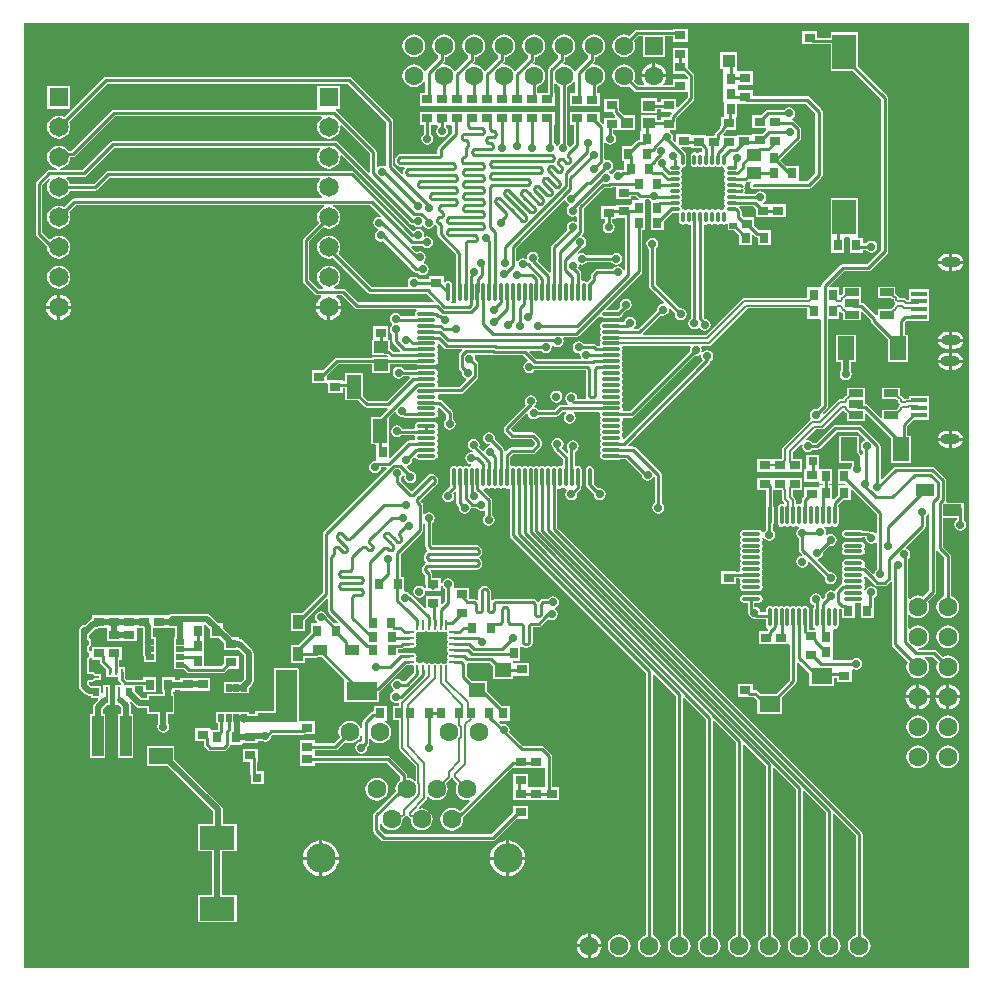
<source format=gtl>
G04*
G04 #@! TF.GenerationSoftware,Altium Limited,Altium Designer,19.1.7 (138)*
G04*
G04 Layer_Physical_Order=1*
G04 Layer_Color=255*
%FSLAX42Y42*%
%MOMM*%
G71*
G01*
G75*
%ADD10C,0.25*%
%ADD11C,0.25*%
%ADD17C,0.20*%
%ADD19R,0.25X0.60*%
%ADD20R,0.25X1.35*%
%ADD21R,0.25X1.70*%
%ADD22R,0.60X0.25*%
%ADD23R,0.60X0.75*%
%ADD24R,1.60X1.00*%
%ADD25O,1.00X0.30*%
%ADD26O,0.30X1.00*%
%ADD27R,3.45X3.45*%
%ADD28O,0.25X1.00*%
%ADD29O,1.00X0.25*%
%ADD30R,2.50X2.50*%
%ADD31R,2.60X1.60*%
%ADD32O,1.65X0.35*%
%ADD33O,0.35X1.65*%
%ADD34R,1.49X2.40*%
%ADD35R,0.65X0.50*%
%ADD36R,2.40X1.49*%
%ADD37R,0.50X0.65*%
%ADD38R,1.20X0.65*%
%ADD39R,1.25X1.00*%
%ADD40R,0.90X0.80*%
%ADD41R,1.20X2.00*%
%ADD42R,1.35X0.40*%
%ADD43R,1.90X1.90*%
%ADD44R,1.40X1.60*%
%ADD45R,1.80X1.40*%
%ADD46R,1.05X0.95*%
%ADD47R,0.98X3.40*%
%ADD48R,2.00X1.40*%
%ADD49R,1.40X2.00*%
%ADD50R,1.40X1.20*%
%ADD51R,0.80X0.80*%
%ADD52C,0.25*%
%ADD53R,1.20X0.90*%
%ADD54R,0.90X1.20*%
%ADD55R,3.00X2.00*%
%ADD56R,0.97X0.80*%
%ADD57R,0.80X0.97*%
%ADD58R,0.64X0.50*%
%ADD59R,1.05X2.20*%
%ADD60R,1.00X1.05*%
%ADD61R,2.00X3.00*%
%ADD116C,0.53*%
%ADD117C,0.17*%
%ADD118C,1.60*%
%ADD119R,1.60X1.60*%
%ADD120O,1.60X0.90*%
%ADD121C,2.50*%
%ADD122C,3.25*%
G04:AMPARAMS|DCode=123|XSize=1.5mm|YSize=2mm|CornerRadius=0.38mm|HoleSize=0mm|Usage=FLASHONLY|Rotation=270.000|XOffset=0mm|YOffset=0mm|HoleType=Round|Shape=RoundedRectangle|*
%AMROUNDEDRECTD123*
21,1,1.50,1.25,0,0,270.0*
21,1,0.75,2.00,0,0,270.0*
1,1,0.75,-0.63,-0.38*
1,1,0.75,-0.63,0.38*
1,1,0.75,0.63,0.38*
1,1,0.75,0.63,-0.38*
%
%ADD123ROUNDEDRECTD123*%
%ADD124C,2.10*%
%ADD125C,1.65*%
%ADD126R,1.65X1.65*%
%ADD127C,0.70*%
%ADD128C,0.50*%
G36*
X16000Y8000D02*
X8000D01*
Y16000D01*
X16000D01*
Y8000D01*
D02*
G37*
%LPC*%
G36*
X13623Y15954D02*
X13497D01*
Y15947D01*
X13189D01*
X13178Y15945D01*
X13169Y15939D01*
X13169Y15939D01*
X13125Y15896D01*
X13106Y15904D01*
X13081Y15907D01*
X13056Y15904D01*
X13033Y15894D01*
X13013Y15879D01*
X12998Y15859D01*
X12988Y15836D01*
X12985Y15812D01*
X12988Y15787D01*
X12998Y15764D01*
X13013Y15744D01*
X13033Y15729D01*
X13056Y15719D01*
X13081Y15716D01*
X13106Y15719D01*
X13129Y15729D01*
X13149Y15744D01*
X13164Y15764D01*
X13174Y15787D01*
X13177Y15812D01*
X13174Y15836D01*
X13165Y15856D01*
X13200Y15891D01*
X13240D01*
Y15716D01*
X13430D01*
Y15891D01*
X13497D01*
Y15844D01*
X13623D01*
Y15954D01*
D02*
G37*
G36*
X11303Y15907D02*
X11278Y15904D01*
X11255Y15894D01*
X11235Y15879D01*
X11220Y15859D01*
X11210Y15836D01*
X11207Y15812D01*
X11210Y15787D01*
X11220Y15764D01*
X11235Y15744D01*
X11255Y15729D01*
X11278Y15719D01*
X11303Y15716D01*
X11328Y15719D01*
X11351Y15729D01*
X11371Y15744D01*
X11386Y15764D01*
X11396Y15787D01*
X11399Y15812D01*
X11396Y15836D01*
X11386Y15859D01*
X11371Y15879D01*
X11351Y15894D01*
X11328Y15904D01*
X11303Y15907D01*
D02*
G37*
G36*
X13348Y15662D02*
Y15570D01*
X13440D01*
X13438Y15585D01*
X13427Y15611D01*
X13410Y15633D01*
X13388Y15650D01*
X13363Y15660D01*
X13348Y15662D01*
D02*
G37*
G36*
X13322D02*
X13307Y15660D01*
X13282Y15650D01*
X13260Y15633D01*
X13243Y15611D01*
X13232Y15585D01*
X13230Y15570D01*
X13322D01*
Y15662D01*
D02*
G37*
G36*
X8395Y15473D02*
X8200D01*
Y15278D01*
X8395D01*
Y15473D01*
D02*
G37*
G36*
X14719Y15935D02*
X14593D01*
Y15825D01*
X14680D01*
X14683Y15825D01*
X14833D01*
Y15596D01*
X15023D01*
X15263Y15356D01*
Y14083D01*
X15139Y13960D01*
X14935D01*
X14924Y13958D01*
X14915Y13952D01*
X14915Y13952D01*
X14761Y13798D01*
X14755Y13789D01*
X14753Y13778D01*
X14753Y13778D01*
Y13777D01*
X14746Y13767D01*
X14740Y13767D01*
X14636D01*
Y13678D01*
X14103D01*
X14103Y13678D01*
X14094Y13677D01*
X14086Y13671D01*
X13776Y13361D01*
X13247D01*
X13242Y13374D01*
X13397Y13530D01*
X13414Y13526D01*
X13434Y13530D01*
X13450Y13541D01*
X13461Y13558D01*
X13465Y13577D01*
X13465Y13579D01*
X13477Y13585D01*
X13514Y13547D01*
X13513Y13538D01*
X13517Y13519D01*
X13528Y13502D01*
X13544Y13491D01*
X13564Y13487D01*
X13583Y13491D01*
X13600Y13502D01*
X13611Y13519D01*
X13615Y13538D01*
X13611Y13558D01*
X13600Y13574D01*
X13583Y13585D01*
X13564Y13589D01*
X13554Y13587D01*
X13351Y13791D01*
Y14094D01*
X13358Y14099D01*
X13369Y14116D01*
X13373Y14135D01*
X13369Y14155D01*
X13358Y14171D01*
X13342Y14182D01*
X13322Y14186D01*
X13303Y14182D01*
X13286Y14171D01*
X13275Y14155D01*
X13271Y14135D01*
X13275Y14116D01*
X13286Y14099D01*
X13294Y14094D01*
Y13780D01*
X13294Y13779D01*
X13296Y13769D01*
X13302Y13760D01*
X13422Y13640D01*
X13416Y13628D01*
X13414Y13628D01*
X13395Y13624D01*
X13378Y13613D01*
X13367Y13597D01*
X13363Y13577D01*
X13364Y13576D01*
X13201Y13414D01*
X13168D01*
X13164Y13426D01*
X13172Y13431D01*
X13183Y13448D01*
X13187Y13467D01*
X13183Y13487D01*
X13172Y13504D01*
X13155Y13515D01*
X13136Y13518D01*
X13116Y13515D01*
X13100Y13504D01*
X13089Y13487D01*
X13085Y13470D01*
X13056D01*
X13052Y13472D01*
X13040Y13474D01*
X12910D01*
X12897Y13472D01*
X12886Y13465D01*
X12879Y13454D01*
X12876Y13441D01*
X12879Y13429D01*
X12886Y13418D01*
Y13415D01*
X12879Y13404D01*
X12876Y13391D01*
X12879Y13379D01*
X12886Y13368D01*
Y13365D01*
X12879Y13354D01*
X12876Y13341D01*
X12879Y13329D01*
X12880Y13326D01*
X12885Y13316D01*
X12880Y13306D01*
X12879Y13304D01*
X12876Y13291D01*
X12878Y13282D01*
X12871Y13270D01*
X12855D01*
X12846Y13279D01*
X12837Y13285D01*
X12826Y13287D01*
X12826Y13287D01*
X12741D01*
X12736Y13295D01*
X12720Y13306D01*
X12700Y13310D01*
X12680Y13306D01*
X12664Y13295D01*
X12653Y13278D01*
X12649Y13259D01*
X12653Y13239D01*
X12664Y13223D01*
X12680Y13212D01*
X12700Y13208D01*
X12704Y13209D01*
X12713Y13200D01*
X12713Y13195D01*
X12716Y13176D01*
X12719Y13172D01*
X12713Y13161D01*
X12340D01*
X12282Y13219D01*
X12287Y13231D01*
X12379D01*
X12385Y13223D01*
X12401Y13212D01*
X12421Y13208D01*
X12440Y13212D01*
X12457Y13223D01*
X12468Y13239D01*
X12472Y13259D01*
X12470Y13269D01*
X12480Y13280D01*
X12482Y13279D01*
X12486Y13274D01*
X12503Y13263D01*
X12522Y13259D01*
X12542Y13263D01*
X12558Y13274D01*
X12569Y13290D01*
X12573Y13310D01*
X12569Y13329D01*
X12567Y13333D01*
X12574Y13346D01*
X12678D01*
X12678Y13346D01*
X12689Y13348D01*
X12698Y13354D01*
X12868Y13524D01*
X12884Y13521D01*
X12886Y13518D01*
X12897Y13511D01*
X12910Y13508D01*
X13040D01*
X13052Y13511D01*
X13063Y13518D01*
X13070Y13529D01*
X13072Y13540D01*
X13102Y13570D01*
X13118Y13573D01*
X13134Y13584D01*
X13145Y13601D01*
X13149Y13620D01*
X13145Y13640D01*
X13134Y13656D01*
X13118Y13667D01*
X13098Y13671D01*
X13079Y13667D01*
X13062Y13656D01*
X13051Y13640D01*
X13047Y13620D01*
X13051Y13601D01*
X13052Y13599D01*
X13027Y13574D01*
X12935D01*
X12930Y13586D01*
X13226Y13882D01*
X13226Y13882D01*
X13233Y13891D01*
X13235Y13902D01*
X13235Y13902D01*
Y14250D01*
X13262D01*
Y14376D01*
X13262D01*
Y14377D01*
X13262D01*
Y14503D01*
X13268Y14513D01*
X13294D01*
X13299Y14505D01*
X13309Y14499D01*
Y14377D01*
X13309Y14377D01*
Y14376D01*
X13309D01*
X13309Y14364D01*
Y14250D01*
X13419D01*
Y14328D01*
X13491Y14399D01*
X13537D01*
X13548Y14398D01*
X13550Y14387D01*
Y14327D01*
X13552Y14316D01*
X13559Y14306D01*
X13568Y14299D01*
X13580Y14297D01*
X13592Y14299D01*
X13602Y14306D01*
X13609D01*
X13618Y14299D01*
X13630Y14297D01*
X13638Y14299D01*
X13651Y14291D01*
Y13504D01*
X13642Y13498D01*
X13631Y13482D01*
X13627Y13462D01*
X13631Y13442D01*
X13642Y13426D01*
X13658Y13415D01*
X13678Y13411D01*
X13697Y13415D01*
X13710Y13423D01*
X13714Y13426D01*
X13726Y13421D01*
X13731Y13413D01*
X13747Y13402D01*
X13767Y13398D01*
X13786Y13402D01*
X13803Y13413D01*
X13814Y13430D01*
X13818Y13449D01*
X13814Y13469D01*
X13803Y13485D01*
X13786Y13496D01*
X13768Y13500D01*
X13758Y13510D01*
Y14291D01*
X13762Y14294D01*
X13771Y14299D01*
X13780Y14297D01*
X13792Y14299D01*
X13802Y14306D01*
X13809D01*
X13818Y14299D01*
X13830Y14297D01*
X13842Y14299D01*
X13852Y14306D01*
X13859D01*
X13868Y14299D01*
X13880Y14297D01*
X13892Y14299D01*
X13902Y14306D01*
X13909D01*
X13918Y14299D01*
X13930Y14297D01*
X13942Y14299D01*
X13950Y14304D01*
X13958Y14302D01*
X13962Y14299D01*
Y14248D01*
X14016D01*
X14053Y14210D01*
X14055Y14202D01*
X14058Y14197D01*
Y14123D01*
X14168D01*
Y14208D01*
X14180Y14213D01*
X14192Y14201D01*
X14192Y14201D01*
X14201Y14195D01*
X14212Y14193D01*
X14216Y14182D01*
Y14123D01*
X14326D01*
Y14249D01*
X14241D01*
X14238Y14250D01*
X14238Y14250D01*
X14223D01*
X14183Y14289D01*
Y14360D01*
X14094D01*
X14079Y14375D01*
Y14411D01*
X14077Y14421D01*
X14071Y14431D01*
X14061Y14440D01*
X14061Y14441D01*
X14061Y14442D01*
X14068Y14454D01*
X14179D01*
X14203Y14430D01*
Y14360D01*
X14323D01*
Y14360D01*
X14327D01*
Y14360D01*
X14453D01*
Y14470D01*
X14327D01*
Y14470D01*
X14323D01*
Y14470D01*
X14263D01*
X14257Y14481D01*
X14257Y14482D01*
X14273Y14493D01*
X14284Y14509D01*
X14288Y14529D01*
X14284Y14548D01*
X14273Y14565D01*
X14256Y14576D01*
X14237Y14580D01*
X14217Y14576D01*
X14201Y14565D01*
X14196Y14558D01*
X14108D01*
X14104Y14564D01*
X14102Y14571D01*
X14107Y14578D01*
X14109Y14588D01*
X14107Y14599D01*
X14101Y14608D01*
X14107Y14618D01*
X14109Y14628D01*
X14107Y14639D01*
X14107Y14639D01*
X14107Y14643D01*
X14113Y14653D01*
X14119Y14654D01*
X14129Y14660D01*
X14138Y14669D01*
X14153D01*
X14157Y14661D01*
X14158Y14657D01*
X14151Y14647D01*
X14149Y14634D01*
X14149Y14633D01*
X14148Y14628D01*
X14151Y14616D01*
X14158Y14605D01*
X14169Y14598D01*
X14181Y14595D01*
X14194Y14598D01*
X14199Y14601D01*
X14647D01*
X14659Y14603D01*
X14670Y14611D01*
X14755Y14696D01*
X14763Y14707D01*
X14765Y14719D01*
Y15253D01*
X14763Y15265D01*
X14755Y15276D01*
X14654Y15378D01*
X14643Y15385D01*
X14630Y15387D01*
X14178D01*
Y15437D01*
X14045D01*
Y15475D01*
X14178D01*
Y15595D01*
X14045D01*
Y15600D01*
X14043D01*
X14040Y15612D01*
X14040D01*
Y15757D01*
X13900D01*
Y15612D01*
X13923D01*
X13925Y15600D01*
X13925D01*
Y15464D01*
Y15337D01*
X13930D01*
Y15215D01*
X13920Y15209D01*
X13908D01*
Y15139D01*
X13900Y15131D01*
X13894Y15122D01*
X13893Y15115D01*
X13860Y15082D01*
X13854Y15073D01*
X13851Y15062D01*
X13845Y15051D01*
X13781D01*
X13780Y15054D01*
X13654D01*
X13652Y15061D01*
X13526D01*
Y14999D01*
X13514Y14994D01*
X13494Y15014D01*
X13496Y15017D01*
X13500Y15037D01*
X13496Y15056D01*
X13485Y15073D01*
X13470Y15083D01*
X13469Y15084D01*
X13476Y15096D01*
X13525D01*
Y15176D01*
X13526Y15178D01*
Y15200D01*
X13670Y15345D01*
X13670Y15345D01*
X13676Y15354D01*
X13678Y15365D01*
Y15560D01*
X13678Y15560D01*
X13676Y15571D01*
X13670Y15580D01*
X13623Y15627D01*
Y15684D01*
X13623D01*
Y15686D01*
X13623D01*
Y15796D01*
X13497D01*
Y15686D01*
X13497D01*
Y15684D01*
X13497D01*
Y15574D01*
X13596D01*
X13622Y15548D01*
Y15526D01*
X13497D01*
Y15478D01*
X13423D01*
X13417Y15491D01*
X13427Y15504D01*
X13438Y15530D01*
X13440Y15545D01*
X13335D01*
Y15557D01*
D01*
Y15545D01*
X13230D01*
X13232Y15530D01*
X13243Y15504D01*
X13253Y15491D01*
X13247Y15478D01*
X13200D01*
X13165Y15513D01*
X13174Y15533D01*
X13177Y15557D01*
X13174Y15582D01*
X13164Y15605D01*
X13149Y15625D01*
X13129Y15640D01*
X13106Y15650D01*
X13081Y15653D01*
X13056Y15650D01*
X13033Y15640D01*
X13013Y15625D01*
X12998Y15605D01*
X12988Y15582D01*
X12985Y15557D01*
X12988Y15533D01*
X12998Y15510D01*
X13013Y15490D01*
X13033Y15475D01*
X13056Y15465D01*
X13081Y15462D01*
X13106Y15465D01*
X13125Y15473D01*
X13169Y15430D01*
X13169Y15430D01*
X13178Y15424D01*
X13189Y15422D01*
X13497D01*
Y15416D01*
X13622D01*
Y15376D01*
X13537Y15291D01*
X13525Y15296D01*
Y15364D01*
X13399D01*
Y15332D01*
X13364D01*
Y15366D01*
X13229D01*
Y15241D01*
X13364D01*
Y15275D01*
X13399D01*
Y15254D01*
X13483D01*
X13487Y15242D01*
X13478Y15232D01*
X13471Y15223D01*
X13469Y15212D01*
X13459Y15206D01*
X13399D01*
Y15187D01*
X13364D01*
Y15221D01*
X13229D01*
Y15096D01*
X13222Y15087D01*
X13222D01*
Y15017D01*
X13211D01*
X13200Y15015D01*
X13191Y15009D01*
X13191Y15009D01*
X13143Y14960D01*
X13064D01*
Y14834D01*
X13074D01*
X13087Y14833D01*
Y14763D01*
X13071D01*
X13071Y14763D01*
X13060Y14761D01*
X13054Y14757D01*
X13053Y14757D01*
X13034Y14761D01*
X13014Y14757D01*
X12998Y14746D01*
X12987Y14729D01*
X12985Y14722D01*
X12972Y14720D01*
X12965Y14730D01*
X12958Y14735D01*
X12960Y14748D01*
X12961Y14748D01*
X12977Y14759D01*
X12988Y14776D01*
X12992Y14796D01*
X12988Y14815D01*
X12977Y14832D01*
X12961Y14843D01*
X12941Y14846D01*
X12931Y14844D01*
X12918Y14854D01*
Y14984D01*
X12931Y14988D01*
X12945Y14978D01*
X12965Y14974D01*
X12985Y14978D01*
X13001Y14989D01*
X13012Y15005D01*
X13016Y15025D01*
X13012Y15045D01*
X13001Y15061D01*
X12993Y15066D01*
Y15094D01*
X13043D01*
Y15094D01*
X13044Y15096D01*
X13179D01*
Y15221D01*
X13084D01*
X13043Y15262D01*
Y15279D01*
X13043Y15281D01*
Y15361D01*
X12916D01*
Y15251D01*
X12975D01*
X12987Y15250D01*
X12989Y15240D01*
X12995Y15230D01*
X13010Y15215D01*
X13005Y15204D01*
X12916D01*
Y15153D01*
X12903Y15148D01*
X12878Y15173D01*
Y15252D01*
X12751D01*
Y15252D01*
X12751Y15252D01*
Y15252D01*
X12624D01*
Y15142D01*
X12659D01*
Y14985D01*
X12627Y14953D01*
X12615Y14956D01*
X12614Y14961D01*
X12603Y14978D01*
X12601Y14979D01*
Y15466D01*
X12621Y15475D01*
X12641Y15490D01*
X12656Y15510D01*
X12659Y15517D01*
X12672Y15514D01*
Y15409D01*
X12624D01*
Y15299D01*
X12751D01*
Y15299D01*
X12751Y15299D01*
Y15299D01*
X12878D01*
Y15409D01*
X12855D01*
Y15466D01*
X12875Y15475D01*
X12895Y15490D01*
X12910Y15510D01*
X12920Y15533D01*
X12923Y15557D01*
X12920Y15582D01*
X12910Y15605D01*
X12895Y15625D01*
X12875Y15640D01*
X12852Y15650D01*
X12828Y15653D01*
X12824Y15659D01*
X12822Y15664D01*
X12831Y15673D01*
X12831Y15673D01*
X12837Y15683D01*
X12839Y15693D01*
Y15717D01*
X12852Y15719D01*
X12875Y15729D01*
X12895Y15744D01*
X12910Y15764D01*
X12920Y15787D01*
X12923Y15812D01*
X12920Y15836D01*
X12910Y15859D01*
X12895Y15879D01*
X12875Y15894D01*
X12852Y15904D01*
X12827Y15907D01*
X12802Y15904D01*
X12779Y15894D01*
X12759Y15879D01*
X12744Y15859D01*
X12734Y15836D01*
X12731Y15812D01*
X12734Y15787D01*
X12744Y15764D01*
X12759Y15744D01*
X12779Y15729D01*
X12782Y15727D01*
Y15705D01*
X12680Y15603D01*
X12674Y15594D01*
X12671Y15594D01*
X12661Y15593D01*
X12656Y15605D01*
X12641Y15625D01*
X12621Y15640D01*
X12598Y15650D01*
X12574Y15653D01*
X12570Y15659D01*
X12568Y15664D01*
X12577Y15673D01*
X12583Y15683D01*
X12585Y15693D01*
X12585Y15693D01*
Y15717D01*
X12598Y15719D01*
X12621Y15729D01*
X12641Y15744D01*
X12656Y15764D01*
X12666Y15787D01*
X12669Y15812D01*
X12666Y15836D01*
X12656Y15859D01*
X12641Y15879D01*
X12621Y15894D01*
X12598Y15904D01*
X12573Y15907D01*
X12548Y15904D01*
X12525Y15894D01*
X12505Y15879D01*
X12490Y15859D01*
X12480Y15836D01*
X12477Y15812D01*
X12480Y15787D01*
X12490Y15764D01*
X12505Y15744D01*
X12525Y15729D01*
X12528Y15727D01*
Y15705D01*
X12445Y15622D01*
X12439Y15613D01*
X12437Y15602D01*
X12437Y15602D01*
Y15412D01*
X12370Y15412D01*
X12356Y15412D01*
X12347Y15421D01*
Y15466D01*
X12367Y15475D01*
X12387Y15490D01*
X12402Y15510D01*
X12412Y15533D01*
X12415Y15557D01*
X12412Y15582D01*
X12402Y15605D01*
X12387Y15625D01*
X12367Y15640D01*
X12344Y15650D01*
X12320Y15653D01*
X12316Y15659D01*
X12314Y15664D01*
X12323Y15673D01*
X12329Y15683D01*
X12331Y15693D01*
Y15717D01*
X12344Y15719D01*
X12367Y15729D01*
X12387Y15744D01*
X12402Y15764D01*
X12412Y15787D01*
X12415Y15812D01*
X12412Y15836D01*
X12402Y15859D01*
X12387Y15879D01*
X12367Y15894D01*
X12344Y15904D01*
X12319Y15907D01*
X12294Y15904D01*
X12271Y15894D01*
X12251Y15879D01*
X12236Y15859D01*
X12226Y15836D01*
X12223Y15812D01*
X12226Y15787D01*
X12236Y15764D01*
X12251Y15744D01*
X12271Y15729D01*
X12274Y15727D01*
Y15705D01*
X12166Y15596D01*
X12151Y15599D01*
X12148Y15605D01*
X12133Y15625D01*
X12113Y15640D01*
X12090Y15650D01*
X12066Y15653D01*
X12062Y15659D01*
X12060Y15664D01*
X12069Y15673D01*
X12075Y15683D01*
X12077Y15693D01*
Y15717D01*
X12090Y15719D01*
X12113Y15729D01*
X12133Y15744D01*
X12148Y15764D01*
X12158Y15787D01*
X12161Y15812D01*
X12158Y15836D01*
X12148Y15859D01*
X12133Y15879D01*
X12113Y15894D01*
X12090Y15904D01*
X12065Y15907D01*
X12040Y15904D01*
X12017Y15894D01*
X11997Y15879D01*
X11982Y15859D01*
X11972Y15836D01*
X11969Y15812D01*
X11972Y15787D01*
X11982Y15764D01*
X11997Y15744D01*
X12017Y15729D01*
X12020Y15727D01*
Y15705D01*
X11912Y15596D01*
X11897Y15599D01*
X11894Y15605D01*
X11879Y15625D01*
X11859Y15640D01*
X11836Y15650D01*
X11812Y15653D01*
X11808Y15659D01*
X11806Y15664D01*
X11815Y15673D01*
X11821Y15683D01*
X11823Y15693D01*
Y15717D01*
X11836Y15719D01*
X11859Y15729D01*
X11879Y15744D01*
X11894Y15764D01*
X11904Y15787D01*
X11907Y15812D01*
X11904Y15836D01*
X11894Y15859D01*
X11879Y15879D01*
X11859Y15894D01*
X11836Y15904D01*
X11811Y15907D01*
X11786Y15904D01*
X11763Y15894D01*
X11743Y15879D01*
X11728Y15859D01*
X11718Y15836D01*
X11715Y15812D01*
X11718Y15787D01*
X11728Y15764D01*
X11743Y15744D01*
X11763Y15729D01*
X11766Y15727D01*
Y15705D01*
X11658Y15596D01*
X11643Y15599D01*
X11640Y15605D01*
X11625Y15625D01*
X11605Y15640D01*
X11582Y15650D01*
X11558Y15653D01*
X11554Y15659D01*
X11552Y15664D01*
X11561Y15673D01*
X11561Y15673D01*
X11567Y15683D01*
X11569Y15693D01*
Y15717D01*
X11582Y15719D01*
X11605Y15729D01*
X11625Y15744D01*
X11640Y15764D01*
X11650Y15787D01*
X11653Y15812D01*
X11650Y15836D01*
X11640Y15859D01*
X11625Y15879D01*
X11605Y15894D01*
X11582Y15904D01*
X11557Y15907D01*
X11532Y15904D01*
X11509Y15894D01*
X11489Y15879D01*
X11474Y15859D01*
X11464Y15836D01*
X11461Y15812D01*
X11464Y15787D01*
X11474Y15764D01*
X11489Y15744D01*
X11509Y15729D01*
X11512Y15727D01*
Y15705D01*
X11410Y15603D01*
X11404Y15594D01*
X11401Y15594D01*
X11391Y15593D01*
X11386Y15605D01*
X11371Y15625D01*
X11351Y15640D01*
X11328Y15650D01*
X11303Y15653D01*
X11278Y15650D01*
X11255Y15640D01*
X11235Y15625D01*
X11220Y15605D01*
X11210Y15582D01*
X11207Y15557D01*
X11210Y15533D01*
X11220Y15510D01*
X11235Y15490D01*
X11255Y15475D01*
X11278Y15465D01*
X11303Y15462D01*
X11328Y15465D01*
X11351Y15475D01*
X11371Y15490D01*
X11386Y15510D01*
X11389Y15517D01*
X11402Y15514D01*
Y15412D01*
X11354D01*
Y15302D01*
X11481D01*
Y15302D01*
X11481Y15302D01*
Y15302D01*
X11608D01*
Y15302D01*
X11608Y15302D01*
Y15302D01*
X11735D01*
Y15302D01*
X11735Y15302D01*
Y15302D01*
X11862D01*
Y15302D01*
X11862Y15302D01*
Y15302D01*
X11989D01*
Y15302D01*
X11989Y15302D01*
Y15302D01*
X12116D01*
Y15302D01*
X12116Y15302D01*
Y15302D01*
X12243D01*
Y15302D01*
X12243Y15302D01*
Y15302D01*
X12357D01*
X12370Y15302D01*
X12382Y15302D01*
X12497D01*
Y15412D01*
X12494D01*
Y15486D01*
X12499Y15488D01*
X12506Y15489D01*
X12525Y15475D01*
X12545Y15466D01*
Y14987D01*
X12531Y14978D01*
X12520Y14962D01*
X12518Y14961D01*
X12507Y14962D01*
X12506Y14967D01*
X12495Y14984D01*
X12487Y14989D01*
Y15144D01*
X12497D01*
Y15254D01*
X12370D01*
Y15254D01*
X12370Y15254D01*
Y15254D01*
X12243D01*
Y15254D01*
X12243Y15254D01*
Y15254D01*
X12116D01*
Y15254D01*
X12116Y15254D01*
Y15254D01*
X11989D01*
Y15254D01*
X11989Y15254D01*
Y15254D01*
X11862D01*
Y15254D01*
X11862Y15254D01*
Y15254D01*
X11747D01*
X11735Y15254D01*
X11735Y15254D01*
Y15254D01*
X11620D01*
X11608Y15254D01*
X11595Y15254D01*
X11493D01*
X11481Y15254D01*
X11481Y15254D01*
Y15254D01*
X11354D01*
Y15144D01*
X11389D01*
Y15065D01*
X11381Y15060D01*
X11370Y15044D01*
X11366Y15024D01*
X11370Y15005D01*
X11381Y14988D01*
X11398Y14977D01*
X11417Y14973D01*
X11437Y14977D01*
X11453Y14988D01*
X11464Y15005D01*
X11468Y15024D01*
X11464Y15044D01*
X11453Y15060D01*
X11446Y15065D01*
Y15144D01*
X11481D01*
X11481Y15144D01*
X11481Y15144D01*
Y15144D01*
X11501Y15144D01*
X11511Y15134D01*
X11510Y15125D01*
X11508Y15124D01*
X11497Y15107D01*
X11493Y15088D01*
X11497Y15068D01*
X11508Y15052D01*
X11525Y15041D01*
X11544Y15037D01*
X11564Y15041D01*
X11580Y15052D01*
X11591Y15068D01*
X11595Y15088D01*
X11591Y15107D01*
X11580Y15124D01*
X11578Y15125D01*
X11577Y15140D01*
X11582Y15144D01*
X11608Y15144D01*
X11621Y15144D01*
X11630Y15135D01*
Y15074D01*
X11512Y14955D01*
X11506Y14946D01*
X11503Y14935D01*
X11503Y14935D01*
Y14895D01*
X11186D01*
X11186Y14895D01*
X11175Y14893D01*
X11166Y14887D01*
X11166Y14887D01*
X11150Y14872D01*
X11144Y14862D01*
X11142Y14852D01*
X11142Y14852D01*
Y14831D01*
X11142Y14831D01*
X11144Y14820D01*
X11150Y14811D01*
X11166Y14796D01*
X11166Y14796D01*
X11175Y14790D01*
X11186Y14788D01*
X11186Y14788D01*
X11220D01*
X11225Y14775D01*
X11220Y14770D01*
X11214Y14761D01*
X11212Y14750D01*
X11212Y14750D01*
Y14730D01*
X11212Y14730D01*
X11212Y14728D01*
X11200Y14722D01*
X11128Y14794D01*
Y15176D01*
X11126Y15187D01*
X11120Y15196D01*
X11120Y15196D01*
X10777Y15539D01*
X10768Y15545D01*
X10757Y15548D01*
X10757Y15548D01*
X8890Y15548D01*
X8695D01*
X8684Y15545D01*
X8675Y15539D01*
X8675Y15539D01*
X8344Y15208D01*
X8323Y15217D01*
X8297Y15220D01*
X8272Y15217D01*
X8248Y15207D01*
X8228Y15191D01*
X8212Y15171D01*
X8202Y15147D01*
X8199Y15122D01*
X8202Y15096D01*
X8212Y15072D01*
X8228Y15052D01*
X8248Y15036D01*
X8272Y15027D01*
X8297Y15023D01*
X8323Y15027D01*
X8346Y15036D01*
X8367Y15052D01*
X8382Y15072D01*
X8392Y15096D01*
X8396Y15122D01*
X8392Y15147D01*
X8384Y15168D01*
X8707Y15491D01*
X8890D01*
X10745Y15491D01*
X11072Y15165D01*
Y14797D01*
X11059Y14790D01*
X11056Y14792D01*
X11036Y14796D01*
X11017Y14792D01*
X11001Y14781D01*
X10997Y14782D01*
X10988Y14786D01*
Y14910D01*
X10988Y14910D01*
X10986Y14921D01*
X10980Y14930D01*
X10649Y15261D01*
X10642Y15265D01*
X10643Y15276D01*
X10644Y15278D01*
X10681D01*
Y15473D01*
X10486D01*
Y15282D01*
X10486Y15278D01*
X10477Y15269D01*
X8761D01*
X8750Y15267D01*
X8741Y15261D01*
X8403Y14923D01*
X8378D01*
X8367Y14937D01*
X8346Y14953D01*
X8323Y14963D01*
X8297Y14966D01*
X8272Y14963D01*
X8248Y14953D01*
X8228Y14937D01*
X8212Y14917D01*
X8202Y14893D01*
X8199Y14868D01*
X8202Y14842D01*
X8212Y14818D01*
X8228Y14798D01*
X8248Y14782D01*
X8272Y14773D01*
X8284Y14771D01*
X8284Y14758D01*
X8215D01*
X8215Y14758D01*
X8204Y14756D01*
X8195Y14750D01*
X8195Y14750D01*
X8110Y14665D01*
X8104Y14656D01*
X8102Y14645D01*
X8102Y14645D01*
Y14220D01*
X8102Y14220D01*
X8104Y14209D01*
X8110Y14200D01*
X8199Y14111D01*
X8199Y14106D01*
X8202Y14080D01*
X8212Y14056D01*
X8228Y14036D01*
X8248Y14020D01*
X8272Y14011D01*
X8297Y14007D01*
X8323Y14011D01*
X8346Y14020D01*
X8367Y14036D01*
X8382Y14056D01*
X8392Y14080D01*
X8396Y14106D01*
X8392Y14131D01*
X8382Y14155D01*
X8367Y14175D01*
X8346Y14191D01*
X8323Y14201D01*
X8297Y14204D01*
X8272Y14201D01*
X8248Y14191D01*
X8228Y14175D01*
X8216Y14174D01*
X8158Y14232D01*
Y14633D01*
X8220Y14695D01*
X8221Y14695D01*
X8224Y14690D01*
X8226Y14681D01*
X8212Y14663D01*
X8202Y14639D01*
X8199Y14614D01*
X8202Y14588D01*
X8212Y14564D01*
X8228Y14544D01*
X8248Y14528D01*
X8272Y14519D01*
X8297Y14515D01*
X8323Y14519D01*
X8346Y14528D01*
X8367Y14544D01*
X8382Y14564D01*
X8391Y14585D01*
X8604D01*
X8604Y14585D01*
X8614Y14588D01*
X8624Y14594D01*
X8726Y14696D01*
X10510D01*
X10513Y14688D01*
X10513Y14683D01*
X10498Y14663D01*
X10488Y14639D01*
X10485Y14614D01*
X10488Y14588D01*
X10498Y14564D01*
X10514Y14544D01*
X10528Y14533D01*
X10524Y14520D01*
X8670Y14520D01*
X8430D01*
X8429Y14520D01*
X8419Y14518D01*
X8410Y14512D01*
X8344Y14446D01*
X8323Y14455D01*
X8297Y14458D01*
X8272Y14455D01*
X8248Y14445D01*
X8228Y14429D01*
X8212Y14409D01*
X8202Y14385D01*
X8199Y14360D01*
X8202Y14334D01*
X8212Y14310D01*
X8228Y14290D01*
X8248Y14274D01*
X8272Y14265D01*
X8297Y14261D01*
X8323Y14265D01*
X8346Y14274D01*
X8367Y14290D01*
X8382Y14310D01*
X8392Y14334D01*
X8396Y14360D01*
X8392Y14385D01*
X8384Y14406D01*
X8441Y14464D01*
X8670D01*
X10546Y14464D01*
X10549Y14451D01*
X10534Y14445D01*
X10514Y14429D01*
X10498Y14409D01*
X10488Y14385D01*
X10485Y14360D01*
X10488Y14334D01*
X10497Y14313D01*
X10370Y14186D01*
X10364Y14177D01*
X10362Y14166D01*
X10362Y14166D01*
Y13822D01*
X10362Y13822D01*
X10364Y13811D01*
X10370Y13802D01*
X10467Y13705D01*
X10476Y13699D01*
X10487Y13697D01*
X10487Y13697D01*
X10514D01*
X10518Y13684D01*
X10506Y13675D01*
X10489Y13652D01*
X10478Y13626D01*
X10476Y13610D01*
X10583D01*
X10690D01*
X10688Y13626D01*
X10677Y13652D01*
X10660Y13675D01*
X10648Y13684D01*
X10652Y13697D01*
X10696D01*
X10803Y13590D01*
X10812Y13584D01*
X10823Y13582D01*
X10823Y13582D01*
X11324D01*
X11328Y13569D01*
X11321Y13565D01*
X11314Y13554D01*
X11311Y13541D01*
X11313Y13534D01*
X11305Y13521D01*
X11197D01*
X11187Y13536D01*
X11170Y13547D01*
X11151Y13551D01*
X11131Y13547D01*
X11115Y13536D01*
X11104Y13520D01*
X11100Y13500D01*
X11104Y13481D01*
X11115Y13464D01*
X11118Y13462D01*
Y13449D01*
X11115Y13447D01*
X11104Y13431D01*
X11100Y13411D01*
X11104Y13392D01*
X11115Y13375D01*
X11122Y13370D01*
Y13310D01*
X11122Y13310D01*
X11125Y13299D01*
X11131Y13290D01*
X11188Y13232D01*
X11183Y13220D01*
X11128D01*
X11107Y13240D01*
X11101Y13245D01*
Y13323D01*
X11097D01*
X11087Y13328D01*
Y13438D01*
X10960D01*
Y13328D01*
X10950Y13323D01*
X10946D01*
Y13193D01*
X11058D01*
X11061Y13192D01*
X11061Y13192D01*
X11075D01*
X11081Y13184D01*
X11076Y13173D01*
X10946D01*
Y13170D01*
X10650D01*
X10650Y13170D01*
X10639Y13167D01*
X10630Y13161D01*
X10630Y13161D01*
X10532Y13064D01*
X10440D01*
Y12954D01*
X10566D01*
X10576Y12946D01*
Y12871D01*
X10702D01*
Y12913D01*
X10724D01*
Y12808D01*
X10834D01*
X10886Y12756D01*
X10886Y12756D01*
X10895Y12750D01*
X10906Y12748D01*
X11079D01*
X11085Y12735D01*
X11017Y12668D01*
X10944D01*
Y12438D01*
X10973D01*
X10984Y12433D01*
Y12307D01*
X10984Y12302D01*
X10975Y12296D01*
X10955Y12292D01*
X10939Y12281D01*
X10928Y12264D01*
X10924Y12245D01*
X10928Y12225D01*
X10939Y12209D01*
X10955Y12198D01*
X10975Y12194D01*
X10994Y12198D01*
X11011Y12209D01*
X11022Y12225D01*
X11026Y12244D01*
X11070D01*
X11075Y12232D01*
X10544Y11701D01*
X10538Y11692D01*
X10536Y11681D01*
X10536Y11681D01*
Y11181D01*
X10360Y11005D01*
X10265D01*
Y10855D01*
X10385D01*
Y10950D01*
X10565Y11129D01*
X10576Y11125D01*
Y11033D01*
X10576Y11033D01*
X10578Y11023D01*
X10585Y11013D01*
X10664Y10933D01*
X10660Y10922D01*
X10630D01*
X10563Y10988D01*
X10563Y10992D01*
X10552Y11009D01*
X10535Y11020D01*
X10516Y11024D01*
X10496Y11020D01*
X10480Y11009D01*
X10469Y10992D01*
X10465Y10973D01*
X10469Y10953D01*
X10480Y10937D01*
X10483Y10934D01*
X10479Y10922D01*
X10433D01*
Y10843D01*
X10324Y10735D01*
X10265D01*
Y10585D01*
X10385D01*
Y10632D01*
X10474D01*
X10474Y10632D01*
X10482Y10633D01*
X10528D01*
X10716Y10445D01*
Y10256D01*
X11006D01*
Y10336D01*
X11009Y10337D01*
X11018Y10343D01*
X11106Y10432D01*
X11106Y10432D01*
X11112Y10440D01*
X11237Y10566D01*
X11263D01*
X11264Y10566D01*
X11290D01*
X11301Y10564D01*
X11302Y10553D01*
Y10527D01*
X11302Y10526D01*
Y10501D01*
X11231Y10430D01*
X11205D01*
X11199Y10437D01*
X11183Y10448D01*
X11163Y10452D01*
X11144Y10448D01*
X11127Y10437D01*
X11116Y10421D01*
X11112Y10401D01*
X11116Y10382D01*
X11127Y10365D01*
X11134Y10360D01*
X11132Y10347D01*
X11131Y10347D01*
X11115Y10336D01*
X11104Y10319D01*
X11100Y10300D01*
X11104Y10280D01*
X11115Y10264D01*
X11131Y10253D01*
X11151Y10249D01*
X11169Y10252D01*
X11171Y10252D01*
X11181Y10245D01*
Y10218D01*
X11129D01*
Y10102D01*
X11181D01*
Y9863D01*
X11183Y9855D01*
X11187Y9848D01*
X11323Y9713D01*
Y9589D01*
X11310Y9586D01*
X11292Y9600D01*
X11269Y9610D01*
X11247Y9612D01*
Y9635D01*
X11244Y9646D01*
X11238Y9655D01*
X11105Y9789D01*
X11095Y9795D01*
X11085Y9797D01*
X11085Y9797D01*
X10465D01*
Y9850D01*
X10639D01*
X10639Y9850D01*
X10650Y9852D01*
X10659Y9858D01*
X10717Y9916D01*
X10736Y9907D01*
X10761Y9904D01*
X10786Y9907D01*
X10809Y9917D01*
X10829Y9932D01*
X10844Y9952D01*
X10854Y9975D01*
X10856Y9991D01*
X10868Y9990D01*
Y9930D01*
X10858Y9919D01*
X10839Y9915D01*
X10822Y9904D01*
X10811Y9887D01*
X10808Y9868D01*
X10811Y9848D01*
X10822Y9832D01*
X10839Y9821D01*
X10858Y9817D01*
X10878Y9821D01*
X10895Y9832D01*
X10906Y9848D01*
X10909Y9868D01*
X10908Y9877D01*
X10917Y9886D01*
X10923Y9895D01*
X10925Y9906D01*
X10925Y9906D01*
Y9941D01*
X10938Y9945D01*
X10947Y9932D01*
X10967Y9917D01*
X10990Y9907D01*
X11015Y9904D01*
X11040Y9907D01*
X11063Y9917D01*
X11083Y9932D01*
X11098Y9952D01*
X11108Y9975D01*
X11111Y10000D01*
X11108Y10025D01*
X11098Y10048D01*
X11083Y10068D01*
X11063Y10083D01*
X11060Y10084D01*
X11063Y10097D01*
X11076D01*
Y10223D01*
X10966D01*
Y10176D01*
X10960D01*
X10949Y10173D01*
X10940Y10167D01*
X10940Y10167D01*
X10877Y10104D01*
X10871Y10095D01*
X10868Y10084D01*
X10868Y10084D01*
Y10010D01*
X10856Y10009D01*
X10854Y10025D01*
X10844Y10048D01*
X10829Y10068D01*
X10809Y10083D01*
X10786Y10093D01*
X10761Y10096D01*
X10736Y10093D01*
X10713Y10083D01*
X10693Y10068D01*
X10678Y10048D01*
X10668Y10025D01*
X10665Y10000D01*
X10668Y9975D01*
X10677Y9956D01*
X10627Y9906D01*
X10465D01*
Y9933D01*
X10338D01*
Y9823D01*
Y9714D01*
X10465D01*
Y9741D01*
X11073D01*
X11190Y9623D01*
Y9595D01*
X11176Y9585D01*
X11161Y9565D01*
X11151Y9542D01*
X11148Y9517D01*
X11150Y9501D01*
X10966Y9316D01*
X10959Y9307D01*
X10957Y9296D01*
X10957Y9296D01*
Y9169D01*
X10957Y9169D01*
X10959Y9159D01*
X10966Y9149D01*
X11029Y9086D01*
X11029Y9086D01*
X11038Y9080D01*
X11049Y9078D01*
X11970D01*
X11970Y9078D01*
X11981Y9080D01*
X11990Y9086D01*
X12171Y9266D01*
X12273D01*
Y9376D01*
X12147D01*
Y9322D01*
X11959Y9134D01*
X11061D01*
X11014Y9181D01*
Y9253D01*
X11015Y9254D01*
X11021Y9253D01*
X11028Y9250D01*
X11029Y9240D01*
X11038Y9218D01*
X11053Y9199D01*
X11072Y9184D01*
X11094Y9175D01*
X11117Y9172D01*
X11140Y9175D01*
X11162Y9184D01*
X11181Y9199D01*
X11196Y9218D01*
X11205Y9240D01*
X11208Y9263D01*
X11207Y9268D01*
X11207Y9268D01*
X11215Y9269D01*
X11222Y9274D01*
X11233Y9286D01*
X11233Y9286D01*
X11237Y9291D01*
X11243Y9292D01*
X11245D01*
X11251Y9291D01*
X11255Y9286D01*
X11266Y9274D01*
X11266Y9274D01*
X11273Y9269D01*
X11281Y9268D01*
X11280Y9264D01*
X11280Y9263D01*
X11281Y9256D01*
X11283Y9240D01*
X11292Y9218D01*
X11307Y9199D01*
X11326Y9184D01*
X11348Y9175D01*
X11371Y9172D01*
X11394Y9175D01*
X11416Y9184D01*
X11435Y9199D01*
X11450Y9218D01*
X11459Y9240D01*
X11462Y9263D01*
X11459Y9286D01*
X11450Y9308D01*
X11435Y9327D01*
X11416Y9342D01*
X11394Y9351D01*
X11371Y9354D01*
X11350Y9351D01*
X11345Y9358D01*
X11344Y9362D01*
X11407Y9426D01*
X11407Y9426D01*
X11412Y9433D01*
X11413Y9441D01*
X11413Y9441D01*
Y9459D01*
X11426Y9463D01*
X11434Y9453D01*
X11453Y9438D01*
X11475Y9429D01*
X11498Y9426D01*
X11521Y9429D01*
X11543Y9438D01*
X11562Y9453D01*
X11577Y9472D01*
X11586Y9494D01*
X11589Y9517D01*
X11586Y9540D01*
X11577Y9562D01*
X11575Y9565D01*
X11614Y9605D01*
X11618Y9610D01*
X11624Y9611D01*
X11626D01*
X11632Y9610D01*
X11636Y9605D01*
X11675Y9565D01*
X11673Y9562D01*
X11664Y9540D01*
X11661Y9517D01*
X11664Y9494D01*
X11673Y9472D01*
X11688Y9453D01*
X11707Y9438D01*
X11729Y9429D01*
X11752Y9426D01*
X11771Y9429D01*
X11777Y9417D01*
X11692Y9331D01*
X11673Y9346D01*
X11650Y9356D01*
X11625Y9359D01*
X11600Y9356D01*
X11577Y9346D01*
X11557Y9331D01*
X11542Y9311D01*
X11532Y9288D01*
X11529Y9263D01*
X11532Y9238D01*
X11542Y9215D01*
X11557Y9195D01*
X11577Y9180D01*
X11600Y9170D01*
X11625Y9167D01*
X11650Y9170D01*
X11673Y9180D01*
X11693Y9195D01*
X11708Y9215D01*
X11718Y9238D01*
X11721Y9263D01*
X11719Y9279D01*
X12138Y9697D01*
X12147Y9694D01*
Y9694D01*
X12273D01*
Y9694D01*
X12277Y9694D01*
Y9694D01*
X12403D01*
Y9767D01*
X12416Y9774D01*
X12418Y9772D01*
Y9538D01*
X12407Y9534D01*
X12403D01*
Y9534D01*
X12285D01*
X12276Y9536D01*
X12273Y9545D01*
Y9646D01*
X12147D01*
Y9536D01*
X12147D01*
Y9534D01*
X12147D01*
Y9424D01*
X12273D01*
Y9424D01*
X12277D01*
Y9424D01*
X12403D01*
Y9424D01*
X12407D01*
Y9424D01*
X12533D01*
Y9534D01*
X12474D01*
Y9794D01*
X12474Y9794D01*
X12472Y9805D01*
X12466Y9814D01*
X12466Y9814D01*
X12405Y9875D01*
X12396Y9881D01*
X12385Y9883D01*
X12385Y9883D01*
X12229D01*
X12112Y10001D01*
X12112Y10001D01*
X12116Y10020D01*
X12112Y10040D01*
X12101Y10056D01*
X12085Y10067D01*
X12065Y10071D01*
X12045Y10067D01*
X12045Y10067D01*
X12028Y10085D01*
X12032Y10097D01*
X12117D01*
Y10223D01*
X12047D01*
X11921Y10349D01*
Y10433D01*
X11791D01*
X11750Y10474D01*
Y10576D01*
X11751Y10578D01*
X11761Y10588D01*
X11947D01*
X11971Y10563D01*
Y10453D01*
X12141D01*
Y10500D01*
X12154D01*
Y10476D01*
X12281D01*
Y10586D01*
X12154D01*
Y10557D01*
X12141D01*
Y10603D01*
X12153Y10605D01*
X12206D01*
Y10721D01*
X12206Y10725D01*
X12219Y10730D01*
X12225Y10724D01*
X12225Y10724D01*
X12235Y10718D01*
X12245Y10716D01*
X12245Y10716D01*
X12266D01*
X12266Y10716D01*
X12276Y10718D01*
X12286Y10724D01*
X12301Y10739D01*
X12301Y10739D01*
X12307Y10748D01*
X12309Y10759D01*
X12309Y10759D01*
Y10891D01*
X12361D01*
X12361Y10891D01*
X12372Y10893D01*
X12381Y10899D01*
X12428Y10947D01*
X12428Y10947D01*
X12439Y10958D01*
X12451Y10950D01*
X12470Y10946D01*
X12490Y10950D01*
X12506Y10961D01*
X12517Y10977D01*
X12521Y10997D01*
X12517Y11017D01*
X12506Y11033D01*
X12498Y11039D01*
X12501Y11052D01*
X12504Y11053D01*
X12520Y11064D01*
X12531Y11080D01*
X12535Y11100D01*
X12531Y11119D01*
X12520Y11136D01*
X12504Y11147D01*
X12484Y11151D01*
X12465Y11147D01*
X12448Y11136D01*
X12443Y11128D01*
X12396D01*
X12396Y11128D01*
X12385Y11126D01*
X12376Y11120D01*
X12376Y11120D01*
X12363Y11107D01*
X12355Y11106D01*
X12347Y11107D01*
X12335Y11120D01*
X12325Y11126D01*
X12315Y11128D01*
X12315Y11128D01*
X11994D01*
X11994Y11128D01*
X11983Y11126D01*
X11974Y11120D01*
X11974Y11120D01*
X11969Y11115D01*
X11956Y11120D01*
Y11196D01*
X11956Y11196D01*
X11954Y11206D01*
X11948Y11216D01*
X11948Y11216D01*
X11933Y11231D01*
X11923Y11237D01*
X11913Y11239D01*
X11913Y11239D01*
X11892D01*
X11892Y11239D01*
X11881Y11237D01*
X11872Y11231D01*
X11872Y11231D01*
X11857Y11216D01*
X11851Y11206D01*
X11849Y11196D01*
X11849Y11196D01*
Y11120D01*
X11836Y11115D01*
X11831Y11120D01*
X11822Y11126D01*
X11811Y11128D01*
X11811Y11128D01*
X11774D01*
Y11223D01*
X11659D01*
X11651Y11223D01*
X11650Y11224D01*
X11642Y11233D01*
X11645Y11245D01*
X11646Y11252D01*
X11642Y11272D01*
X11631Y11288D01*
X11615Y11299D01*
X11595Y11303D01*
X11576Y11299D01*
X11559Y11288D01*
X11548Y11272D01*
X11544Y11252D01*
X11548Y11233D01*
X11559Y11216D01*
X11567Y11211D01*
Y11106D01*
X11543Y11082D01*
X11531Y11087D01*
Y11150D01*
X11405D01*
Y11055D01*
X11392Y11050D01*
X11285Y11157D01*
X11276Y11164D01*
X11269Y11165D01*
X11263Y11174D01*
X11246Y11185D01*
X11233Y11188D01*
X11227Y11189D01*
X11221Y11201D01*
Y11315D01*
X11192D01*
Y11508D01*
X11374Y11689D01*
X11374Y11689D01*
X11380Y11699D01*
X11382Y11709D01*
X11382Y11709D01*
Y11765D01*
X11394Y11771D01*
X11402Y11765D01*
Y11688D01*
Y11572D01*
X11402Y11572D01*
X11404Y11561D01*
X11410Y11552D01*
X11417Y11545D01*
X11418Y11542D01*
X11415Y11529D01*
X11410Y11526D01*
X11410Y11526D01*
X11395Y11511D01*
X11389Y11502D01*
X11387Y11491D01*
X11387Y11491D01*
Y11471D01*
X11387Y11471D01*
X11389Y11460D01*
X11395Y11451D01*
X11402Y11443D01*
X11403Y11441D01*
X11400Y11428D01*
X11395Y11425D01*
X11395Y11425D01*
X11380Y11409D01*
X11373Y11400D01*
X11371Y11389D01*
X11371Y11389D01*
Y11369D01*
X11371Y11369D01*
X11373Y11358D01*
X11380Y11349D01*
X11395Y11334D01*
X11395Y11334D01*
X11402Y11327D01*
Y11257D01*
X11402Y11257D01*
X11404Y11246D01*
X11405Y11245D01*
Y11221D01*
X11392Y11217D01*
X11386Y11226D01*
X11370Y11237D01*
X11350Y11241D01*
X11330Y11237D01*
X11314Y11226D01*
X11303Y11210D01*
X11299Y11190D01*
X11303Y11170D01*
X11314Y11154D01*
X11330Y11143D01*
X11350Y11139D01*
X11370Y11143D01*
X11386Y11154D01*
X11397Y11170D01*
X11400Y11186D01*
X11402Y11191D01*
X11412Y11197D01*
X11451D01*
X11457Y11193D01*
X11468Y11191D01*
X11479Y11193D01*
X11485Y11197D01*
X11531D01*
Y11307D01*
X11458D01*
Y11339D01*
X11458Y11339D01*
X11456Y11349D01*
X11450Y11359D01*
X11450Y11359D01*
X11445Y11364D01*
X11450Y11376D01*
X11837D01*
X11837Y11376D01*
X11848Y11379D01*
X11857Y11385D01*
X11872Y11400D01*
X11872Y11400D01*
X11879Y11409D01*
X11881Y11420D01*
X11881Y11420D01*
Y11440D01*
X11881Y11440D01*
X11879Y11451D01*
X11872Y11460D01*
X11872Y11460D01*
X11860Y11473D01*
X11858Y11481D01*
X11860Y11489D01*
X11872Y11501D01*
X11872Y11501D01*
X11879Y11511D01*
X11881Y11521D01*
X11881Y11521D01*
Y11542D01*
X11881Y11542D01*
X11879Y11553D01*
X11872Y11562D01*
X11872Y11562D01*
X11857Y11577D01*
X11848Y11583D01*
X11837Y11585D01*
X11837Y11585D01*
X11458D01*
Y11688D01*
Y11770D01*
X11466Y11775D01*
X11477Y11791D01*
X11481Y11811D01*
X11477Y11831D01*
X11466Y11847D01*
X11450Y11858D01*
X11430Y11862D01*
X11410Y11858D01*
X11395Y11848D01*
X11391Y11848D01*
X11382Y11852D01*
Y11859D01*
X11384Y11922D01*
X11384Y11922D01*
X11384Y11923D01*
X11383Y11928D01*
X11383Y11933D01*
X11382Y11933D01*
X11382Y11934D01*
X11379Y11938D01*
X11377Y11942D01*
X11376Y11943D01*
X11376Y11943D01*
X11359Y11960D01*
X11501Y12102D01*
X11501Y12102D01*
X11507Y12111D01*
X11509Y12122D01*
X11509Y12122D01*
Y12144D01*
X11509Y12144D01*
X11507Y12154D01*
X11501Y12164D01*
X11501Y12164D01*
X11486Y12178D01*
X11477Y12184D01*
X11466Y12186D01*
X11466Y12186D01*
X11445D01*
X11445Y12186D01*
X11434Y12184D01*
X11425Y12178D01*
X11283Y12036D01*
X11192Y12127D01*
Y12151D01*
X11199Y12156D01*
X11207Y12168D01*
X11220Y12171D01*
X11223Y12171D01*
X11226Y12168D01*
X11224Y12157D01*
X11228Y12137D01*
X11239Y12121D01*
X11255Y12110D01*
X11275Y12106D01*
X11295Y12110D01*
X11311Y12121D01*
X11322Y12137D01*
X11326Y12157D01*
X11322Y12177D01*
X11311Y12193D01*
X11295Y12204D01*
X11276Y12208D01*
X11241Y12243D01*
X11245Y12256D01*
X11259Y12259D01*
X11276Y12270D01*
X11287Y12287D01*
X11290Y12306D01*
X11289Y12316D01*
X11302Y12329D01*
X11316Y12325D01*
X11321Y12318D01*
X11332Y12311D01*
X11344Y12308D01*
X11475D01*
X11487Y12311D01*
X11498Y12318D01*
X11505Y12329D01*
X11508Y12341D01*
X11505Y12354D01*
X11498Y12365D01*
Y12368D01*
X11505Y12379D01*
X11508Y12391D01*
X11505Y12404D01*
X11498Y12415D01*
Y12418D01*
X11505Y12429D01*
X11508Y12441D01*
X11505Y12454D01*
X11498Y12465D01*
Y12468D01*
X11505Y12479D01*
X11508Y12491D01*
X11505Y12504D01*
X11498Y12515D01*
Y12518D01*
X11505Y12529D01*
X11508Y12541D01*
X11505Y12554D01*
X11498Y12565D01*
Y12568D01*
X11505Y12579D01*
X11508Y12591D01*
X11505Y12604D01*
X11498Y12615D01*
X11487Y12622D01*
X11475Y12624D01*
X11344D01*
X11332Y12622D01*
X11321Y12615D01*
X11314Y12604D01*
X11311Y12591D01*
X11313Y12582D01*
X11306Y12570D01*
X11209D01*
X11199Y12584D01*
X11183Y12595D01*
X11163Y12599D01*
X11144Y12595D01*
X11127Y12584D01*
X11116Y12567D01*
X11112Y12548D01*
X11116Y12528D01*
X11127Y12512D01*
X11144Y12501D01*
X11163Y12497D01*
X11183Y12501D01*
X11199Y12512D01*
X11200Y12513D01*
X11306D01*
X11313Y12500D01*
X11311Y12491D01*
X11313Y12482D01*
X11306Y12470D01*
X11263D01*
X11252Y12467D01*
X11243Y12461D01*
X11243Y12461D01*
X11106Y12324D01*
X11094Y12329D01*
Y12433D01*
X11094D01*
X11094Y12438D01*
X11094D01*
X11094Y12446D01*
Y12665D01*
X11140Y12710D01*
X11152Y12707D01*
X11153Y12703D01*
X11164Y12686D01*
X11180Y12675D01*
X11200Y12671D01*
X11209Y12673D01*
X11211Y12671D01*
X11211Y12671D01*
X11220Y12665D01*
X11231Y12663D01*
X11231Y12663D01*
X11328D01*
X11332Y12661D01*
X11344Y12658D01*
X11475D01*
X11487Y12661D01*
X11498Y12668D01*
X11505Y12679D01*
X11508Y12691D01*
X11505Y12704D01*
X11498Y12715D01*
Y12718D01*
X11505Y12729D01*
X11508Y12741D01*
X11507Y12743D01*
X11519Y12750D01*
X11580Y12689D01*
Y12652D01*
X11572Y12647D01*
X11561Y12631D01*
X11557Y12611D01*
X11561Y12592D01*
X11572Y12575D01*
X11588Y12564D01*
X11608Y12560D01*
X11627Y12564D01*
X11644Y12575D01*
X11655Y12592D01*
X11659Y12611D01*
X11655Y12631D01*
X11644Y12647D01*
X11636Y12652D01*
Y12701D01*
X11634Y12712D01*
X11628Y12721D01*
X11628Y12721D01*
X11538Y12810D01*
X11529Y12816D01*
X11518Y12818D01*
X11518Y12818D01*
X11512D01*
X11506Y12831D01*
X11508Y12841D01*
X11505Y12852D01*
X11507Y12857D01*
X11513Y12865D01*
X11699D01*
X11699Y12865D01*
X11710Y12867D01*
X11719Y12873D01*
X11843Y12997D01*
X11843Y12997D01*
X11849Y13006D01*
X11851Y13017D01*
Y13113D01*
X11849Y13124D01*
X11843Y13133D01*
X11822Y13154D01*
X11824Y13163D01*
X11820Y13183D01*
X11818Y13186D01*
X11824Y13197D01*
X11967D01*
X11974Y13192D01*
X11985Y13190D01*
X11985Y13190D01*
X12231D01*
X12269Y13151D01*
X12266Y13139D01*
X12261Y13138D01*
X12245Y13127D01*
X12234Y13111D01*
X12230Y13091D01*
X12234Y13072D01*
X12245Y13055D01*
X12261Y13044D01*
X12281Y13040D01*
X12300Y13044D01*
X12317Y13055D01*
X12322Y13063D01*
X12761D01*
Y12849D01*
X12761Y12849D01*
X12763Y12838D01*
X12765Y12834D01*
X12759Y12821D01*
X12692D01*
X12687Y12827D01*
X12684Y12847D01*
X12673Y12863D01*
X12656Y12874D01*
X12636Y12878D01*
X12617Y12874D01*
X12600Y12863D01*
X12589Y12847D01*
X12586Y12827D01*
X12589Y12807D01*
X12600Y12791D01*
X12613Y12782D01*
X12610Y12770D01*
X12548D01*
X12548Y12770D01*
X12537Y12767D01*
X12528Y12761D01*
X12528Y12761D01*
X12495Y12728D01*
X12360D01*
X12355Y12736D01*
X12339Y12747D01*
X12328Y12749D01*
X12325Y12763D01*
X12330Y12766D01*
X12341Y12782D01*
X12345Y12802D01*
X12341Y12821D01*
X12330Y12838D01*
X12313Y12849D01*
X12294Y12853D01*
X12274Y12849D01*
X12258Y12838D01*
X12247Y12821D01*
X12243Y12802D01*
X12247Y12782D01*
X12252Y12774D01*
X12072Y12595D01*
X12066Y12585D01*
X12064Y12575D01*
X12064Y12575D01*
Y12556D01*
X12064Y12556D01*
X12066Y12545D01*
X12072Y12536D01*
X12116Y12491D01*
X12116Y12491D01*
X12126Y12485D01*
X12136Y12483D01*
X12300D01*
X12328Y12455D01*
Y12440D01*
X12300Y12412D01*
X12131D01*
X12131Y12412D01*
X12120Y12410D01*
X12111Y12404D01*
X12111Y12404D01*
X12083Y12376D01*
X12070Y12381D01*
Y12388D01*
X12068Y12399D01*
X12062Y12408D01*
X12062Y12408D01*
X11989Y12481D01*
X11991Y12490D01*
X11987Y12510D01*
X11976Y12526D01*
X11960Y12537D01*
X11940Y12541D01*
X11920Y12537D01*
X11904Y12526D01*
X11893Y12510D01*
X11889Y12490D01*
X11893Y12470D01*
X11904Y12454D01*
X11920Y12443D01*
X11940Y12439D01*
X11942Y12439D01*
X11945Y12436D01*
X11941Y12422D01*
X11930Y12420D01*
X11914Y12409D01*
X11903Y12393D01*
X11902Y12388D01*
X11888Y12383D01*
X11858Y12414D01*
X11858Y12414D01*
X11862Y12433D01*
X11858Y12453D01*
X11847Y12469D01*
X11831Y12480D01*
X11811Y12484D01*
X11791Y12480D01*
X11775Y12469D01*
X11764Y12453D01*
X11760Y12433D01*
X11764Y12414D01*
X11775Y12397D01*
X11791Y12386D01*
X11801Y12384D01*
X11802Y12381D01*
X11794Y12370D01*
X11790Y12371D01*
X11770Y12367D01*
X11754Y12356D01*
X11743Y12340D01*
X11739Y12320D01*
X11743Y12300D01*
X11754Y12284D01*
X11770Y12273D01*
X11790Y12269D01*
X11791Y12257D01*
X11779Y12254D01*
X11777Y12253D01*
X11767Y12248D01*
X11757Y12253D01*
X11755Y12254D01*
X11742Y12257D01*
X11729Y12254D01*
X11727Y12253D01*
X11717Y12248D01*
X11707Y12253D01*
X11705Y12254D01*
X11692Y12257D01*
X11679Y12254D01*
X11669Y12247D01*
X11665D01*
X11655Y12254D01*
X11642Y12257D01*
X11629Y12254D01*
X11619Y12247D01*
X11611Y12236D01*
X11609Y12224D01*
Y12094D01*
X11611Y12082D01*
X11574Y12045D01*
X11571Y12041D01*
X11558Y12032D01*
X11547Y12016D01*
X11543Y11996D01*
X11547Y11976D01*
X11558Y11960D01*
X11574Y11949D01*
X11594Y11945D01*
X11614Y11949D01*
X11630Y11960D01*
X11641Y11976D01*
X11645Y11996D01*
X11641Y12016D01*
X11634Y12026D01*
X11651Y12042D01*
X11664Y12037D01*
Y11943D01*
X11664Y11943D01*
X11666Y11932D01*
X11672Y11923D01*
X11686Y11909D01*
X11684Y11900D01*
X11688Y11880D01*
X11699Y11864D01*
X11715Y11853D01*
X11735Y11849D01*
X11754Y11853D01*
X11771Y11864D01*
X11782Y11880D01*
X11783Y11888D01*
X11798Y11897D01*
X11799Y11897D01*
X11799Y11897D01*
X11833D01*
X11838Y11889D01*
X11855Y11878D01*
X11875Y11874D01*
X11894Y11878D01*
X11899Y11881D01*
X11910Y11875D01*
Y11840D01*
X11902Y11834D01*
X11891Y11818D01*
X11887Y11798D01*
X11891Y11779D01*
X11902Y11762D01*
X11918Y11751D01*
X11938Y11747D01*
X11958Y11751D01*
X11974Y11762D01*
X11985Y11779D01*
X11989Y11798D01*
X11985Y11818D01*
X11974Y11834D01*
X11966Y11840D01*
Y11963D01*
X11966Y11963D01*
X11964Y11974D01*
X11958Y11983D01*
X11893Y12049D01*
X11897Y12062D01*
X11905Y12063D01*
X11915Y12070D01*
X11919D01*
X11929Y12063D01*
X11942Y12061D01*
X11955Y12063D01*
X11965Y12070D01*
X11969D01*
X11979Y12063D01*
X11992Y12061D01*
X12005Y12063D01*
X12015Y12070D01*
X12019D01*
X12029Y12063D01*
X12042Y12061D01*
X12055Y12063D01*
X12065Y12070D01*
X12069D01*
X12079Y12063D01*
X12092Y12061D01*
X12101Y12062D01*
X12114Y12055D01*
Y11671D01*
X12114Y11671D01*
X12116Y11660D01*
X12122Y11651D01*
X13269Y10504D01*
Y8283D01*
X13249Y8274D01*
X13229Y8259D01*
X13214Y8239D01*
X13204Y8216D01*
X13201Y8192D01*
X13204Y8167D01*
X13214Y8144D01*
X13229Y8124D01*
X13249Y8109D01*
X13272Y8099D01*
X13297Y8096D01*
X13322Y8099D01*
X13345Y8109D01*
X13365Y8124D01*
X13380Y8144D01*
X13389Y8167D01*
X13393Y8192D01*
X13389Y8216D01*
X13380Y8239D01*
X13365Y8259D01*
X13345Y8274D01*
X13325Y8283D01*
Y10488D01*
X13337Y10493D01*
X13523Y10307D01*
Y8283D01*
X13503Y8274D01*
X13483Y8259D01*
X13468Y8239D01*
X13458Y8216D01*
X13455Y8192D01*
X13458Y8167D01*
X13468Y8144D01*
X13483Y8124D01*
X13503Y8109D01*
X13526Y8099D01*
X13551Y8096D01*
X13576Y8099D01*
X13599Y8109D01*
X13619Y8124D01*
X13634Y8144D01*
X13643Y8167D01*
X13647Y8192D01*
X13643Y8216D01*
X13634Y8239D01*
X13619Y8259D01*
X13599Y8274D01*
X13579Y8283D01*
Y10291D01*
X13591Y10296D01*
X13777Y10110D01*
Y8283D01*
X13757Y8274D01*
X13737Y8259D01*
X13722Y8239D01*
X13712Y8216D01*
X13709Y8192D01*
X13712Y8167D01*
X13722Y8144D01*
X13737Y8124D01*
X13757Y8109D01*
X13780Y8099D01*
X13805Y8096D01*
X13830Y8099D01*
X13853Y8109D01*
X13873Y8124D01*
X13888Y8144D01*
X13897Y8167D01*
X13901Y8192D01*
X13897Y8216D01*
X13888Y8239D01*
X13873Y8259D01*
X13853Y8274D01*
X13833Y8283D01*
Y10094D01*
X13845Y10099D01*
X14031Y9913D01*
Y8283D01*
X14011Y8274D01*
X13991Y8259D01*
X13976Y8239D01*
X13966Y8216D01*
X13963Y8192D01*
X13966Y8167D01*
X13976Y8144D01*
X13991Y8124D01*
X14011Y8109D01*
X14034Y8099D01*
X14059Y8096D01*
X14084Y8099D01*
X14107Y8109D01*
X14127Y8124D01*
X14142Y8144D01*
X14151Y8167D01*
X14155Y8192D01*
X14151Y8216D01*
X14142Y8239D01*
X14127Y8259D01*
X14107Y8274D01*
X14087Y8283D01*
Y9897D01*
X14099Y9902D01*
X14285Y9716D01*
Y8283D01*
X14265Y8274D01*
X14245Y8259D01*
X14230Y8239D01*
X14220Y8216D01*
X14217Y8192D01*
X14220Y8167D01*
X14230Y8144D01*
X14245Y8124D01*
X14265Y8109D01*
X14288Y8099D01*
X14313Y8096D01*
X14338Y8099D01*
X14361Y8109D01*
X14381Y8124D01*
X14396Y8144D01*
X14405Y8167D01*
X14409Y8192D01*
X14405Y8216D01*
X14396Y8239D01*
X14381Y8259D01*
X14361Y8274D01*
X14341Y8283D01*
Y9700D01*
X14353Y9705D01*
X14539Y9520D01*
Y8283D01*
X14519Y8274D01*
X14499Y8259D01*
X14484Y8239D01*
X14474Y8216D01*
X14471Y8192D01*
X14474Y8167D01*
X14484Y8144D01*
X14499Y8124D01*
X14519Y8109D01*
X14542Y8099D01*
X14567Y8096D01*
X14592Y8099D01*
X14615Y8109D01*
X14635Y8124D01*
X14650Y8144D01*
X14659Y8167D01*
X14663Y8192D01*
X14659Y8216D01*
X14650Y8239D01*
X14635Y8259D01*
X14615Y8274D01*
X14595Y8283D01*
Y9504D01*
X14607Y9508D01*
X14793Y9323D01*
Y8283D01*
X14773Y8274D01*
X14753Y8259D01*
X14738Y8239D01*
X14728Y8216D01*
X14725Y8192D01*
X14728Y8167D01*
X14738Y8144D01*
X14753Y8124D01*
X14773Y8109D01*
X14796Y8099D01*
X14821Y8096D01*
X14846Y8099D01*
X14869Y8109D01*
X14889Y8124D01*
X14904Y8144D01*
X14913Y8167D01*
X14917Y8192D01*
X14913Y8216D01*
X14904Y8239D01*
X14889Y8259D01*
X14869Y8274D01*
X14849Y8283D01*
Y9307D01*
X14861Y9312D01*
X15047Y9126D01*
Y8283D01*
X15027Y8274D01*
X15007Y8259D01*
X14992Y8239D01*
X14982Y8216D01*
X14979Y8192D01*
X14982Y8167D01*
X14992Y8144D01*
X15007Y8124D01*
X15027Y8109D01*
X15050Y8099D01*
X15075Y8096D01*
X15100Y8099D01*
X15123Y8109D01*
X15143Y8124D01*
X15158Y8144D01*
X15167Y8167D01*
X15171Y8192D01*
X15167Y8216D01*
X15158Y8239D01*
X15143Y8259D01*
X15123Y8274D01*
X15103Y8283D01*
Y9138D01*
X15101Y9148D01*
X15095Y9158D01*
X15095Y9158D01*
X12520Y11732D01*
Y12055D01*
X12533Y12062D01*
X12542Y12061D01*
X12555Y12063D01*
X12565Y12070D01*
X12569D01*
X12579Y12063D01*
X12592Y12061D01*
X12594Y12061D01*
X12599Y12053D01*
X12600Y12049D01*
X12589Y12034D01*
X12586Y12014D01*
X12589Y11995D01*
X12600Y11978D01*
X12617Y11967D01*
X12636Y11963D01*
X12656Y11967D01*
X12673Y11978D01*
X12684Y11995D01*
X12687Y12014D01*
X12686Y12023D01*
X12710Y12048D01*
X12716Y12057D01*
X12718Y12068D01*
Y12075D01*
X12723Y12081D01*
X12725Y12094D01*
Y12224D01*
X12723Y12236D01*
X12715Y12247D01*
X12705Y12254D01*
X12692Y12257D01*
X12679Y12254D01*
X12678Y12254D01*
X12665Y12260D01*
Y12372D01*
X12670Y12373D01*
X12686Y12384D01*
X12697Y12400D01*
X12701Y12420D01*
X12697Y12440D01*
X12686Y12456D01*
X12670Y12467D01*
X12650Y12471D01*
X12630Y12467D01*
X12614Y12456D01*
X12603Y12440D01*
X12599Y12420D01*
X12603Y12400D01*
X12609Y12391D01*
Y12367D01*
X12597Y12362D01*
X12556Y12403D01*
X12556Y12404D01*
X12567Y12420D01*
X12571Y12440D01*
X12567Y12460D01*
X12556Y12476D01*
X12540Y12487D01*
X12520Y12491D01*
X12500Y12487D01*
X12484Y12476D01*
X12473Y12460D01*
X12469Y12440D01*
X12473Y12420D01*
X12484Y12404D01*
X12492Y12399D01*
X12494Y12388D01*
X12500Y12379D01*
X12564Y12315D01*
Y12262D01*
X12551Y12255D01*
X12542Y12257D01*
X12529Y12254D01*
X12527Y12253D01*
X12517Y12248D01*
X12507Y12253D01*
X12505Y12254D01*
X12492Y12257D01*
X12479Y12254D01*
X12477Y12253D01*
X12467Y12248D01*
X12457Y12253D01*
X12455Y12254D01*
X12442Y12257D01*
X12429Y12254D01*
X12427Y12253D01*
X12417Y12248D01*
X12407Y12253D01*
X12405Y12254D01*
X12392Y12257D01*
X12379Y12254D01*
X12377Y12253D01*
X12367Y12248D01*
X12357Y12253D01*
X12355Y12254D01*
X12342Y12257D01*
X12329Y12254D01*
X12319Y12247D01*
X12315D01*
X12305Y12254D01*
X12292Y12257D01*
X12279Y12254D01*
X12277Y12253D01*
X12267Y12248D01*
X12257Y12253D01*
X12255Y12254D01*
X12242Y12257D01*
X12229Y12254D01*
X12227Y12253D01*
X12217Y12248D01*
X12207Y12253D01*
X12205Y12254D01*
X12192Y12257D01*
X12179Y12254D01*
X12177Y12253D01*
X12167Y12248D01*
X12157Y12253D01*
X12155Y12254D01*
X12142Y12257D01*
X12133Y12255D01*
X12120Y12262D01*
Y12333D01*
X12143Y12356D01*
X12312D01*
X12312Y12356D01*
X12323Y12358D01*
X12332Y12364D01*
X12376Y12409D01*
X12376Y12409D01*
X12382Y12418D01*
X12385Y12429D01*
Y12467D01*
X12382Y12477D01*
X12376Y12487D01*
X12376Y12487D01*
X12332Y12531D01*
X12323Y12537D01*
X12312Y12539D01*
X12312Y12539D01*
X12148D01*
X12122Y12565D01*
X12256Y12698D01*
X12269Y12694D01*
X12272Y12680D01*
X12283Y12664D01*
X12299Y12653D01*
X12319Y12649D01*
X12339Y12653D01*
X12355Y12664D01*
X12360Y12672D01*
X12507D01*
X12507Y12672D01*
X12517Y12674D01*
X12527Y12680D01*
X12560Y12713D01*
X12588D01*
X12591Y12700D01*
X12588Y12698D01*
X12577Y12681D01*
X12573Y12662D01*
X12577Y12642D01*
X12588Y12626D01*
X12604Y12615D01*
X12624Y12611D01*
X12643Y12615D01*
X12660Y12626D01*
X12671Y12642D01*
X12675Y12662D01*
X12671Y12681D01*
X12660Y12698D01*
X12656Y12700D01*
X12660Y12713D01*
X12871D01*
X12878Y12700D01*
X12876Y12691D01*
X12879Y12679D01*
X12886Y12668D01*
Y12665D01*
X12879Y12654D01*
X12876Y12641D01*
X12879Y12629D01*
X12886Y12618D01*
Y12615D01*
X12879Y12604D01*
X12876Y12591D01*
X12879Y12579D01*
X12886Y12568D01*
Y12565D01*
X12879Y12554D01*
X12876Y12541D01*
X12879Y12529D01*
X12886Y12518D01*
Y12515D01*
X12879Y12504D01*
X12876Y12491D01*
X12879Y12479D01*
X12886Y12468D01*
Y12465D01*
X12879Y12454D01*
X12876Y12441D01*
X12879Y12429D01*
X12886Y12418D01*
Y12415D01*
X12879Y12404D01*
X12876Y12391D01*
X12879Y12379D01*
X12886Y12368D01*
Y12365D01*
X12879Y12354D01*
X12876Y12341D01*
X12879Y12329D01*
X12886Y12318D01*
X12897Y12311D01*
X12910Y12308D01*
X13040D01*
X13052Y12311D01*
X13056Y12313D01*
X13098D01*
X13234Y12177D01*
X13237Y12160D01*
X13248Y12143D01*
X13265Y12132D01*
X13284Y12128D01*
X13304Y12132D01*
X13320Y12143D01*
X13331Y12160D01*
X13332Y12164D01*
X13345Y12163D01*
Y11941D01*
X13337Y11936D01*
X13326Y11919D01*
X13322Y11900D01*
X13326Y11880D01*
X13337Y11864D01*
X13354Y11853D01*
X13373Y11849D01*
X13393Y11853D01*
X13409Y11864D01*
X13420Y11880D01*
X13424Y11900D01*
X13420Y11919D01*
X13409Y11936D01*
X13401Y11941D01*
Y12179D01*
X13399Y12190D01*
X13393Y12199D01*
X13393Y12199D01*
X13181Y12411D01*
X13172Y12417D01*
X13161Y12420D01*
X13161Y12420D01*
X13118D01*
X13113Y12432D01*
X13808Y13127D01*
X13808Y13127D01*
X13814Y13136D01*
X13815Y13140D01*
X13824Y13146D01*
X13835Y13162D01*
X13839Y13182D01*
X13835Y13202D01*
X13824Y13218D01*
X13808Y13229D01*
X13788Y13233D01*
X13768Y13229D01*
X13752Y13218D01*
X13751Y13217D01*
X13739Y13222D01*
X13742Y13233D01*
X13738Y13253D01*
X13734Y13259D01*
X13741Y13271D01*
X13803D01*
X13812Y13273D01*
X13820Y13278D01*
X14130Y13588D01*
X14636D01*
Y13500D01*
X14740D01*
X14746Y13500D01*
X14753Y13490D01*
Y12774D01*
X14716Y12736D01*
X14707Y12738D01*
X14687Y12734D01*
X14671Y12723D01*
X14660Y12707D01*
X14656Y12687D01*
X14660Y12668D01*
X14663Y12662D01*
X14661Y12646D01*
X14427Y12412D01*
X14422Y12405D01*
X14420Y12395D01*
Y12313D01*
X14339D01*
Y12313D01*
X14338D01*
Y12313D01*
X14212D01*
Y12203D01*
X14338D01*
Y12203D01*
X14339D01*
Y12203D01*
X14465D01*
Y12203D01*
X14466D01*
Y12203D01*
X14592D01*
Y12313D01*
X14510D01*
Y12368D01*
X14583Y12441D01*
X14595Y12435D01*
X14592Y12421D01*
X14596Y12401D01*
X14607Y12385D01*
X14624Y12374D01*
X14643Y12370D01*
X14663Y12374D01*
X14679Y12385D01*
X14684Y12392D01*
X14719D01*
X14719Y12392D01*
X14730Y12395D01*
X14739Y12401D01*
X14883Y12545D01*
X15063D01*
X15127Y12481D01*
X15123Y12469D01*
X15119Y12468D01*
X15102Y12457D01*
X15091Y12440D01*
X15087Y12421D01*
X15091Y12401D01*
X15102Y12385D01*
X15104Y12384D01*
Y12351D01*
X15091Y12348D01*
X15085Y12357D01*
X15072Y12369D01*
Y12510D01*
X14902D01*
Y12280D01*
X15013D01*
Y12252D01*
X15008Y12245D01*
X15005Y12230D01*
X14895D01*
Y12103D01*
X14954D01*
X14954Y12103D01*
X14947Y12090D01*
X14895D01*
Y12004D01*
X14861Y11969D01*
X14848Y11974D01*
Y12090D01*
X14821D01*
Y12103D01*
X14848D01*
Y12230D01*
X14745Y12230D01*
X14737Y12238D01*
X14736Y12242D01*
Y12349D01*
X14626D01*
Y12239D01*
X14617Y12230D01*
X14609D01*
Y12120D01*
X14735Y12120D01*
X14738Y12108D01*
Y12103D01*
X14765D01*
Y12090D01*
X14738D01*
Y12084D01*
X14735Y12072D01*
X14609D01*
Y12000D01*
X14597Y11989D01*
X14591Y11980D01*
X14589Y11969D01*
X14589Y11969D01*
Y11941D01*
X14576Y11933D01*
X14567Y11935D01*
X14555Y11933D01*
X14552Y11931D01*
X14550Y11930D01*
X14537Y11936D01*
Y11962D01*
X14535Y11972D01*
X14530Y11979D01*
X14530Y11979D01*
X14510Y11999D01*
Y12046D01*
X14592D01*
Y12156D01*
X14466D01*
Y12156D01*
X14465D01*
Y12156D01*
X14339D01*
X14339Y12156D01*
X14338D01*
Y12156D01*
X14326Y12156D01*
X14212D01*
Y12046D01*
X14289D01*
Y11918D01*
X14287Y11915D01*
X14284Y11902D01*
Y11772D01*
X14287Y11759D01*
X14287Y11759D01*
Y11714D01*
X14277Y11707D01*
X14268Y11694D01*
X14262Y11693D01*
X14256Y11694D01*
X14254Y11694D01*
X14248Y11703D01*
X14237Y11710D01*
X14225Y11713D01*
X14095D01*
X14082Y11710D01*
X14071Y11703D01*
X14064Y11692D01*
X14062Y11680D01*
X14064Y11667D01*
X14071Y11656D01*
Y11653D01*
X14064Y11642D01*
X14062Y11630D01*
X14064Y11617D01*
X14071Y11606D01*
Y11603D01*
X14064Y11592D01*
X14062Y11580D01*
X14064Y11567D01*
X14071Y11556D01*
Y11553D01*
X14064Y11542D01*
X14062Y11530D01*
X14064Y11517D01*
X14071Y11506D01*
Y11503D01*
X14064Y11492D01*
X14062Y11480D01*
X14064Y11467D01*
X14071Y11456D01*
Y11453D01*
X14064Y11442D01*
X14062Y11430D01*
X14064Y11417D01*
X14071Y11406D01*
Y11403D01*
X14064Y11392D01*
X14062Y11380D01*
X14063Y11371D01*
X14056Y11358D01*
X14033D01*
Y11363D01*
X13907D01*
Y11253D01*
X14033D01*
Y11301D01*
X14056D01*
X14063Y11289D01*
X14062Y11280D01*
X14064Y11267D01*
X14071Y11256D01*
Y11253D01*
X14064Y11242D01*
X14062Y11230D01*
X14064Y11217D01*
X14071Y11206D01*
X14082Y11199D01*
X14095Y11196D01*
X14225D01*
X14237Y11199D01*
X14248Y11206D01*
X14255Y11217D01*
X14258Y11230D01*
X14255Y11242D01*
X14248Y11253D01*
Y11256D01*
X14255Y11267D01*
X14258Y11280D01*
X14255Y11292D01*
X14248Y11303D01*
Y11306D01*
X14255Y11317D01*
X14258Y11330D01*
X14255Y11342D01*
X14248Y11353D01*
Y11356D01*
X14255Y11367D01*
X14258Y11380D01*
X14255Y11392D01*
X14248Y11403D01*
Y11406D01*
X14255Y11417D01*
X14258Y11430D01*
X14255Y11442D01*
X14248Y11453D01*
Y11456D01*
X14255Y11467D01*
X14258Y11480D01*
X14255Y11492D01*
X14248Y11503D01*
Y11506D01*
X14255Y11517D01*
X14258Y11530D01*
X14255Y11542D01*
X14248Y11553D01*
Y11556D01*
X14255Y11567D01*
X14258Y11580D01*
X14255Y11592D01*
X14248Y11603D01*
Y11606D01*
X14255Y11617D01*
X14258Y11630D01*
X14255Y11642D01*
X14252Y11647D01*
X14253Y11649D01*
X14257Y11650D01*
X14268Y11648D01*
X14277Y11635D01*
X14293Y11624D01*
X14313Y11620D01*
X14332Y11624D01*
X14349Y11635D01*
X14360Y11652D01*
X14364Y11671D01*
X14360Y11691D01*
X14349Y11707D01*
X14344Y11711D01*
Y11753D01*
X14348Y11759D01*
X14350Y11772D01*
Y11902D01*
X14348Y11915D01*
X14346Y11918D01*
Y12046D01*
X14420D01*
Y11972D01*
X14422Y11963D01*
X14427Y11955D01*
X14440Y11942D01*
X14440Y11942D01*
X14439Y11941D01*
X14430Y11933D01*
X14417Y11935D01*
X14405Y11933D01*
X14394Y11926D01*
X14387Y11915D01*
X14384Y11902D01*
Y11772D01*
X14387Y11759D01*
X14394Y11749D01*
X14405Y11741D01*
X14417Y11739D01*
X14430Y11741D01*
X14432Y11743D01*
X14442Y11748D01*
X14452Y11743D01*
X14455Y11741D01*
X14467Y11739D01*
X14480Y11741D01*
X14482Y11743D01*
X14492Y11748D01*
X14502Y11743D01*
X14505Y11741D01*
X14517Y11739D01*
X14530Y11741D01*
X14532Y11743D01*
X14542Y11748D01*
X14552Y11743D01*
X14555Y11741D01*
X14563Y11740D01*
X14566Y11727D01*
X14556Y11720D01*
X14545Y11704D01*
X14541Y11684D01*
X14545Y11664D01*
X14556Y11648D01*
X14564Y11643D01*
Y11544D01*
X14564Y11544D01*
X14566Y11533D01*
X14572Y11524D01*
X14591Y11506D01*
X14586Y11492D01*
X14573Y11490D01*
X14556Y11479D01*
X14545Y11462D01*
X14541Y11443D01*
X14545Y11423D01*
X14556Y11407D01*
X14573Y11396D01*
X14592Y11392D01*
X14612Y11396D01*
X14628Y11407D01*
X14639Y11423D01*
X14642Y11437D01*
X14656Y11441D01*
X14784Y11312D01*
X14783Y11303D01*
X14787Y11283D01*
X14798Y11267D01*
X14814Y11256D01*
X14834Y11252D01*
X14853Y11256D01*
X14870Y11267D01*
X14881Y11283D01*
X14885Y11303D01*
X14881Y11323D01*
X14870Y11339D01*
X14853Y11350D01*
X14834Y11354D01*
X14824Y11352D01*
X14721Y11456D01*
X14725Y11469D01*
X14739Y11472D01*
X14755Y11483D01*
X14766Y11499D01*
X14770Y11519D01*
X14769Y11525D01*
X14823Y11579D01*
X14835Y11576D01*
X14854Y11580D01*
X14871Y11591D01*
X14882Y11608D01*
X14886Y11627D01*
X14882Y11647D01*
X14871Y11663D01*
X14854Y11674D01*
X14835Y11678D01*
X14815Y11674D01*
X14804Y11667D01*
X14794Y11675D01*
X14797Y11691D01*
X14793Y11710D01*
X14782Y11727D01*
X14779Y11728D01*
X14780Y11736D01*
X14781Y11742D01*
X14791Y11749D01*
X14794D01*
X14805Y11741D01*
X14817Y11739D01*
X14830Y11741D01*
X14832Y11743D01*
X14842Y11748D01*
X14852Y11743D01*
X14855Y11741D01*
X14867Y11739D01*
X14880Y11741D01*
X14891Y11749D01*
X14898Y11759D01*
X14900Y11772D01*
Y11902D01*
X14898Y11915D01*
X14897Y11916D01*
Y11926D01*
X14935Y11964D01*
X15005D01*
Y12047D01*
X15017Y12052D01*
X15224Y11844D01*
Y11687D01*
X15216Y11683D01*
X15212Y11682D01*
X15196Y11693D01*
X15176Y11697D01*
X15167Y11695D01*
X15165Y11698D01*
X15155Y11704D01*
X15145Y11706D01*
X15145Y11706D01*
X15109D01*
X15102Y11710D01*
X15090Y11713D01*
X14960D01*
X14947Y11710D01*
X14936Y11703D01*
X14929Y11692D01*
X14927Y11680D01*
X14929Y11667D01*
X14936Y11656D01*
X14947Y11649D01*
X14960Y11646D01*
X15090D01*
X15102Y11649D01*
X15103Y11650D01*
X15123D01*
X15126Y11646D01*
X15129Y11626D01*
X15140Y11610D01*
X15157Y11599D01*
X15176Y11595D01*
X15196Y11599D01*
X15212Y11609D01*
X15216Y11608D01*
X15224Y11605D01*
Y11376D01*
X15218Y11371D01*
X15207Y11355D01*
X15205Y11345D01*
X15191Y11341D01*
X15134Y11398D01*
X15126Y11403D01*
X15125Y11405D01*
X15120Y11417D01*
X15123Y11430D01*
X15120Y11442D01*
X15113Y11453D01*
X15102Y11460D01*
X15090Y11463D01*
X14960D01*
X14947Y11460D01*
X14936Y11453D01*
X14929Y11442D01*
X14927Y11430D01*
X14929Y11417D01*
X14936Y11406D01*
Y11403D01*
X14929Y11392D01*
X14927Y11380D01*
X14929Y11367D01*
X14936Y11356D01*
Y11353D01*
X14929Y11342D01*
X14927Y11330D01*
X14929Y11317D01*
X14936Y11306D01*
Y11303D01*
X14929Y11292D01*
X14927Y11280D01*
X14929Y11267D01*
X14926Y11257D01*
X14923Y11253D01*
X14916Y11248D01*
X14916Y11248D01*
X14876Y11208D01*
X14872Y11201D01*
X14867Y11198D01*
X14857Y11195D01*
X14853Y11198D01*
X14834Y11202D01*
X14814Y11198D01*
X14798Y11187D01*
X14787Y11170D01*
X14783Y11151D01*
X14784Y11141D01*
X14770Y11127D01*
X14756Y11131D01*
X14754Y11145D01*
X14743Y11161D01*
X14726Y11172D01*
X14707Y11176D01*
X14687Y11172D01*
X14671Y11161D01*
X14660Y11145D01*
X14656Y11125D01*
X14660Y11106D01*
X14671Y11089D01*
X14687Y11078D01*
X14689Y11078D01*
Y11053D01*
X14687Y11050D01*
X14684Y11037D01*
Y10907D01*
X14687Y10894D01*
X14694Y10884D01*
X14702Y10878D01*
X14701Y10868D01*
X14700Y10865D01*
X14647D01*
Y10893D01*
X14648Y10894D01*
X14650Y10907D01*
Y11037D01*
X14648Y11050D01*
X14641Y11061D01*
X14630Y11068D01*
X14617Y11070D01*
X14605Y11068D01*
X14602Y11066D01*
X14592Y11061D01*
X14582Y11066D01*
X14580Y11068D01*
X14567Y11070D01*
X14555Y11068D01*
X14552Y11066D01*
X14542Y11061D01*
X14532Y11066D01*
X14530Y11068D01*
X14517Y11070D01*
X14505Y11068D01*
X14502Y11066D01*
X14492Y11061D01*
X14482Y11066D01*
X14480Y11068D01*
X14467Y11070D01*
X14455Y11068D01*
X14452Y11066D01*
X14442Y11061D01*
X14432Y11066D01*
X14430Y11068D01*
X14417Y11070D01*
X14405Y11068D01*
X14402Y11066D01*
X14392Y11061D01*
X14382Y11066D01*
X14380Y11068D01*
X14367Y11070D01*
X14355Y11068D01*
X14352Y11066D01*
X14342Y11061D01*
X14332Y11066D01*
X14330Y11068D01*
X14317Y11070D01*
X14305Y11068D01*
X14294Y11061D01*
X14287Y11050D01*
X14284Y11037D01*
Y11014D01*
X14236D01*
X14233Y11031D01*
X14222Y11047D01*
X14205Y11058D01*
X14188Y11062D01*
Y11096D01*
X14225D01*
X14237Y11099D01*
X14248Y11106D01*
X14255Y11117D01*
X14258Y11130D01*
X14255Y11142D01*
X14248Y11153D01*
X14237Y11160D01*
X14225Y11163D01*
X14095D01*
X14082Y11160D01*
X14071Y11153D01*
X14064Y11142D01*
X14062Y11130D01*
X14064Y11117D01*
X14071Y11106D01*
X14082Y11099D01*
X14095Y11096D01*
X14132D01*
Y11037D01*
X14132Y11037D01*
X14134Y11026D01*
X14137Y11022D01*
X14135Y11011D01*
X14138Y10992D01*
X14150Y10975D01*
X14166Y10964D01*
X14186Y10960D01*
X14196Y10962D01*
X14200Y10959D01*
X14211Y10957D01*
X14284D01*
Y10907D01*
X14287Y10894D01*
X14294Y10884D01*
X14297Y10881D01*
X14302Y10870D01*
X14301Y10865D01*
X14297Y10860D01*
X14296Y10853D01*
X14224D01*
Y10743D01*
X14339D01*
X14351Y10743D01*
Y10743D01*
X14351D01*
Y10743D01*
X14478D01*
Y10743D01*
X14489Y10739D01*
Y10440D01*
X14370Y10321D01*
X14242D01*
X14216Y10347D01*
X14207Y10354D01*
X14196Y10356D01*
X14196Y10356D01*
X14175D01*
Y10410D01*
X14048D01*
Y10300D01*
X14143D01*
X14145Y10299D01*
X14145Y10299D01*
X14185D01*
X14212Y10271D01*
Y10151D01*
X14422D01*
Y10294D01*
X14537Y10409D01*
X14537Y10409D01*
X14543Y10418D01*
X14546Y10429D01*
X14546Y10429D01*
Y10590D01*
X14558Y10596D01*
X14652Y10501D01*
Y10391D01*
X14862D01*
Y10461D01*
X14885D01*
Y10422D01*
X15011D01*
Y10522D01*
X15011Y10529D01*
X15021Y10537D01*
X15023Y10537D01*
X15030Y10532D01*
X15049Y10528D01*
X15069Y10532D01*
X15086Y10543D01*
X15097Y10560D01*
X15100Y10579D01*
X15097Y10599D01*
X15086Y10615D01*
X15069Y10626D01*
X15049Y10630D01*
X15030Y10626D01*
X15013Y10615D01*
X15008Y10607D01*
X14857D01*
X14851Y10617D01*
Y10732D01*
X14851Y10744D01*
X14851D01*
Y10744D01*
X14851D01*
Y10865D01*
X14861Y10875D01*
X14867Y10874D01*
X14880Y10876D01*
X14891Y10884D01*
X14898Y10894D01*
X14900Y10907D01*
Y11037D01*
X14900Y11040D01*
X14911Y11048D01*
X14914Y11046D01*
X14925Y11044D01*
X14928Y11032D01*
Y10964D01*
X15038D01*
Y11090D01*
X15048Y11096D01*
X15076D01*
X15086Y11090D01*
X15086Y11084D01*
Y10964D01*
X15196D01*
Y11060D01*
X15196Y11064D01*
Y11135D01*
X15197Y11136D01*
X15214Y11147D01*
X15225Y11163D01*
X15228Y11183D01*
X15225Y11202D01*
X15214Y11219D01*
X15197Y11230D01*
X15177Y11234D01*
X15158Y11230D01*
X15141Y11219D01*
X15134Y11207D01*
X15119Y11207D01*
X15119Y11207D01*
X15116Y11211D01*
X15120Y11217D01*
X15123Y11230D01*
X15120Y11242D01*
X15113Y11253D01*
Y11256D01*
X15120Y11267D01*
X15123Y11280D01*
X15120Y11292D01*
X15113Y11303D01*
Y11306D01*
X15119Y11315D01*
X15133Y11319D01*
X15169Y11283D01*
X15169Y11283D01*
X15170Y11283D01*
X15170Y11282D01*
X15207Y11246D01*
X15216Y11240D01*
X15227Y11237D01*
X15290D01*
X15290Y11237D01*
X15301Y11240D01*
X15310Y11246D01*
X15339Y11275D01*
X15351Y11270D01*
Y10744D01*
X15351Y10744D01*
X15354Y10733D01*
X15360Y10724D01*
X15486Y10598D01*
X15478Y10579D01*
X15474Y10554D01*
X15478Y10529D01*
X15487Y10506D01*
X15502Y10486D01*
X15522Y10471D01*
X15545Y10461D01*
X15570Y10458D01*
X15595Y10461D01*
X15618Y10471D01*
X15638Y10486D01*
X15653Y10506D01*
X15663Y10529D01*
X15666Y10554D01*
X15663Y10579D01*
X15653Y10602D01*
X15638Y10621D01*
X15631Y10627D01*
X15635Y10640D01*
X15698D01*
X15740Y10598D01*
X15732Y10579D01*
X15728Y10554D01*
X15732Y10529D01*
X15741Y10506D01*
X15756Y10486D01*
X15776Y10471D01*
X15799Y10461D01*
X15824Y10458D01*
X15849Y10461D01*
X15872Y10471D01*
X15892Y10486D01*
X15907Y10506D01*
X15917Y10529D01*
X15920Y10554D01*
X15917Y10579D01*
X15907Y10602D01*
X15892Y10621D01*
X15872Y10637D01*
X15849Y10646D01*
X15824Y10650D01*
X15799Y10646D01*
X15780Y10638D01*
X15730Y10688D01*
X15721Y10694D01*
X15710Y10696D01*
X15710Y10696D01*
X15577D01*
X15573Y10699D01*
X15574Y10702D01*
X15581Y10713D01*
X15595Y10715D01*
X15618Y10725D01*
X15638Y10740D01*
X15653Y10760D01*
X15663Y10783D01*
X15666Y10808D01*
X15663Y10832D01*
X15653Y10856D01*
X15638Y10875D01*
X15618Y10891D01*
X15595Y10900D01*
X15570Y10904D01*
X15545Y10900D01*
X15522Y10891D01*
X15503Y10876D01*
X15496Y10878D01*
X15491Y10879D01*
Y10990D01*
X15496Y10992D01*
X15503Y10993D01*
X15522Y10979D01*
X15545Y10969D01*
X15570Y10966D01*
X15595Y10969D01*
X15618Y10979D01*
X15638Y10994D01*
X15653Y11014D01*
X15663Y11037D01*
X15666Y11062D01*
X15663Y11086D01*
X15655Y11106D01*
X15717Y11169D01*
X15717Y11169D01*
X15723Y11178D01*
X15725Y11189D01*
X15725Y11189D01*
Y11530D01*
X15730Y11533D01*
X15738Y11535D01*
X15796Y11477D01*
Y11153D01*
X15776Y11145D01*
X15756Y11129D01*
X15741Y11110D01*
X15732Y11086D01*
X15728Y11062D01*
X15732Y11037D01*
X15741Y11014D01*
X15756Y10994D01*
X15776Y10979D01*
X15799Y10969D01*
X15824Y10966D01*
X15849Y10969D01*
X15872Y10979D01*
X15892Y10994D01*
X15907Y11014D01*
X15917Y11037D01*
X15920Y11062D01*
X15917Y11086D01*
X15907Y11110D01*
X15892Y11129D01*
X15872Y11145D01*
X15852Y11153D01*
Y11489D01*
X15852Y11489D01*
X15850Y11500D01*
X15844Y11509D01*
X15784Y11569D01*
Y11812D01*
X15902D01*
Y11798D01*
X15894Y11793D01*
X15883Y11777D01*
X15879Y11757D01*
X15883Y11738D01*
X15894Y11721D01*
X15911Y11710D01*
X15930Y11706D01*
X15950Y11710D01*
X15966Y11721D01*
X15977Y11738D01*
X15981Y11757D01*
X15977Y11777D01*
X15966Y11793D01*
X15959Y11798D01*
Y11812D01*
X15959D01*
Y11942D01*
X15816D01*
X15809Y11953D01*
X15808Y11955D01*
X15810Y11965D01*
X15810Y11965D01*
Y12131D01*
X15808Y12141D01*
X15802Y12150D01*
X15713Y12240D01*
X15703Y12246D01*
X15693Y12248D01*
X15693Y12248D01*
X15382D01*
X15382Y12248D01*
X15371Y12246D01*
X15362Y12240D01*
X15267Y12145D01*
X15256Y12150D01*
Y12420D01*
X15256Y12420D01*
X15253Y12431D01*
X15247Y12440D01*
X15095Y12593D01*
X15085Y12599D01*
X15075Y12601D01*
X15075Y12601D01*
X14872D01*
X14861Y12599D01*
X14852Y12593D01*
X14708Y12449D01*
X14684D01*
X14679Y12457D01*
X14663Y12468D01*
X14643Y12472D01*
X14629Y12469D01*
X14623Y12480D01*
X14705Y12563D01*
X14761D01*
X14770Y12565D01*
X14778Y12570D01*
X14929Y12721D01*
X14931Y12721D01*
X14945Y12719D01*
X14946Y12717D01*
X14960Y12703D01*
X14968Y12698D01*
X14969Y12698D01*
X14972Y12695D01*
Y12633D01*
X15122D01*
Y12698D01*
X15134Y12703D01*
X15342Y12494D01*
Y12280D01*
X15512D01*
Y12510D01*
X15480D01*
Y12589D01*
X15537Y12646D01*
X15662D01*
Y12711D01*
Y12776D01*
Y12846D01*
X15497D01*
Y12824D01*
X15469D01*
X15460Y12822D01*
X15448Y12826D01*
X15448Y12827D01*
X15442Y12835D01*
X15429Y12849D01*
X15421Y12854D01*
X15420Y12854D01*
X15417Y12857D01*
Y12918D01*
X15267D01*
Y12824D01*
X15383D01*
X15391Y12815D01*
X15399Y12810D01*
X15400Y12810D01*
X15401Y12808D01*
Y12807D01*
X15403Y12798D01*
X15408Y12790D01*
X15414Y12784D01*
X15417Y12776D01*
X15414Y12768D01*
X15408Y12762D01*
X15403Y12754D01*
X15401Y12745D01*
Y12744D01*
X15400Y12742D01*
X15399Y12742D01*
X15391Y12737D01*
X15383Y12729D01*
X15267D01*
Y12666D01*
X15255Y12661D01*
X15140Y12776D01*
X15131Y12782D01*
X15122Y12784D01*
Y12918D01*
X14972D01*
Y12857D01*
X14969Y12854D01*
X14968Y12854D01*
X14960Y12849D01*
X14946Y12835D01*
X14941Y12827D01*
X14940Y12821D01*
X14912D01*
X14903Y12819D01*
X14895Y12814D01*
X14778Y12697D01*
X14764Y12701D01*
X14763Y12704D01*
X14801Y12742D01*
X14801Y12742D01*
X14807Y12751D01*
X14809Y12762D01*
Y13500D01*
X14904D01*
Y13560D01*
X14917Y13565D01*
X14924Y13557D01*
X14932Y13552D01*
X14933Y13552D01*
X14936Y13549D01*
Y13488D01*
X15086D01*
Y13560D01*
X15097Y13565D01*
X15175Y13488D01*
Y13483D01*
X15175Y13483D01*
X15177Y13472D01*
X15183Y13463D01*
X15321Y13324D01*
Y13134D01*
X15491D01*
Y13364D01*
X15459D01*
Y13473D01*
X15471Y13485D01*
X15498D01*
Y13483D01*
X15663D01*
Y13548D01*
Y13613D01*
Y13678D01*
Y13748D01*
X15498D01*
Y13660D01*
X15482D01*
X15473Y13668D01*
X15466Y13674D01*
X15456Y13675D01*
X15413D01*
X15411Y13682D01*
X15406Y13690D01*
X15392Y13703D01*
X15385Y13709D01*
X15384Y13709D01*
X15381Y13712D01*
Y13773D01*
X15231D01*
Y13678D01*
X15347D01*
X15355Y13669D01*
X15363Y13664D01*
X15364Y13664D01*
X15365Y13663D01*
Y13661D01*
X15367Y13652D01*
X15372Y13644D01*
X15378Y13639D01*
X15381Y13630D01*
X15378Y13622D01*
X15372Y13616D01*
X15367Y13609D01*
X15365Y13599D01*
Y13598D01*
X15364Y13597D01*
X15363Y13597D01*
X15355Y13591D01*
X15347Y13583D01*
X15231D01*
Y13529D01*
X15218Y13524D01*
X15111Y13631D01*
X15102Y13637D01*
X15091Y13639D01*
X15086Y13649D01*
Y13773D01*
X14936D01*
Y13712D01*
X14933Y13709D01*
X14932Y13709D01*
X14924Y13703D01*
X14917Y13696D01*
X14904Y13701D01*
Y13767D01*
X14826D01*
X14822Y13778D01*
X14947Y13904D01*
X15151D01*
X15151Y13904D01*
X15162Y13906D01*
X15171Y13912D01*
X15311Y14052D01*
X15311Y14052D01*
X15317Y14061D01*
X15319Y14072D01*
Y15368D01*
X15317Y15379D01*
X15311Y15388D01*
X15311Y15388D01*
X15063Y15636D01*
Y15926D01*
X14833D01*
Y15881D01*
X14719D01*
Y15935D01*
D02*
G37*
G36*
X15063Y14526D02*
X14833D01*
Y14197D01*
X14833Y14196D01*
X14833D01*
X14837Y14186D01*
X14837Y14186D01*
Y14059D01*
X14947D01*
Y14186D01*
X14953Y14196D01*
X14988D01*
X14995Y14186D01*
X14995Y14183D01*
Y14059D01*
X15104D01*
Y14081D01*
X15135D01*
X15140Y14074D01*
X15157Y14063D01*
X15176Y14059D01*
X15196Y14063D01*
X15213Y14074D01*
X15224Y14090D01*
X15227Y14110D01*
X15224Y14129D01*
X15213Y14146D01*
X15196Y14157D01*
X15176Y14161D01*
X15157Y14157D01*
X15140Y14146D01*
X15135Y14138D01*
X15104D01*
Y14186D01*
X15069D01*
X15063Y14196D01*
X15063Y14198D01*
Y14526D01*
D02*
G37*
G36*
X15883Y14049D02*
X15861D01*
Y13990D01*
X15953D01*
X15952Y13996D01*
X15945Y14013D01*
X15934Y14028D01*
X15919Y14039D01*
X15902Y14046D01*
X15883Y14049D01*
D02*
G37*
G36*
X15836D02*
X15813D01*
X15795Y14046D01*
X15778Y14039D01*
X15763Y14028D01*
X15752Y14013D01*
X15745Y13996D01*
X15744Y13990D01*
X15836D01*
Y14049D01*
D02*
G37*
G36*
X15953Y13965D02*
X15861D01*
Y13907D01*
X15883D01*
X15902Y13909D01*
X15919Y13916D01*
X15934Y13927D01*
X15945Y13942D01*
X15952Y13959D01*
X15953Y13965D01*
D02*
G37*
G36*
X15836D02*
X15744D01*
X15745Y13959D01*
X15752Y13942D01*
X15763Y13927D01*
X15778Y13916D01*
X15795Y13909D01*
X15813Y13907D01*
X15836D01*
Y13965D01*
D02*
G37*
G36*
X8297Y13950D02*
X8272Y13947D01*
X8248Y13937D01*
X8228Y13921D01*
X8212Y13901D01*
X8202Y13877D01*
X8199Y13852D01*
X8202Y13826D01*
X8212Y13802D01*
X8228Y13782D01*
X8248Y13766D01*
X8272Y13757D01*
X8297Y13753D01*
X8323Y13757D01*
X8346Y13766D01*
X8367Y13782D01*
X8382Y13802D01*
X8392Y13826D01*
X8396Y13852D01*
X8392Y13877D01*
X8382Y13901D01*
X8367Y13921D01*
X8346Y13937D01*
X8323Y13947D01*
X8297Y13950D01*
D02*
G37*
G36*
X8310Y13705D02*
Y13610D01*
X8404D01*
X8402Y13626D01*
X8391Y13652D01*
X8374Y13675D01*
X8352Y13692D01*
X8325Y13703D01*
X8310Y13705D01*
D02*
G37*
G36*
X8284Y13705D02*
X8269Y13703D01*
X8243Y13692D01*
X8220Y13675D01*
X8203Y13652D01*
X8192Y13626D01*
X8190Y13610D01*
X8284D01*
Y13705D01*
D02*
G37*
G36*
X10570Y13585D02*
X10476D01*
X10478Y13569D01*
X10489Y13543D01*
X10506Y13521D01*
X10529Y13503D01*
X10555Y13492D01*
X10570Y13490D01*
Y13585D01*
D02*
G37*
G36*
X8284D02*
X8190D01*
X8192Y13569D01*
X8203Y13543D01*
X8220Y13521D01*
X8243Y13503D01*
X8269Y13492D01*
X8284Y13490D01*
Y13585D01*
D02*
G37*
G36*
X10690D02*
X10596D01*
Y13490D01*
X10611Y13492D01*
X10638Y13503D01*
X10660Y13521D01*
X10677Y13543D01*
X10688Y13569D01*
X10690Y13585D01*
D02*
G37*
G36*
X8404D02*
X8310D01*
Y13490D01*
X8325Y13492D01*
X8352Y13503D01*
X8374Y13521D01*
X8391Y13543D01*
X8402Y13569D01*
X8404Y13585D01*
D02*
G37*
G36*
X15883Y13389D02*
X15861D01*
Y13330D01*
X15953D01*
X15952Y13336D01*
X15945Y13353D01*
X15934Y13368D01*
X15919Y13379D01*
X15902Y13386D01*
X15883Y13389D01*
D02*
G37*
G36*
X15836D02*
X15813D01*
X15795Y13386D01*
X15778Y13379D01*
X15763Y13368D01*
X15752Y13353D01*
X15745Y13336D01*
X15744Y13330D01*
X15836D01*
Y13389D01*
D02*
G37*
G36*
X15953Y13305D02*
X15861D01*
Y13247D01*
X15883D01*
X15902Y13249D01*
X15919Y13256D01*
X15934Y13267D01*
X15945Y13282D01*
X15952Y13299D01*
X15953Y13305D01*
D02*
G37*
G36*
X15836D02*
X15744D01*
X15745Y13299D01*
X15752Y13282D01*
X15763Y13267D01*
X15778Y13256D01*
X15795Y13249D01*
X15813Y13247D01*
X15836D01*
Y13305D01*
D02*
G37*
G36*
X15882Y13212D02*
X15860D01*
Y13154D01*
X15951D01*
X15951Y13160D01*
X15943Y13177D01*
X15932Y13192D01*
X15918Y13203D01*
X15900Y13210D01*
X15882Y13212D01*
D02*
G37*
G36*
X15834D02*
X15812D01*
X15794Y13210D01*
X15776Y13203D01*
X15762Y13192D01*
X15751Y13177D01*
X15743Y13160D01*
X15743Y13154D01*
X15834D01*
Y13212D01*
D02*
G37*
G36*
X15951Y13129D02*
X15860D01*
Y13070D01*
X15882D01*
X15900Y13073D01*
X15918Y13080D01*
X15932Y13091D01*
X15943Y13106D01*
X15951Y13123D01*
X15951Y13129D01*
D02*
G37*
G36*
X15834D02*
X15743D01*
X15743Y13123D01*
X15751Y13106D01*
X15762Y13091D01*
X15776Y13080D01*
X15794Y13073D01*
X15812Y13070D01*
X15834D01*
Y13129D01*
D02*
G37*
G36*
X15051Y13364D02*
X14881D01*
Y13134D01*
X14924D01*
Y13066D01*
X14914Y13050D01*
X14910Y13030D01*
X14914Y13011D01*
X14925Y12994D01*
X14941Y12983D01*
X14961Y12979D01*
X14980Y12983D01*
X14997Y12994D01*
X15008Y13011D01*
X15012Y13030D01*
X15008Y13047D01*
Y13134D01*
X15051D01*
Y13364D01*
D02*
G37*
G36*
X12510Y12891D02*
X12490Y12887D01*
X12473Y12876D01*
X12462Y12859D01*
X12459Y12840D01*
X12462Y12820D01*
X12473Y12804D01*
X12490Y12793D01*
X12510Y12789D01*
X12529Y12793D01*
X12546Y12804D01*
X12557Y12820D01*
X12560Y12840D01*
X12557Y12859D01*
X12546Y12876D01*
X12529Y12887D01*
X12510Y12891D01*
D02*
G37*
G36*
X15882Y12552D02*
X15860D01*
Y12494D01*
X15951D01*
X15951Y12500D01*
X15943Y12517D01*
X15932Y12532D01*
X15918Y12543D01*
X15900Y12550D01*
X15882Y12552D01*
D02*
G37*
G36*
X15834D02*
X15812D01*
X15794Y12550D01*
X15776Y12543D01*
X15762Y12532D01*
X15751Y12517D01*
X15743Y12500D01*
X15743Y12494D01*
X15834D01*
Y12552D01*
D02*
G37*
G36*
X15951Y12469D02*
X15860D01*
Y12410D01*
X15882D01*
X15900Y12413D01*
X15918Y12420D01*
X15932Y12431D01*
X15943Y12446D01*
X15951Y12463D01*
X15951Y12469D01*
D02*
G37*
G36*
X15834D02*
X15743D01*
X15743Y12463D01*
X15751Y12446D01*
X15762Y12431D01*
X15776Y12420D01*
X15794Y12413D01*
X15812Y12410D01*
X15834D01*
Y12469D01*
D02*
G37*
G36*
X12792Y12257D02*
X12779Y12254D01*
X12769Y12247D01*
X12761Y12236D01*
X12759Y12224D01*
Y12094D01*
X12761Y12081D01*
X12769Y12070D01*
X12779Y12063D01*
X12784Y12062D01*
X12828Y12018D01*
X12827Y12014D01*
X12831Y11995D01*
X12842Y11978D01*
X12858Y11967D01*
X12878Y11963D01*
X12897Y11967D01*
X12914Y11978D01*
X12925Y11995D01*
X12929Y12014D01*
X12925Y12034D01*
X12914Y12050D01*
X12897Y12061D01*
X12878Y12065D01*
X12863Y12062D01*
X12825Y12101D01*
Y12224D01*
X12823Y12236D01*
X12815Y12247D01*
X12805Y12254D01*
X12792Y12257D01*
D02*
G37*
G36*
X15090Y11613D02*
X14960D01*
X14947Y11610D01*
X14936Y11603D01*
X14929Y11592D01*
X14927Y11580D01*
X14929Y11567D01*
X14936Y11556D01*
Y11553D01*
X14929Y11542D01*
X14927Y11530D01*
X14929Y11517D01*
X14936Y11506D01*
X14947Y11499D01*
X14960Y11496D01*
X15090D01*
X15102Y11499D01*
X15113Y11506D01*
X15120Y11517D01*
X15123Y11530D01*
X15120Y11542D01*
X15113Y11553D01*
Y11556D01*
X15120Y11567D01*
X15123Y11580D01*
X15120Y11592D01*
X15113Y11603D01*
X15102Y11610D01*
X15090Y11613D01*
D02*
G37*
G36*
X9550Y11003D02*
X9257D01*
X9241Y11000D01*
X9227Y10990D01*
X9227Y10990D01*
X9211D01*
X9210Y10988D01*
X9084D01*
X9084Y10988D01*
X9083D01*
Y10988D01*
X9071Y10988D01*
X8957D01*
X8956Y10990D01*
X8830D01*
X8829Y10988D01*
X8703D01*
Y10988D01*
X8702D01*
Y10988D01*
X8576D01*
Y10959D01*
X8572Y10958D01*
X8558Y10949D01*
X8518Y10909D01*
X8502Y10906D01*
X8486Y10895D01*
X8475Y10878D01*
X8471Y10858D01*
X8472Y10852D01*
X8470Y10843D01*
Y10440D01*
Y10389D01*
X8473Y10373D01*
X8482Y10359D01*
X8520Y10322D01*
X8534Y10313D01*
X8550Y10310D01*
X8569D01*
Y10288D01*
X8628D01*
X8633Y10276D01*
X8597Y10240D01*
X8588Y10227D01*
X8584Y10211D01*
Y10155D01*
X8562D01*
Y9785D01*
X8690D01*
Y10155D01*
X8669D01*
Y10193D01*
X8708Y10233D01*
X8731D01*
Y10269D01*
X8732Y10275D01*
X8731Y10280D01*
Y10398D01*
X8676D01*
Y10323D01*
X8671Y10320D01*
X8659Y10328D01*
Y10393D01*
X8614D01*
X8610Y10394D01*
X8567D01*
X8554Y10407D01*
Y10423D01*
X8559Y10427D01*
X8576D01*
X8592Y10430D01*
X8603Y10438D01*
X8659D01*
Y10493D01*
X8609D01*
X8605Y10499D01*
X8592Y10508D01*
X8576Y10511D01*
X8554D01*
Y10617D01*
X8558Y10619D01*
X8563Y10627D01*
X8576Y10624D01*
Y10611D01*
X8646D01*
Y10594D01*
X8646Y10594D01*
X8649Y10583D01*
X8655Y10574D01*
X8700Y10528D01*
Y10508D01*
X8700Y10508D01*
X8701Y10503D01*
Y10463D01*
X8801D01*
Y10449D01*
X8801Y10449D01*
X8803Y10438D01*
X8809Y10429D01*
X8827Y10411D01*
X8822Y10398D01*
X8776D01*
Y10278D01*
X8775Y10274D01*
X8776Y10270D01*
Y10233D01*
X8799D01*
X8821Y10211D01*
Y10155D01*
X8799D01*
Y9785D01*
X8927D01*
Y10155D01*
X8906D01*
Y10228D01*
X8902Y10244D01*
X8897Y10252D01*
X8907Y10260D01*
X8951Y10216D01*
X8965Y10207D01*
X8981Y10204D01*
X9045D01*
Y10156D01*
X9140D01*
Y10073D01*
X9135Y10065D01*
X9131Y10046D01*
X9135Y10026D01*
X9146Y10010D01*
X9163Y9999D01*
X9182Y9995D01*
X9202Y9999D01*
X9218Y10010D01*
X9229Y10026D01*
X9233Y10046D01*
X9229Y10065D01*
X9224Y10073D01*
Y10156D01*
X9275D01*
Y10326D01*
X9268D01*
Y10339D01*
X9281D01*
Y10361D01*
X9325D01*
Y10349D01*
X9452D01*
Y10349D01*
X9452D01*
Y10349D01*
X9579D01*
Y10459D01*
X9452D01*
Y10459D01*
X9452D01*
Y10459D01*
X9325D01*
Y10445D01*
X9281D01*
Y10465D01*
X9171D01*
Y10339D01*
X9184D01*
Y10326D01*
X9045D01*
Y10288D01*
X8999D01*
X8939Y10347D01*
Y10387D01*
X9013D01*
Y10339D01*
X9123D01*
Y10465D01*
X9013D01*
Y10443D01*
X8895D01*
X8894Y10443D01*
X8894Y10443D01*
X8874D01*
X8857Y10460D01*
Y10508D01*
X8857Y10508D01*
X8856Y10512D01*
Y10553D01*
X8807D01*
Y10611D01*
X8829D01*
Y10721D01*
X8703D01*
Y10721D01*
X8702Y10721D01*
X8690Y10721D01*
X8576D01*
Y10687D01*
X8563Y10683D01*
X8558Y10691D01*
X8554Y10694D01*
Y10719D01*
X8558Y10721D01*
X8569Y10737D01*
X8573Y10757D01*
X8569Y10776D01*
X8558Y10793D01*
X8554Y10795D01*
Y10820D01*
X8558Y10822D01*
X8569Y10839D01*
X8569Y10841D01*
X8605Y10877D01*
X8625D01*
X8630Y10878D01*
X8702D01*
X8703Y10865D01*
Y10769D01*
X8829D01*
Y10769D01*
X8830D01*
Y10769D01*
X8956D01*
Y10865D01*
X8957Y10878D01*
X8969Y10878D01*
X9011D01*
Y10655D01*
X9015Y10639D01*
X9023Y10626D01*
Y10596D01*
X9070D01*
X9070Y10596D01*
X9071Y10596D01*
X9118D01*
Y10661D01*
Y10726D01*
Y10806D01*
X9096D01*
Y10878D01*
X9210D01*
X9211Y10880D01*
X9282D01*
Y10806D01*
X9277D01*
Y10726D01*
Y10661D01*
Y10596D01*
Y10531D01*
X9359D01*
X9382Y10508D01*
X9382Y10508D01*
X9391Y10502D01*
X9402Y10500D01*
X9402Y10500D01*
X9687D01*
X9687Y10500D01*
X9698Y10502D01*
X9707Y10508D01*
X9733Y10535D01*
X9820D01*
Y10645D01*
X9694D01*
Y10575D01*
X9675Y10557D01*
X9530D01*
Y10668D01*
X9530D01*
Y10669D01*
X9530D01*
Y10795D01*
X9530D01*
X9530Y10796D01*
X9530D01*
Y10904D01*
X9543Y10909D01*
X9577Y10874D01*
Y10796D01*
X9656D01*
X9694Y10758D01*
Y10692D01*
X9820D01*
X9864Y10648D01*
Y10450D01*
X9838Y10424D01*
X9697D01*
Y10381D01*
X9696Y10377D01*
X9697Y10372D01*
Y10329D01*
X9907D01*
Y10366D01*
X9909Y10377D01*
X9909Y10377D01*
X9936Y10403D01*
X9945Y10417D01*
X9948Y10433D01*
Y10666D01*
X9945Y10682D01*
X9936Y10696D01*
X9854Y10777D01*
X9841Y10786D01*
X9825Y10789D01*
X9820D01*
Y10802D01*
X9767D01*
X9765Y10806D01*
X9687Y10883D01*
Y10922D01*
X9648D01*
X9580Y10990D01*
X9566Y11000D01*
X9550Y11003D01*
D02*
G37*
G36*
X15824Y10904D02*
X15799Y10900D01*
X15776Y10891D01*
X15756Y10875D01*
X15741Y10856D01*
X15732Y10832D01*
X15728Y10808D01*
X15732Y10783D01*
X15741Y10760D01*
X15756Y10740D01*
X15776Y10725D01*
X15799Y10715D01*
X15824Y10712D01*
X15849Y10715D01*
X15872Y10725D01*
X15892Y10740D01*
X15907Y10760D01*
X15917Y10783D01*
X15920Y10808D01*
X15917Y10832D01*
X15907Y10856D01*
X15892Y10875D01*
X15872Y10891D01*
X15849Y10900D01*
X15824Y10904D01*
D02*
G37*
G36*
X15837Y10404D02*
Y10312D01*
X15929D01*
X15927Y10327D01*
X15916Y10353D01*
X15899Y10375D01*
X15877Y10392D01*
X15852Y10402D01*
X15837Y10404D01*
D02*
G37*
G36*
X15812D02*
X15797Y10402D01*
X15771Y10392D01*
X15749Y10375D01*
X15732Y10353D01*
X15722Y10327D01*
X15720Y10312D01*
X15812D01*
Y10404D01*
D02*
G37*
G36*
X15583D02*
Y10312D01*
X15675D01*
X15673Y10327D01*
X15662Y10353D01*
X15645Y10375D01*
X15623Y10392D01*
X15598Y10402D01*
X15583Y10404D01*
D02*
G37*
G36*
X15557D02*
X15543Y10402D01*
X15517Y10392D01*
X15495Y10375D01*
X15478Y10353D01*
X15468Y10327D01*
X15466Y10312D01*
X15557D01*
Y10404D01*
D02*
G37*
G36*
X15929Y10287D02*
X15837D01*
Y10195D01*
X15852Y10197D01*
X15877Y10208D01*
X15899Y10225D01*
X15916Y10247D01*
X15927Y10272D01*
X15929Y10287D01*
D02*
G37*
G36*
X15812D02*
X15720D01*
X15722Y10272D01*
X15732Y10247D01*
X15749Y10225D01*
X15771Y10208D01*
X15797Y10197D01*
X15812Y10195D01*
Y10287D01*
D02*
G37*
G36*
X15675D02*
X15583D01*
Y10195D01*
X15598Y10197D01*
X15623Y10208D01*
X15645Y10225D01*
X15662Y10247D01*
X15673Y10272D01*
X15675Y10287D01*
D02*
G37*
G36*
X15557D02*
X15466D01*
X15468Y10272D01*
X15478Y10247D01*
X15495Y10225D01*
X15517Y10208D01*
X15543Y10197D01*
X15557Y10195D01*
Y10287D01*
D02*
G37*
G36*
X10312Y10545D02*
X10135D01*
X10123Y10540D01*
X10118Y10528D01*
Y10516D01*
Y10176D01*
X9982Y10176D01*
X9979Y10175D01*
X9960D01*
Y10155D01*
X9907D01*
Y10170D01*
X9632D01*
Y10075D01*
X9644D01*
Y10021D01*
X9585D01*
X9579Y10031D01*
Y10035D01*
X9452D01*
Y9925D01*
X9523D01*
Y9896D01*
X9523Y9896D01*
X9525Y9886D01*
X9531Y9877D01*
X9559Y9849D01*
X9559Y9849D01*
X9568Y9842D01*
X9579Y9840D01*
X9579Y9840D01*
X9693D01*
X9693Y9840D01*
X9704Y9842D01*
X9713Y9849D01*
X9739Y9874D01*
X9739Y9874D01*
X9745Y9883D01*
X9747Y9894D01*
Y9894D01*
X9852D01*
Y9895D01*
X9855Y9907D01*
X9982D01*
Y9927D01*
X10019D01*
X10026Y9922D01*
X10046Y9919D01*
X10065Y9922D01*
X10082Y9933D01*
X10093Y9950D01*
X10096Y9968D01*
X10108Y9980D01*
X10374D01*
X10374Y9980D01*
X10377Y9981D01*
X10465D01*
Y10091D01*
X10341D01*
X10329Y10098D01*
X10329Y10528D01*
X10324Y10540D01*
X10312Y10545D01*
D02*
G37*
G36*
X15824Y10142D02*
X15799Y10138D01*
X15776Y10129D01*
X15756Y10113D01*
X15741Y10094D01*
X15732Y10071D01*
X15728Y10046D01*
X15732Y10021D01*
X15741Y9998D01*
X15756Y9978D01*
X15776Y9963D01*
X15799Y9953D01*
X15824Y9950D01*
X15849Y9953D01*
X15872Y9963D01*
X15892Y9978D01*
X15907Y9998D01*
X15917Y10021D01*
X15920Y10046D01*
X15917Y10071D01*
X15907Y10094D01*
X15892Y10113D01*
X15872Y10129D01*
X15849Y10138D01*
X15824Y10142D01*
D02*
G37*
G36*
X15570D02*
X15545Y10138D01*
X15522Y10129D01*
X15502Y10113D01*
X15487Y10094D01*
X15478Y10071D01*
X15474Y10046D01*
X15478Y10021D01*
X15487Y9998D01*
X15502Y9978D01*
X15522Y9963D01*
X15545Y9953D01*
X15570Y9950D01*
X15595Y9953D01*
X15618Y9963D01*
X15638Y9978D01*
X15653Y9998D01*
X15663Y10021D01*
X15666Y10046D01*
X15663Y10071D01*
X15653Y10094D01*
X15638Y10113D01*
X15618Y10129D01*
X15595Y10138D01*
X15570Y10142D01*
D02*
G37*
G36*
X15824Y9888D02*
X15799Y9884D01*
X15776Y9875D01*
X15756Y9859D01*
X15741Y9840D01*
X15732Y9817D01*
X15728Y9792D01*
X15732Y9767D01*
X15741Y9744D01*
X15756Y9724D01*
X15776Y9709D01*
X15799Y9699D01*
X15824Y9696D01*
X15849Y9699D01*
X15872Y9709D01*
X15892Y9724D01*
X15907Y9744D01*
X15917Y9767D01*
X15920Y9792D01*
X15917Y9817D01*
X15907Y9840D01*
X15892Y9859D01*
X15872Y9875D01*
X15849Y9884D01*
X15824Y9888D01*
D02*
G37*
G36*
X15570D02*
X15545Y9884D01*
X15522Y9875D01*
X15502Y9859D01*
X15487Y9840D01*
X15478Y9817D01*
X15474Y9792D01*
X15478Y9767D01*
X15487Y9744D01*
X15502Y9724D01*
X15522Y9709D01*
X15545Y9699D01*
X15570Y9696D01*
X15595Y9699D01*
X15618Y9709D01*
X15638Y9724D01*
X15653Y9744D01*
X15663Y9767D01*
X15666Y9792D01*
X15663Y9817D01*
X15653Y9840D01*
X15638Y9859D01*
X15618Y9875D01*
X15595Y9884D01*
X15570Y9888D01*
D02*
G37*
G36*
X9982Y9859D02*
X9855D01*
Y9749D01*
X9920D01*
Y9641D01*
X9920Y9641D01*
X9921Y9638D01*
Y9559D01*
X10031D01*
Y9669D01*
X9977D01*
Y9749D01*
X9982D01*
Y9859D01*
D02*
G37*
G36*
X10990Y9613D02*
X10965Y9610D01*
X10942Y9600D01*
X10922Y9585D01*
X10907Y9565D01*
X10897Y9542D01*
X10894Y9517D01*
X10897Y9492D01*
X10907Y9469D01*
X10922Y9449D01*
X10942Y9434D01*
X10965Y9424D01*
X10990Y9421D01*
X11015Y9424D01*
X11038Y9434D01*
X11058Y9449D01*
X11073Y9469D01*
X11083Y9492D01*
X11086Y9517D01*
X11083Y9542D01*
X11073Y9565D01*
X11058Y9585D01*
X11038Y9600D01*
X11015Y9610D01*
X10990Y9613D01*
D02*
G37*
G36*
X12110Y9083D02*
Y8946D01*
X12247D01*
X12246Y8962D01*
X12237Y8991D01*
X12223Y9017D01*
X12204Y9040D01*
X12181Y9059D01*
X12155Y9073D01*
X12127Y9081D01*
X12110Y9083D01*
D02*
G37*
G36*
X10530D02*
Y8946D01*
X10667D01*
X10666Y8962D01*
X10657Y8991D01*
X10643Y9017D01*
X10624Y9040D01*
X10601Y9059D01*
X10575Y9073D01*
X10547Y9081D01*
X10530Y9083D01*
D02*
G37*
G36*
X12085D02*
X12068Y9081D01*
X12040Y9073D01*
X12014Y9059D01*
X11991Y9040D01*
X11972Y9017D01*
X11958Y8991D01*
X11949Y8962D01*
X11948Y8946D01*
X12085D01*
Y9083D01*
D02*
G37*
G36*
X10505D02*
X10488Y9081D01*
X10460Y9073D01*
X10434Y9059D01*
X10411Y9040D01*
X10392Y9017D01*
X10378Y8991D01*
X10369Y8962D01*
X10368Y8946D01*
X10505D01*
Y9083D01*
D02*
G37*
G36*
X12247Y8920D02*
X12110D01*
Y8783D01*
X12127Y8785D01*
X12155Y8793D01*
X12181Y8807D01*
X12204Y8826D01*
X12223Y8849D01*
X12237Y8875D01*
X12246Y8904D01*
X12247Y8920D01*
D02*
G37*
G36*
X10667D02*
X10530D01*
Y8783D01*
X10547Y8785D01*
X10575Y8793D01*
X10601Y8807D01*
X10624Y8826D01*
X10643Y8849D01*
X10657Y8875D01*
X10666Y8904D01*
X10667Y8920D01*
D02*
G37*
G36*
X10505D02*
X10368D01*
X10369Y8904D01*
X10378Y8875D01*
X10392Y8849D01*
X10411Y8826D01*
X10434Y8807D01*
X10460Y8793D01*
X10488Y8785D01*
X10505Y8783D01*
Y8920D01*
D02*
G37*
G36*
X12085D02*
X11948D01*
X11949Y8904D01*
X11958Y8875D01*
X11972Y8849D01*
X11991Y8826D01*
X12014Y8807D01*
X12040Y8793D01*
X12068Y8785D01*
X12085Y8783D01*
Y8920D01*
D02*
G37*
G36*
X9275Y9886D02*
X9045D01*
Y9716D01*
X9215D01*
X9601Y9330D01*
Y9221D01*
X9474D01*
Y8991D01*
X9597D01*
Y8621D01*
X9474D01*
Y8391D01*
X9804D01*
Y8621D01*
X9681D01*
Y8991D01*
X9804D01*
Y9221D01*
X9685D01*
Y9348D01*
X9682Y9364D01*
X9673Y9377D01*
X9275Y9775D01*
Y9886D01*
D02*
G37*
G36*
X12802Y8296D02*
Y8204D01*
X12894D01*
X12892Y8219D01*
X12881Y8245D01*
X12864Y8267D01*
X12842Y8284D01*
X12816Y8294D01*
X12802Y8296D01*
D02*
G37*
G36*
X12776D02*
X12761Y8294D01*
X12736Y8284D01*
X12714Y8267D01*
X12697Y8245D01*
X12686Y8219D01*
X12684Y8204D01*
X12776D01*
Y8296D01*
D02*
G37*
G36*
X13043Y8287D02*
X13018Y8284D01*
X12995Y8274D01*
X12975Y8259D01*
X12960Y8239D01*
X12950Y8216D01*
X12947Y8192D01*
X12950Y8167D01*
X12960Y8144D01*
X12975Y8124D01*
X12995Y8109D01*
X13018Y8099D01*
X13043Y8096D01*
X13068Y8099D01*
X13091Y8109D01*
X13111Y8124D01*
X13126Y8144D01*
X13135Y8167D01*
X13139Y8192D01*
X13135Y8216D01*
X13126Y8239D01*
X13111Y8259D01*
X13091Y8274D01*
X13068Y8284D01*
X13043Y8287D01*
D02*
G37*
G36*
X12894Y8179D02*
X12802D01*
Y8087D01*
X12816Y8089D01*
X12842Y8099D01*
X12864Y8116D01*
X12881Y8138D01*
X12892Y8164D01*
X12894Y8179D01*
D02*
G37*
G36*
X12776D02*
X12684D01*
X12686Y8164D01*
X12697Y8138D01*
X12714Y8116D01*
X12736Y8099D01*
X12761Y8089D01*
X12776Y8087D01*
Y8179D01*
D02*
G37*
%LPD*%
G36*
X13652Y14951D02*
X13654Y14944D01*
X13740D01*
X13742Y14934D01*
X13745Y14930D01*
X13744Y14922D01*
X13732Y14913D01*
X13730Y14913D01*
X13718Y14911D01*
X13709Y14904D01*
X13702D01*
X13692Y14911D01*
X13680Y14913D01*
X13668Y14911D01*
X13659Y14904D01*
X13652Y14894D01*
X13650Y14882D01*
Y14812D01*
X13652Y14801D01*
X13659Y14791D01*
X13668Y14784D01*
X13680Y14782D01*
X13692Y14784D01*
X13702Y14791D01*
X13709D01*
X13718Y14784D01*
X13730Y14782D01*
X13742Y14784D01*
X13752Y14791D01*
X13759D01*
X13768Y14784D01*
X13780Y14782D01*
X13792Y14784D01*
X13802Y14791D01*
X13809D01*
X13818Y14784D01*
X13830Y14782D01*
X13842Y14784D01*
X13852Y14791D01*
X13859D01*
X13868Y14784D01*
X13880Y14782D01*
X13892Y14784D01*
X13902Y14791D01*
X13909D01*
X13918Y14784D01*
X13920Y14784D01*
X13931Y14780D01*
X13934Y14770D01*
X13934Y14768D01*
X13941Y14758D01*
Y14752D01*
X13934Y14742D01*
X13932Y14730D01*
X13934Y14718D01*
X13941Y14708D01*
Y14702D01*
X13934Y14692D01*
X13932Y14680D01*
X13934Y14668D01*
X13941Y14658D01*
X13938Y14645D01*
X13935Y14641D01*
X13933Y14630D01*
X13935Y14619D01*
X13942Y14609D01*
Y14601D01*
X13935Y14591D01*
X13933Y14580D01*
X13935Y14569D01*
X13938Y14565D01*
X13941Y14552D01*
X13934Y14542D01*
X13932Y14530D01*
X13934Y14518D01*
X13941Y14508D01*
Y14502D01*
X13934Y14492D01*
X13932Y14480D01*
X13934Y14468D01*
X13941Y14458D01*
Y14452D01*
X13934Y14442D01*
X13934Y14440D01*
X13931Y14430D01*
X13920Y14426D01*
X13918Y14426D01*
X13909Y14419D01*
X13902D01*
X13892Y14426D01*
X13880Y14428D01*
X13868Y14426D01*
X13859Y14419D01*
X13852D01*
X13842Y14426D01*
X13830Y14428D01*
X13818Y14426D01*
X13809Y14419D01*
X13802D01*
X13792Y14426D01*
X13780Y14428D01*
X13768Y14426D01*
X13759Y14419D01*
X13752D01*
X13742Y14426D01*
X13730Y14428D01*
X13718Y14426D01*
X13709Y14419D01*
X13702D01*
X13692Y14426D01*
X13680Y14428D01*
X13668Y14426D01*
X13659Y14419D01*
X13652D01*
X13642Y14426D01*
X13630Y14428D01*
X13618Y14426D01*
X13609Y14419D01*
X13602D01*
X13592Y14426D01*
X13580Y14428D01*
X13576Y14440D01*
X13576Y14442D01*
X13569Y14452D01*
Y14458D01*
X13576Y14468D01*
X13578Y14480D01*
X13576Y14492D01*
X13569Y14502D01*
Y14508D01*
X13576Y14518D01*
X13578Y14530D01*
X13576Y14542D01*
X13569Y14552D01*
Y14558D01*
X13576Y14568D01*
X13578Y14580D01*
X13576Y14592D01*
X13569Y14602D01*
Y14608D01*
X13576Y14618D01*
X13578Y14630D01*
X13576Y14642D01*
X13569Y14652D01*
Y14658D01*
X13576Y14668D01*
X13578Y14680D01*
X13576Y14692D01*
X13569Y14702D01*
Y14708D01*
X13576Y14718D01*
X13578Y14730D01*
X13576Y14742D01*
X13569Y14752D01*
Y14758D01*
X13576Y14768D01*
X13576Y14770D01*
X13580Y14782D01*
X13592Y14784D01*
X13602Y14791D01*
X13608Y14801D01*
X13611Y14812D01*
Y14882D01*
X13608Y14894D01*
X13607Y14897D01*
X13606Y14899D01*
X13600Y14908D01*
X13600Y14908D01*
X13568Y14940D01*
X13573Y14951D01*
X13652D01*
D02*
G37*
G36*
X10525Y15200D02*
X10514Y15191D01*
X10498Y15171D01*
X10488Y15147D01*
X10485Y15122D01*
X10488Y15096D01*
X10498Y15072D01*
X10514Y15052D01*
X10534Y15036D01*
X10558Y15027D01*
X10583Y15023D01*
X10609Y15027D01*
X10632Y15036D01*
X10653Y15052D01*
X10668Y15072D01*
X10678Y15096D01*
X10682Y15122D01*
X10680Y15132D01*
X10692Y15138D01*
X10932Y14898D01*
Y14742D01*
X10919Y14737D01*
X10658Y14998D01*
X10649Y15004D01*
X10638Y15006D01*
X10638Y15006D01*
X8758D01*
X8758Y15006D01*
X8747Y15004D01*
X8738Y14998D01*
X8738Y14998D01*
X8498Y14758D01*
X8311D01*
X8310Y14771D01*
X8323Y14773D01*
X8346Y14782D01*
X8367Y14798D01*
X8382Y14818D01*
X8392Y14842D01*
X8395Y14866D01*
X8414D01*
X8414Y14866D01*
X8425Y14868D01*
X8434Y14874D01*
X8772Y15213D01*
X10521D01*
X10525Y15200D01*
D02*
G37*
G36*
X14699Y15239D02*
Y14733D01*
X14633Y14667D01*
X14574D01*
X14562Y14669D01*
Y14795D01*
X14454D01*
X14406Y14843D01*
X14459Y14896D01*
X14459Y14896D01*
X14464Y14904D01*
X14574Y15013D01*
X14580Y15022D01*
X14582Y15033D01*
X14582Y15033D01*
Y15106D01*
X14580Y15117D01*
X14574Y15126D01*
X14574Y15126D01*
X14526Y15174D01*
X14517Y15180D01*
X14506Y15182D01*
X14502Y15193D01*
X14502Y15195D01*
X14516Y15204D01*
X14527Y15220D01*
X14531Y15240D01*
X14527Y15260D01*
X14516Y15276D01*
X14500Y15287D01*
X14480Y15291D01*
X14460Y15287D01*
X14444Y15276D01*
X14439Y15268D01*
X14300D01*
X14300Y15268D01*
X14289Y15266D01*
X14280Y15260D01*
X14243Y15223D01*
X14170D01*
Y15113D01*
X14284D01*
X14288Y15100D01*
X14288Y15100D01*
X14286Y15098D01*
X14284Y15097D01*
X14284Y15097D01*
X14253Y15065D01*
X14170D01*
Y15065D01*
X14165Y15060D01*
X14039D01*
X14034Y15051D01*
X13926D01*
X13921Y15063D01*
X13940Y15082D01*
X13940Y15082D01*
X13946Y15091D01*
X13948Y15098D01*
X13948Y15099D01*
X14034D01*
Y15209D01*
X14040Y15215D01*
X14040D01*
Y15305D01*
X14041Y15317D01*
X14178D01*
Y15321D01*
X14617D01*
X14699Y15239D01*
D02*
G37*
G36*
X13018Y14514D02*
X13144D01*
Y14539D01*
X13183D01*
X13201Y14522D01*
X13209Y14516D01*
X13209Y14515D01*
X13204Y14503D01*
X13152D01*
Y14477D01*
X13144Y14467D01*
X13018D01*
Y14467D01*
X13017Y14454D01*
X12891D01*
Y14344D01*
X12926D01*
Y14316D01*
X12918Y14311D01*
X12907Y14294D01*
X12903Y14275D01*
X12907Y14255D01*
X12918Y14239D01*
X12934Y14228D01*
X12954Y14224D01*
X12974Y14228D01*
X12990Y14239D01*
X13001Y14255D01*
X13005Y14275D01*
X13001Y14294D01*
X12990Y14311D01*
X12982Y14316D01*
Y14344D01*
X13017D01*
Y14344D01*
X13018Y14357D01*
X13091D01*
Y13910D01*
X13078Y13909D01*
X13077Y13913D01*
X13066Y13930D01*
X13050Y13941D01*
X13030Y13945D01*
X13011Y13941D01*
X12994Y13930D01*
X12989Y13922D01*
X12854D01*
X12843Y13920D01*
X12834Y13914D01*
X12834Y13914D01*
X12810Y13889D01*
X12804Y13880D01*
X12802Y13869D01*
X12802Y13869D01*
Y13841D01*
X12780Y13820D01*
X12779Y13819D01*
X12769Y13812D01*
X12765D01*
X12755Y13819D01*
X12742Y13822D01*
X12733Y13820D01*
X12720Y13827D01*
Y13890D01*
X12720Y13890D01*
X12718Y13901D01*
X12712Y13910D01*
X12712Y13910D01*
X12696Y13925D01*
X12700Y13945D01*
X12699Y13950D01*
X12701Y13953D01*
X12710Y13960D01*
X12725Y13957D01*
X12745Y13961D01*
X12761Y13972D01*
X12767Y13980D01*
X12976D01*
X12981Y13972D01*
X12998Y13961D01*
X13018Y13957D01*
X13037Y13961D01*
X13054Y13972D01*
X13065Y13989D01*
X13068Y14008D01*
X13065Y14028D01*
X13054Y14044D01*
X13037Y14055D01*
X13018Y14059D01*
X12998Y14055D01*
X12981Y14044D01*
X12976Y14036D01*
X12767D01*
X12761Y14044D01*
X12745Y14055D01*
X12725Y14059D01*
X12706Y14055D01*
X12698Y14050D01*
X12690Y14060D01*
X12731Y14100D01*
X12732Y14101D01*
X12749Y14112D01*
X12760Y14128D01*
X12764Y14148D01*
X12760Y14167D01*
X12749Y14184D01*
X12732Y14195D01*
X12728Y14196D01*
X12724Y14208D01*
X12733Y14216D01*
X12733Y14217D01*
X12739Y14226D01*
X12741Y14236D01*
Y14431D01*
X12913Y14603D01*
X12955D01*
X12955Y14603D01*
X12966Y14605D01*
X12975Y14611D01*
X12978Y14615D01*
X13018D01*
Y14514D01*
D02*
G37*
G36*
X10513Y14942D02*
X10513Y14937D01*
X10498Y14917D01*
X10488Y14893D01*
X10485Y14868D01*
X10488Y14842D01*
X10498Y14818D01*
X10514Y14798D01*
X10534Y14782D01*
X10558Y14773D01*
X10583Y14769D01*
X10609Y14773D01*
X10632Y14782D01*
X10653Y14798D01*
X10668Y14818D01*
X10678Y14842D01*
X10682Y14868D01*
X10680Y14878D01*
X10692Y14884D01*
X11270Y14306D01*
X11279Y14300D01*
X11290Y14297D01*
X11290Y14297D01*
X11300D01*
X11305Y14290D01*
X11322Y14279D01*
X11341Y14275D01*
X11361Y14279D01*
X11373Y14287D01*
X11377Y14290D01*
X11389Y14284D01*
X11394Y14277D01*
X11410Y14266D01*
X11430Y14262D01*
X11450Y14266D01*
X11466Y14277D01*
X11475Y14291D01*
X11486Y14294D01*
X11490Y14294D01*
X11496Y14288D01*
X11496Y14288D01*
X11503Y14281D01*
Y14217D01*
X11503Y14217D01*
X11506Y14206D01*
X11512Y14197D01*
X11662Y14047D01*
Y13802D01*
X11661Y13801D01*
X11659Y13789D01*
Y13659D01*
X11661Y13646D01*
X11664Y13643D01*
X11657Y13630D01*
X11627D01*
X11620Y13643D01*
X11623Y13646D01*
X11625Y13659D01*
Y13789D01*
X11623Y13801D01*
X11615Y13812D01*
X11605Y13819D01*
X11592Y13822D01*
X11579Y13819D01*
X11569Y13813D01*
X11565Y13814D01*
X11557Y13817D01*
Y13860D01*
X11430D01*
Y13833D01*
X11344D01*
X11339Y13841D01*
X11323Y13852D01*
X11303Y13856D01*
X11283Y13852D01*
X11267Y13841D01*
X11256Y13824D01*
X11252Y13805D01*
X11256Y13785D01*
X11258Y13782D01*
X11252Y13769D01*
X10947D01*
X10665Y14051D01*
X10668Y14056D01*
X10678Y14080D01*
X10682Y14106D01*
X10678Y14131D01*
X10668Y14155D01*
X10653Y14175D01*
X10632Y14191D01*
X10609Y14201D01*
X10583Y14204D01*
X10558Y14201D01*
X10534Y14191D01*
X10514Y14175D01*
X10498Y14155D01*
X10488Y14131D01*
X10485Y14106D01*
X10488Y14080D01*
X10498Y14056D01*
X10514Y14036D01*
X10534Y14020D01*
X10558Y14011D01*
X10583Y14007D01*
X10609Y14011D01*
X10621Y14016D01*
X10916Y13721D01*
X10916Y13721D01*
X10925Y13715D01*
X10936Y13712D01*
X10936Y13712D01*
X11413D01*
X11475Y13650D01*
X11470Y13639D01*
X10834D01*
X10728Y13745D01*
X10719Y13751D01*
X10708Y13753D01*
X10708Y13753D01*
X10634D01*
X10631Y13766D01*
X10632Y13766D01*
X10653Y13782D01*
X10668Y13802D01*
X10678Y13826D01*
X10682Y13852D01*
X10678Y13877D01*
X10668Y13901D01*
X10653Y13921D01*
X10632Y13937D01*
X10609Y13947D01*
X10583Y13950D01*
X10558Y13947D01*
X10534Y13937D01*
X10514Y13921D01*
X10498Y13901D01*
X10488Y13877D01*
X10485Y13852D01*
X10488Y13826D01*
X10498Y13802D01*
X10514Y13782D01*
X10534Y13766D01*
X10535Y13766D01*
X10533Y13753D01*
X10499D01*
X10418Y13834D01*
Y14155D01*
X10537Y14273D01*
X10558Y14265D01*
X10583Y14261D01*
X10609Y14265D01*
X10632Y14274D01*
X10653Y14290D01*
X10668Y14310D01*
X10678Y14334D01*
X10682Y14360D01*
X10678Y14385D01*
X10668Y14409D01*
X10653Y14429D01*
X10632Y14445D01*
X10617Y14451D01*
X10620Y14464D01*
X10934D01*
X11024Y14374D01*
X11018Y14363D01*
X11011Y14364D01*
X10991Y14360D01*
X10975Y14349D01*
X10964Y14332D01*
X10960Y14313D01*
X10964Y14293D01*
X10975Y14277D01*
X10991Y14266D01*
X11001Y14264D01*
X11002Y14259D01*
X11002Y14251D01*
X10988Y14241D01*
X10977Y14225D01*
X10973Y14205D01*
X10977Y14185D01*
X10988Y14169D01*
X11004Y14158D01*
X11024Y14154D01*
X11044Y14158D01*
X11045Y14159D01*
X11305Y13899D01*
X11314Y13893D01*
X11325Y13891D01*
X11325Y13891D01*
X11338D01*
X11343Y13883D01*
X11360Y13872D01*
X11379Y13868D01*
X11399Y13872D01*
X11415Y13883D01*
X11426Y13900D01*
X11430Y13919D01*
X11426Y13939D01*
X11415Y13955D01*
X11399Y13966D01*
X11388Y13968D01*
X11386Y13982D01*
X11390Y13985D01*
X11401Y14001D01*
X11405Y14021D01*
X11401Y14040D01*
X11390Y14057D01*
X11373Y14068D01*
X11354Y14072D01*
X11334Y14068D01*
X11326Y14063D01*
X11281Y14109D01*
X11287Y14120D01*
X11290Y14120D01*
X11376D01*
X11381Y14112D01*
X11398Y14101D01*
X11417Y14097D01*
X11437Y14101D01*
X11453Y14112D01*
X11464Y14128D01*
X11468Y14148D01*
X11464Y14167D01*
X11453Y14184D01*
X11437Y14195D01*
X11417Y14199D01*
X11402Y14196D01*
X11393Y14203D01*
X11391Y14205D01*
X11392Y14211D01*
X11388Y14231D01*
X11377Y14247D01*
X11361Y14258D01*
X11341Y14262D01*
X11322Y14258D01*
X11305Y14247D01*
X11295Y14246D01*
X10798Y14744D01*
X10789Y14750D01*
X10778Y14752D01*
X10778Y14752D01*
X8714D01*
X8703Y14750D01*
X8694Y14744D01*
X8694Y14744D01*
X8592Y14642D01*
X8391D01*
X8382Y14663D01*
X8367Y14683D01*
X8359Y14689D01*
X8363Y14702D01*
X8510D01*
X8510Y14702D01*
X8521Y14704D01*
X8530Y14710D01*
X8770Y14950D01*
X10510D01*
X10513Y14942D01*
D02*
G37*
G36*
X12588Y14501D02*
X12589Y14497D01*
X12600Y14480D01*
X12617Y14469D01*
X12618Y14469D01*
X12620Y14455D01*
X12613Y14451D01*
X12602Y14434D01*
X12598Y14415D01*
X12602Y14395D01*
X12613Y14378D01*
X12630Y14367D01*
X12649Y14364D01*
X12669Y14367D01*
X12673Y14370D01*
X12684Y14364D01*
Y14325D01*
X12673Y14319D01*
X12669Y14322D01*
X12649Y14326D01*
X12630Y14322D01*
X12613Y14311D01*
X12602Y14294D01*
X12598Y14275D01*
X12602Y14255D01*
X12602Y14255D01*
X12472Y14125D01*
X12466Y14116D01*
X12464Y14105D01*
X12464Y14105D01*
Y13896D01*
X12451Y13891D01*
X12353Y13989D01*
X12359Y13998D01*
X12363Y14018D01*
X12359Y14038D01*
X12348Y14054D01*
X12332Y14065D01*
X12312Y14069D01*
X12292Y14065D01*
X12276Y14054D01*
X12265Y14038D01*
X12261Y14018D01*
X12262Y14014D01*
X12250Y14007D01*
X12245Y14010D01*
X12226Y14014D01*
X12206Y14010D01*
X12190Y13999D01*
X12182Y13988D01*
X12169Y13991D01*
Y14098D01*
X12576Y14505D01*
X12588Y14501D01*
D02*
G37*
G36*
X13739Y13193D02*
X13737Y13182D01*
X13741Y13162D01*
X13750Y13149D01*
X13084Y12483D01*
X13072Y12489D01*
X13073Y12491D01*
X13070Y12504D01*
X13063Y12515D01*
Y12518D01*
X13070Y12529D01*
X13073Y12541D01*
X13070Y12554D01*
X13063Y12565D01*
Y12568D01*
X13070Y12579D01*
X13073Y12591D01*
X13070Y12604D01*
X13063Y12615D01*
Y12618D01*
X13070Y12629D01*
X13073Y12641D01*
X13071Y12650D01*
X13078Y12663D01*
X13148D01*
X13149Y12663D01*
X13159Y12665D01*
X13168Y12671D01*
X13679Y13182D01*
X13680Y13182D01*
X13686Y13183D01*
X13691Y13182D01*
X13710Y13186D01*
X13727Y13197D01*
X13727Y13198D01*
X13739Y13193D01*
D02*
G37*
G36*
X11561Y13253D02*
X11570Y13247D01*
X11581Y13245D01*
X11581Y13245D01*
X11710D01*
X11714Y13233D01*
X11690Y13209D01*
X11684Y13200D01*
X11682Y13189D01*
X11682Y13189D01*
Y13093D01*
X11682Y13093D01*
X11684Y13082D01*
X11690Y13073D01*
X11711Y13052D01*
X11709Y13043D01*
X11713Y13023D01*
X11724Y13007D01*
X11741Y12996D01*
X11745Y12995D01*
X11749Y12983D01*
X11687Y12921D01*
X11514D01*
X11506Y12934D01*
X11508Y12941D01*
X11505Y12954D01*
X11498Y12965D01*
Y12968D01*
X11505Y12979D01*
X11508Y12991D01*
X11505Y13004D01*
X11498Y13015D01*
Y13018D01*
X11505Y13029D01*
X11508Y13041D01*
X11505Y13054D01*
X11498Y13065D01*
X11487Y13072D01*
X11475Y13074D01*
X11344D01*
X11332Y13072D01*
X11328Y13070D01*
X11218D01*
X11212Y13079D01*
X11196Y13090D01*
X11176Y13094D01*
X11156Y13090D01*
X11140Y13079D01*
X11129Y13062D01*
X11125Y13043D01*
X11129Y13023D01*
X11140Y13007D01*
X11156Y12996D01*
X11176Y12992D01*
X11196Y12996D01*
X11212Y13007D01*
X11216Y13013D01*
X11266D01*
X11271Y13000D01*
X11075Y12804D01*
X10918D01*
X10874Y12848D01*
Y13038D01*
X10724D01*
Y12969D01*
X10702D01*
Y12981D01*
X10576D01*
X10566Y12988D01*
Y13018D01*
X10661Y13113D01*
X10946D01*
Y13043D01*
X11101D01*
Y13113D01*
X11328D01*
X11332Y13111D01*
X11344Y13108D01*
X11475D01*
X11487Y13111D01*
X11498Y13118D01*
X11505Y13129D01*
X11508Y13141D01*
X11505Y13154D01*
X11498Y13165D01*
Y13168D01*
X11505Y13179D01*
X11508Y13191D01*
X11505Y13204D01*
X11498Y13215D01*
Y13218D01*
X11505Y13229D01*
X11508Y13241D01*
X11505Y13254D01*
X11498Y13265D01*
Y13268D01*
X11505Y13279D01*
X11507Y13289D01*
X11514Y13293D01*
X11520Y13294D01*
X11561Y13253D01*
D02*
G37*
G36*
X13647Y13259D02*
X13644Y13253D01*
X13640Y13233D01*
X13641Y13224D01*
X13137Y12720D01*
X13078D01*
X13071Y12732D01*
X13073Y12741D01*
X13070Y12754D01*
X13063Y12765D01*
Y12768D01*
X13070Y12779D01*
X13073Y12791D01*
X13070Y12804D01*
X13063Y12815D01*
Y12818D01*
X13070Y12829D01*
X13073Y12841D01*
X13070Y12854D01*
X13063Y12865D01*
Y12868D01*
X13070Y12879D01*
X13073Y12891D01*
X13070Y12904D01*
X13063Y12915D01*
Y12918D01*
X13070Y12929D01*
X13073Y12941D01*
X13070Y12954D01*
X13063Y12965D01*
Y12968D01*
X13070Y12979D01*
X13073Y12991D01*
X13070Y13004D01*
X13063Y13015D01*
Y13018D01*
X13070Y13029D01*
X13073Y13041D01*
X13070Y13054D01*
X13063Y13065D01*
Y13068D01*
X13070Y13079D01*
X13073Y13091D01*
X13070Y13104D01*
X13063Y13115D01*
Y13118D01*
X13070Y13129D01*
X13073Y13141D01*
X13070Y13154D01*
X13063Y13165D01*
Y13168D01*
X13070Y13179D01*
X13073Y13191D01*
X13070Y13204D01*
X13063Y13215D01*
Y13218D01*
X13070Y13229D01*
X13073Y13241D01*
X13070Y13254D01*
X13067Y13259D01*
X13074Y13271D01*
X13641D01*
X13647Y13259D01*
D02*
G37*
G36*
X15669Y11845D02*
Y11200D01*
X15615Y11146D01*
X15595Y11154D01*
X15570Y11158D01*
X15545Y11154D01*
X15522Y11145D01*
X15503Y11130D01*
X15496Y11132D01*
X15491Y11133D01*
Y11390D01*
X15491Y11391D01*
Y11469D01*
X15492Y11470D01*
X15503Y11487D01*
X15507Y11506D01*
X15503Y11526D01*
X15492Y11542D01*
X15475Y11553D01*
X15471Y11554D01*
X15467Y11566D01*
X15628Y11728D01*
X15628Y11728D01*
X15634Y11737D01*
X15637Y11747D01*
X15637Y11748D01*
Y11821D01*
X15644Y11826D01*
X15655Y11842D01*
X15656Y11847D01*
X15669Y11845D01*
D02*
G37*
G36*
X11520Y10848D02*
X11530Y10846D01*
X11541Y10848D01*
X11547Y10852D01*
X11555Y10853D01*
X11564Y10852D01*
X11570Y10848D01*
X11580Y10846D01*
X11582Y10844D01*
X11584Y10833D01*
X11588Y10827D01*
X11590Y10819D01*
X11588Y10810D01*
X11584Y10805D01*
X11582Y10794D01*
X11584Y10783D01*
X11591Y10774D01*
Y10764D01*
X11584Y10755D01*
X11582Y10744D01*
X11584Y10733D01*
X11588Y10727D01*
X11590Y10719D01*
X11588Y10710D01*
X11584Y10705D01*
X11582Y10694D01*
X11584Y10683D01*
X11591Y10674D01*
Y10664D01*
X11584Y10655D01*
X11582Y10644D01*
X11584Y10633D01*
X11588Y10627D01*
X11590Y10619D01*
X11588Y10610D01*
X11584Y10605D01*
X11582Y10594D01*
X11572Y10585D01*
X11564Y10580D01*
X11563Y10578D01*
X11548D01*
X11547Y10580D01*
X11539Y10585D01*
X11530Y10587D01*
X11522Y10585D01*
X11514Y10580D01*
X11513Y10578D01*
X11498D01*
X11497Y10580D01*
X11489Y10585D01*
X11480Y10587D01*
X11472Y10585D01*
X11464Y10580D01*
X11463Y10578D01*
X11448D01*
X11447Y10580D01*
X11439Y10585D01*
X11430Y10587D01*
X11422Y10585D01*
X11414Y10580D01*
X11401Y10583D01*
X11400Y10584D01*
X11391Y10590D01*
X11380Y10592D01*
X11370Y10590D01*
X11364Y10586D01*
X11355Y10584D01*
X11347Y10586D01*
X11341Y10590D01*
X11330Y10592D01*
X11328Y10594D01*
X11326Y10605D01*
X11323Y10610D01*
X11321Y10619D01*
X11323Y10627D01*
X11326Y10633D01*
X11328Y10644D01*
X11326Y10655D01*
X11320Y10664D01*
X11311Y10670D01*
X11300Y10672D01*
X11264D01*
X11263Y10672D01*
X11262Y10672D01*
X11193D01*
X11183Y10670D01*
X11181Y10670D01*
X11170Y10677D01*
Y10701D01*
X11193D01*
X11193Y10701D01*
X11204Y10703D01*
X11213Y10709D01*
X11219Y10715D01*
X11263D01*
X11263Y10715D01*
X11265Y10716D01*
X11300D01*
X11311Y10718D01*
X11320Y10724D01*
X11326Y10733D01*
X11328Y10744D01*
X11326Y10755D01*
X11320Y10764D01*
Y10774D01*
X11326Y10783D01*
X11328Y10794D01*
X11326Y10805D01*
X11323Y10810D01*
X11321Y10819D01*
X11323Y10827D01*
X11326Y10833D01*
X11328Y10844D01*
X11330Y10846D01*
X11341Y10848D01*
X11347Y10852D01*
X11355Y10853D01*
X11364Y10852D01*
X11370Y10848D01*
X11380Y10846D01*
X11391Y10848D01*
X11400Y10854D01*
X11411D01*
X11420Y10848D01*
X11430Y10846D01*
X11441Y10848D01*
X11447Y10852D01*
X11455Y10853D01*
X11464Y10852D01*
X11470Y10848D01*
X11480Y10846D01*
X11491Y10848D01*
X11500Y10854D01*
X11511D01*
X11520Y10848D01*
D02*
G37*
G36*
X10312Y10084D02*
X9982Y10084D01*
X9982Y10160D01*
X10135Y10160D01*
Y10516D01*
Y10528D01*
X10312D01*
X10312Y10084D01*
D02*
G37*
D10*
X11087Y11339D02*
Y11468D01*
X11008Y11260D02*
X11087Y11339D01*
X11008Y11252D02*
Y11260D01*
X11164Y11520D02*
X11354Y11709D01*
X11164Y11112D02*
Y11520D01*
X11354Y11709D02*
Y11859D01*
X11164Y11112D02*
X11246Y11030D01*
X11265Y11137D02*
X11430Y10972D01*
X12637Y12158D02*
Y12407D01*
X12650Y12420D01*
X11790Y12320D02*
X11837D01*
X11890Y12267D01*
X12092Y13582D02*
Y13724D01*
X11980Y13470D02*
X12092Y13582D01*
X11976Y13374D02*
X12678D01*
X11892Y13458D02*
X11976Y13374D01*
X11892Y13458D02*
Y13724D01*
X13110Y13441D02*
X13136Y13467D01*
X12974Y13441D02*
X13110D01*
X12520Y12399D02*
X12592Y12327D01*
X12520Y12399D02*
Y12440D01*
X13538Y15735D02*
X13560Y15713D01*
Y15624D02*
Y15713D01*
Y15624D02*
X13586D01*
X13650Y15365D02*
Y15560D01*
X13586Y15624D02*
X13650Y15560D01*
X13498Y15212D02*
X13650Y15365D01*
X11940Y12490D02*
X12042Y12388D01*
Y12159D02*
Y12388D01*
X14250Y15190D02*
X14300Y15240D01*
X14480D01*
X14506Y15154D02*
X14554Y15106D01*
X14352Y15154D02*
X14506D01*
X14308Y15080D02*
X14491D01*
X14344Y14975D02*
Y14996D01*
X14304Y14935D02*
X14344Y14975D01*
X14238Y14935D02*
X14304D01*
X14382Y14859D02*
X14439Y14916D01*
Y14919D01*
X14554Y15033D01*
Y15106D01*
X14344Y14996D02*
X14352D01*
X14305Y15077D02*
X14308Y15080D01*
X14304Y15077D02*
X14305D01*
X14259Y15031D02*
X14304Y15077D01*
X15126Y12090D02*
X15132Y12097D01*
Y12414D01*
X14230Y15005D02*
Y15037D01*
X14101Y14999D02*
X14225D01*
X12446Y9477D02*
Y9794D01*
X12385Y9855D02*
X12446Y9794D01*
X12217Y9855D02*
X12385D01*
X14225Y15168D02*
X14233D01*
X14044Y14853D02*
Y14865D01*
X14024Y14833D02*
X14044Y14853D01*
X14024Y14782D02*
Y14833D01*
X14022Y14780D02*
X14024Y14782D01*
X13998Y14780D02*
X14022D01*
X8714Y14724D02*
X10778D01*
X8604Y14614D02*
X8714Y14724D01*
X8758Y14978D02*
X10638D01*
X8510Y14730D02*
X8758Y14978D01*
X8215Y14730D02*
X8510D01*
X8244Y14106D02*
X8297D01*
X8130Y14220D02*
X8244Y14106D01*
X8297Y14614D02*
X8604D01*
X8297Y14360D02*
X8429Y14492D01*
X8670D01*
X8130Y14220D02*
Y14645D01*
X8215Y14730D01*
X8324Y14894D02*
X8414D01*
X8297Y14868D02*
X8324Y14894D01*
X8414D02*
X8761Y15241D01*
X8297Y15122D02*
X8695Y15519D01*
X8890D01*
X10980Y10553D02*
X11102D01*
X11193Y10644D01*
X13058Y13387D02*
X13059Y13385D01*
X12979Y13387D02*
X13058D01*
X12974Y13391D02*
X12979Y13387D01*
X13059Y13385D02*
X13213D01*
X13405Y13577D01*
X13414D01*
X15227Y12065D02*
Y12420D01*
Y12065D02*
X15382Y12220D01*
X13119Y14415D02*
X13207D01*
X13119Y13872D02*
Y14415D01*
X12967D02*
X13091D01*
X12946Y14399D02*
X12954Y14391D01*
X11024Y13141D02*
X11410D01*
X10650D02*
X11024D01*
X10517Y13009D02*
X10650Y13141D01*
X10509Y13009D02*
X10517D01*
X10390Y13822D02*
Y14166D01*
X10583Y14360D01*
X10390Y13822D02*
X10487Y13725D01*
X10708D01*
X10823Y13610D01*
X11498D01*
X8761Y15241D02*
X10629D01*
X10960Y14910D01*
X10638Y14978D02*
X11290Y14326D01*
X10778Y14724D02*
X11290Y14211D01*
X8670Y14492D02*
X10946Y14492D01*
X11290Y14148D01*
X10588Y14088D02*
Y14126D01*
X10668Y12941D02*
X10799D01*
X11430Y11688D02*
Y11811D01*
Y11257D02*
Y11328D01*
Y11572D02*
Y11688D01*
Y11572D02*
X11445Y11557D01*
X11837D01*
X11852Y11542D01*
Y11521D02*
Y11542D01*
X11837Y11506D02*
X11852Y11521D01*
X11430Y11506D02*
X11837D01*
X11415Y11491D02*
X11430Y11506D01*
X11415Y11471D02*
Y11491D01*
Y11471D02*
X11430Y11455D01*
X11837D01*
X11852Y11440D01*
Y11420D02*
Y11440D01*
X11837Y11405D02*
X11852Y11420D01*
X11430Y11405D02*
X11837D01*
X11415D02*
X11430D01*
X11400Y11389D02*
X11415Y11405D01*
X11400Y11369D02*
Y11389D01*
Y11369D02*
X11415Y11354D01*
X11430Y11339D01*
Y11328D02*
Y11339D01*
X11049Y11925D02*
X11239D01*
X10776Y11652D02*
X11049Y11925D01*
X10604Y11481D02*
X10622Y11498D01*
X10758Y11635D02*
X10776Y11652D01*
X10737Y11635D02*
X10758D01*
X10687Y11684D02*
X10737Y11635D01*
X10666Y11684D02*
X10687D01*
X10651Y11670D02*
X10666Y11684D01*
X10651Y11648D02*
Y11670D01*
Y11648D02*
X10712Y11588D01*
X10740Y11559D01*
Y11538D02*
Y11559D01*
X10726Y11523D02*
X10740Y11538D01*
X10704Y11523D02*
X10726D01*
X10676Y11552D02*
X10704Y11523D01*
X10661Y11566D02*
X10676Y11552D01*
X10640Y11566D02*
X10661D01*
X10625Y11552D02*
X10640Y11566D01*
X10625Y11531D02*
Y11552D01*
Y11531D02*
X10629Y11527D01*
X10629Y11505D02*
X10629Y11527D01*
X10622Y11498D02*
X10629Y11505D01*
X10604Y11033D02*
Y11481D01*
Y11033D02*
X10909Y10729D01*
X12092Y12575D02*
X12294Y12776D01*
X12092Y12159D02*
Y12345D01*
X12131Y12384D01*
X12312D01*
X12356Y12429D01*
Y12467D01*
X12312Y12511D02*
X12356Y12467D01*
X12136Y12511D02*
X12312D01*
X12092Y12556D02*
X12136Y12511D01*
X12092Y12556D02*
Y12575D01*
X12406Y11100D02*
X12484D01*
X12027D02*
X12286D01*
X12315D01*
X12330Y11085D01*
Y10996D02*
Y11085D01*
Y10996D02*
X12345Y10981D01*
X12365D01*
X12381Y10996D01*
Y11085D01*
X12396Y11100D01*
X12406D01*
X12408Y10967D02*
X12438Y10997D01*
X12361Y10919D02*
X12408Y10967D01*
X12332Y10919D02*
X12361D01*
X12296D02*
X12332D01*
X12281Y10904D02*
X12296Y10919D01*
X12281Y10759D02*
Y10904D01*
X12266Y10744D02*
X12281Y10759D01*
X12245Y10744D02*
X12266D01*
X12230Y10759D02*
X12245Y10744D01*
X12230Y10759D02*
Y10904D01*
X12215Y10919D02*
X12230Y10904D01*
X12179Y10919D02*
X12215D01*
X12154D02*
X12179D01*
X12001D02*
X12025D01*
X12152D02*
X12154D01*
X12116D02*
X12152D01*
X12101Y10935D02*
X12116Y10919D01*
X12101Y10935D02*
Y11044D01*
X12086Y11059D02*
X12101Y11044D01*
X12066Y11059D02*
X12086D01*
X12050Y11044D02*
X12066Y11059D01*
X12050Y10935D02*
Y11044D01*
X12035Y10919D02*
X12050Y10935D01*
X12025Y10919D02*
X12035D01*
X13788Y13147D02*
Y13182D01*
X13082Y12441D02*
X13788Y13147D01*
X12974Y12441D02*
X13082D01*
X12438Y10997D02*
X12470D01*
X12390Y13726D02*
Y13840D01*
X12268Y13963D02*
X12390Y13840D01*
X12226Y13963D02*
X12268D01*
X12312Y13990D02*
Y14018D01*
Y13990D02*
X12442Y13860D01*
X11950Y12370D02*
Y12373D01*
Y12370D02*
X11992Y12328D01*
X11188Y12256D02*
X11275Y12169D01*
Y12157D02*
Y12169D01*
X11024Y14205D02*
X11039D01*
X11325Y13919D01*
X11379D01*
X11411Y12893D02*
X11699D01*
X11823Y13017D01*
Y13113D01*
X11773Y13163D02*
X11823Y13113D01*
X11978Y13226D02*
X11985Y13218D01*
X11747Y13226D02*
X11978D01*
X11710Y13189D02*
X11747Y13226D01*
X11710Y13093D02*
Y13189D01*
Y13093D02*
X11760Y13043D01*
X11581Y13273D02*
X11988D01*
X11518Y13337D02*
X11581Y13273D01*
X11988D02*
X12002Y13259D01*
X13098Y13606D02*
Y13620D01*
X13087D02*
X13098D01*
X11594Y12025D02*
X11640Y12071D01*
X11594Y11996D02*
Y12025D01*
X13980Y14928D02*
X14030D01*
X13930Y14878D02*
X13980Y14928D01*
X14030D02*
X14101Y14999D01*
X14091Y14811D02*
X14136Y14857D01*
X14091Y14777D02*
Y14811D01*
X14136Y14857D02*
Y14858D01*
X14174Y14896D01*
X14187D01*
X14044Y14731D02*
X14091Y14777D01*
X13930Y14848D02*
Y14878D01*
X13091Y14415D02*
X13106D01*
X11640Y12071D02*
Y12157D01*
X11642Y12159D01*
X15253Y11328D02*
Y11856D01*
X13408Y14816D02*
X13417Y14807D01*
Y14781D02*
Y14807D01*
Y14781D02*
X13466Y14731D01*
X15329Y11305D02*
Y11468D01*
X15290Y11266D02*
X15329Y11305D01*
X15227Y11266D02*
X15290D01*
X15329Y11468D02*
X15608Y11747D01*
X15462Y10763D02*
Y11391D01*
Y10763D02*
X15558Y10668D01*
X15710D01*
X15463Y11391D02*
Y11499D01*
X15456Y11506D02*
X15463Y11499D01*
X15462Y11391D02*
X15463Y11391D01*
X13345Y14842D02*
X13399Y14895D01*
Y14923D01*
X13345Y14838D02*
Y14842D01*
X13328Y14821D02*
X13345Y14838D01*
X13449Y15019D02*
X13580Y14888D01*
Y14848D02*
Y14888D01*
X13327Y14821D02*
X13328D01*
X13299Y14793D02*
X13327Y14821D01*
X13299Y14770D02*
Y14793D01*
X13034Y14710D02*
X13046D01*
X13071Y14735D01*
X13115D01*
X13142Y14762D01*
X12967Y14643D02*
X13207D01*
X12955Y14631D02*
X12967Y14643D01*
X12903Y14631D02*
X12955D01*
X12902Y14632D02*
X12903Y14631D01*
X12902Y14632D02*
Y14632D01*
X12713Y14443D02*
X12902Y14632D01*
X12799Y14653D02*
X12941Y14796D01*
X12773Y14653D02*
X12799D01*
X12636Y14516D02*
X12773Y14653D01*
X12047Y10700D02*
X12141Y10795D01*
X11817Y10700D02*
X12047D01*
X11773Y10744D02*
X11817Y10700D01*
X11800Y10660D02*
X12143D01*
X11766Y10694D02*
X11800Y10660D01*
X12143D02*
X12151Y10668D01*
X11881Y10763D02*
X11881D01*
X11850Y10794D02*
X11881Y10763D01*
X11648Y10794D02*
X11850D01*
X12967Y15136D02*
X12967Y15136D01*
X12965Y15134D02*
X12967Y15136D01*
X12965Y15025D02*
Y15134D01*
X12768Y14977D02*
X12776Y14986D01*
X12687Y14973D02*
Y15197D01*
X12656Y14942D02*
X12687Y14973D01*
X12768Y14914D02*
Y14977D01*
X15168Y11168D02*
X15176Y11176D01*
X15168Y11064D02*
Y11168D01*
X15141Y11036D02*
X15168Y11064D01*
X14673Y12024D02*
X14681D01*
X14617Y11969D02*
X14673Y12024D01*
X14174Y14746D02*
X14187D01*
X14109Y14680D02*
X14174Y14746D01*
X13998Y14680D02*
X14109D01*
X14187Y14884D02*
X14238Y14935D01*
X14469Y14740D02*
X14507D01*
X14350Y14859D02*
X14382D01*
X11138Y12256D02*
X11188D01*
X10564Y11681D02*
X11138Y12256D01*
X10975Y12245D02*
X11002Y12272D01*
X11093D02*
X11263Y12441D01*
X11002Y12272D02*
X11093D01*
X11303Y13805D02*
X11471D01*
X11493Y13828D02*
X11502D01*
X11471Y13805D02*
X11493Y13828D01*
X11265Y13322D02*
X11294Y13293D01*
X11239Y13322D02*
X11265D01*
X11217Y13243D02*
X11408D01*
X11151Y13310D02*
X11217Y13243D01*
X11151Y13310D02*
Y13411D01*
X15075Y8192D02*
Y9138D01*
X12492Y11720D02*
X15075Y9138D01*
X12492Y11720D02*
Y12159D01*
X14821Y8192D02*
Y9334D01*
X12442Y11713D02*
X14821Y9334D01*
X12442Y11713D02*
Y12159D01*
X14567Y8192D02*
Y9531D01*
X12392Y11706D02*
X14567Y9531D01*
X12392Y11706D02*
Y12159D01*
X14313Y8192D02*
Y9728D01*
X12342Y11699D02*
X14313Y9728D01*
X12342Y11699D02*
Y12159D01*
X14059Y8192D02*
Y9925D01*
X12292Y11692D02*
X14059Y9925D01*
X12292Y11692D02*
Y12159D01*
X13805Y8192D02*
Y10122D01*
X12242Y11685D02*
X13805Y10122D01*
X12242Y11685D02*
Y12159D01*
X13551Y8192D02*
Y10319D01*
X12192Y11678D02*
X13551Y10319D01*
X12192Y11678D02*
Y12159D01*
X13297Y8192D02*
Y10516D01*
X12142Y11671D02*
X13297Y10516D01*
X12142Y11671D02*
Y12159D01*
X14350Y14859D02*
X14350D01*
X14469Y14740D01*
X14781Y13778D02*
X14935Y13932D01*
X14781Y12762D02*
Y13778D01*
X14935Y13932D02*
X15151D01*
X15291Y14072D01*
Y15368D01*
X14948Y15711D02*
X15291Y15368D01*
X14948Y15711D02*
Y15761D01*
X14707Y12687D02*
X14781Y12762D01*
X15030Y13611D02*
X15091D01*
X15203Y13499D01*
X15011Y13630D02*
X15030Y13611D01*
X15380Y10744D02*
X15570Y10554D01*
X15380Y10744D02*
Y11405D01*
X15710Y10668D02*
X15824Y10554D01*
X15608Y11747D02*
Y11862D01*
X15190Y11302D02*
X15227Y11266D01*
X15190Y11302D02*
Y11303D01*
X15189D02*
X15190D01*
X15114Y11378D02*
X15189Y11303D01*
X14592Y11544D02*
X14834Y11303D01*
X14592Y11544D02*
Y11684D01*
X14896Y11188D02*
X14936Y11228D01*
X14896Y11101D02*
Y11188D01*
Y11101D02*
X14925Y11072D01*
X14769Y11086D02*
X14834Y11151D01*
X14767Y10972D02*
X14769Y10974D01*
X14925Y11072D02*
X14956D01*
X14769Y10974D02*
Y11086D01*
X14956Y11072D02*
X14983Y11045D01*
X14936Y11228D02*
X15023D01*
X14707Y11125D02*
X14717Y11114D01*
Y10972D02*
Y11114D01*
X15382Y12220D02*
X15693D01*
X15782Y12131D01*
Y11965D02*
Y12131D01*
X15756Y11939D02*
X15782Y11965D01*
X15756Y11557D02*
Y11939D01*
Y11557D02*
X15824Y11489D01*
Y11062D02*
Y11489D01*
X15676Y12179D02*
X15741Y12114D01*
X15697Y11947D02*
X15741Y11991D01*
X15697Y11189D02*
Y11947D01*
X15741Y11991D02*
Y12114D01*
X15570Y11062D02*
X15697Y11189D01*
X15545Y12179D02*
X15676D01*
X15354Y11989D02*
X15545Y12179D01*
X15215Y11989D02*
X15354D01*
X15165Y12039D02*
X15215Y11989D01*
X15165Y12039D02*
Y12039D01*
X15126Y12078D02*
X15165Y12039D01*
X15126Y12078D02*
Y12090D01*
X14872Y12573D02*
X15075D01*
X15227Y12420D01*
X15930Y11757D02*
Y11901D01*
X12974Y12391D02*
X13161D01*
X13373Y12179D01*
X12974Y12341D02*
X13110D01*
X13271Y12179D01*
X13284D01*
X14317Y10249D02*
X14337D01*
X14135Y10338D02*
Y10361D01*
Y10338D02*
X14145Y10327D01*
X14196D01*
X14237Y10287D01*
X11424Y13741D02*
X11563Y13602D01*
X10936Y13741D02*
X11424D01*
X10588Y14088D02*
X10936Y13741D01*
X11563Y13602D02*
X11773D01*
X11498Y13610D02*
X11547Y13561D01*
X11511Y13521D02*
X11524D01*
X11492Y13539D02*
X11511Y13521D01*
X11151Y13500D02*
X11158Y13493D01*
X11558Y13487D02*
X11570D01*
X13513Y14780D02*
Y14846D01*
X13513Y14846D01*
X15460Y13513D02*
X15551D01*
X15431Y13484D02*
X15460Y13513D01*
X13322Y13779D02*
Y14135D01*
Y13779D02*
X13564Y13538D01*
X13674Y13217D02*
X13691Y13233D01*
X11690Y13726D02*
Y14058D01*
Y13726D02*
X11692Y13724D01*
X11532Y14217D02*
X11690Y14058D01*
X11328Y14021D02*
X11354D01*
X12144Y9743D02*
X12192D01*
X11663Y9263D02*
X12144Y9743D01*
X11625Y9263D02*
X11663D01*
X11290Y14211D02*
X11341D01*
X9687Y10528D02*
X9749Y10590D01*
X9402Y10528D02*
X9687D01*
X9359Y10571D02*
X9402Y10528D01*
X11263Y10694D02*
X11430D01*
X10962Y11661D02*
X11117Y11816D01*
X11213D01*
X10962Y11661D02*
X10962D01*
X10935Y11633D02*
X10962Y11661D01*
X13335Y14541D02*
X13347D01*
X13359Y14530D01*
X13513D01*
X11410Y12541D02*
Y12591D01*
X13119Y14905D02*
X13128D01*
X13094Y14567D02*
X13195D01*
X14211Y10986D02*
X14322D01*
X11436Y10143D02*
X11443Y10150D01*
X11943Y10129D02*
X12217Y9855D01*
X11521Y13795D02*
X11592Y13724D01*
X11521Y13795D02*
Y13800D01*
X11493Y13828D02*
X11521Y13800D01*
X12636Y12815D02*
Y12827D01*
X12548Y12741D02*
X12974D01*
X12507Y12700D02*
X12548Y12741D01*
X12319Y12700D02*
X12507D01*
X13304Y14933D02*
X13336D01*
Y14948D02*
X13424Y15037D01*
X13336Y14933D02*
Y14948D01*
X13277Y14905D02*
X13304Y14933D01*
X13424Y15037D02*
X13449D01*
X12002Y13259D02*
X12421D01*
X12328Y13133D02*
X12818D01*
X12242Y13218D02*
X12328Y13133D01*
X12649Y13933D02*
Y13945D01*
X12514Y13318D02*
X12522Y13310D01*
X12281Y13091D02*
X12751D01*
X12357Y13437D02*
X12684D01*
X12450Y13318D02*
X12514D01*
X12447Y13321D02*
X12450Y13318D01*
X11590Y13321D02*
X12447D01*
X12636Y12815D02*
X12651Y12800D01*
Y12793D02*
X12973D01*
X12651D02*
Y12800D01*
X11692Y11943D02*
X11735Y11900D01*
X11227Y11137D02*
X11265D01*
X11227Y11138D02*
X11227Y11137D01*
X11246Y11030D02*
X11249D01*
X11330Y10948D01*
X14719Y11519D02*
X14723D01*
X14592Y11684D02*
X14745D01*
X14723Y11519D02*
X14824Y11621D01*
X14834D01*
X15427Y12395D02*
Y12449D01*
X15120Y12756D02*
X15427Y12449D01*
X15067Y12756D02*
X15120D01*
X11799Y11925D02*
X11875D01*
X11938Y11798D02*
Y11963D01*
X11842Y12059D02*
X11938Y11963D01*
X11811Y12001D02*
Y12014D01*
X11742Y11982D02*
Y12159D01*
X11692Y11943D02*
Y12159D01*
X11792Y12033D02*
X11811Y12014D01*
X11842Y12059D02*
Y12159D01*
X11742Y11982D02*
X11799Y11925D01*
X11595Y11094D02*
Y11252D01*
X11530Y11030D02*
X11595Y11094D01*
X11530Y10911D02*
Y11030D01*
X10516Y10973D02*
X10539D01*
X10645Y10867D01*
Y10858D02*
Y10867D01*
X10763Y10693D02*
X10778D01*
X10730Y10726D02*
X10763Y10693D01*
X10730Y10726D02*
Y10765D01*
X10645Y10850D02*
X10730Y10765D01*
X10645Y10850D02*
Y10858D01*
X11436Y9862D02*
Y10143D01*
X11433Y10160D02*
X11443Y10150D01*
X10046Y9969D02*
X10058D01*
X10097Y10008D01*
X10374D01*
X10401Y10036D01*
X11943Y10129D02*
Y10160D01*
X11433D02*
X11532D01*
X10858Y9868D02*
X10897Y9906D01*
Y10084D01*
X10960Y10147D01*
X11008D01*
X11021Y10160D01*
X14235Y14530D02*
X14237Y14529D01*
X13998Y14530D02*
X14235D01*
X13221Y14541D02*
X13335D01*
X13195Y14567D02*
X13221Y14541D01*
X13094Y14567D02*
Y14569D01*
X13142Y14762D02*
Y14770D01*
X13211Y14989D02*
X13249D01*
X13128Y14905D02*
X13211Y14989D01*
X13119Y14897D02*
X13142Y14874D01*
Y14770D02*
Y14874D01*
X13277Y15016D02*
Y15024D01*
X13249Y14989D02*
X13277Y15016D01*
X13119Y14897D02*
Y14905D01*
X13277Y15138D02*
X13297Y15159D01*
X13277Y15024D02*
Y15138D01*
X13498Y15178D02*
Y15212D01*
X13470Y15151D02*
X13498Y15178D01*
X13462Y15151D02*
X13470D01*
X13455Y15159D02*
X13462Y15151D01*
X13297Y15159D02*
X13455D01*
X14719Y12421D02*
X14872Y12573D01*
X11163Y10401D02*
X11243D01*
X11086Y10454D02*
X11226Y10594D01*
X11193Y10644D02*
X11263D01*
X11086Y10452D02*
Y10454D01*
X10998Y10363D02*
X11086Y10452D01*
X11243Y10401D02*
X11330Y10489D01*
X11151Y10300D02*
X11198D01*
X11380Y10482D01*
X11239Y11747D02*
X11265D01*
X11163Y12116D02*
X11265Y12014D01*
X11163Y12116D02*
Y12192D01*
X11189Y11697D02*
X11239Y11747D01*
X10564Y11169D02*
Y11681D01*
X11263Y12441D02*
X11410D01*
X11239Y12306D02*
X11323Y12389D01*
X11792Y12033D02*
Y12159D01*
X14643Y12421D02*
X14719D01*
X12830Y13869D02*
X12854Y13894D01*
X12830Y13829D02*
Y13869D01*
X12792Y13791D02*
X12830Y13829D01*
X12792Y13724D02*
Y13791D01*
X12854Y13894D02*
X13030D01*
X13149Y12691D02*
X13674Y13217D01*
X12974Y12691D02*
X13149D01*
X13691Y13221D02*
Y13233D01*
X13680Y13210D02*
X13691Y13221D01*
X11294Y13293D02*
X11408D01*
X11163Y12548D02*
X11170Y12541D01*
X11410D01*
X11328Y12939D02*
X11408D01*
X11137Y12748D02*
X11328Y12939D01*
X11137Y12748D02*
Y12748D01*
X11000Y12611D02*
X11137Y12748D01*
X11200Y12714D02*
Y12722D01*
X11231Y12691D01*
X11410D01*
X12192Y9477D02*
X12446D01*
X12192D02*
Y9586D01*
X11532Y14217D02*
Y14283D01*
X11659Y15062D02*
Y15187D01*
X11532Y14935D02*
X11659Y15062D01*
X11532Y14918D02*
Y14935D01*
Y14882D02*
Y14918D01*
X11516Y14867D02*
X11532Y14882D01*
X11186Y14867D02*
X11516D01*
X11170Y14852D02*
X11186Y14867D01*
X11170Y14831D02*
Y14852D01*
Y14831D02*
X11186Y14816D01*
X11532D01*
X11636D01*
X11651Y14801D01*
Y14780D02*
Y14801D01*
X11636Y14765D02*
X11651Y14780D01*
X11532Y14765D02*
X11636D01*
X11255D02*
X11532D01*
X11240Y14750D02*
X11255Y14765D01*
X11240Y14730D02*
Y14750D01*
Y14730D02*
X11255Y14714D01*
X11532D01*
X11650D01*
X11665Y14699D01*
Y14679D02*
Y14699D01*
X11650Y14664D02*
X11665Y14679D01*
X11532Y14664D02*
X11650D01*
X11357D02*
X11532D01*
X11342Y14648D02*
X11357Y14664D01*
X11342Y14628D02*
Y14648D01*
Y14628D02*
X11357Y14613D01*
X11532D01*
X11650D01*
X11665Y14598D01*
Y14577D02*
Y14598D01*
X11650Y14562D02*
X11665Y14577D01*
X11532Y14562D02*
X11650D01*
X11459D02*
X11532D01*
X11443Y14547D02*
X11459Y14562D01*
X11443Y14526D02*
Y14547D01*
Y14526D02*
X11459Y14511D01*
X11532D01*
X11650D01*
X11665Y14496D01*
Y14476D02*
Y14496D01*
X11650Y14460D02*
X11665Y14476D01*
X11532Y14460D02*
X11650D01*
X11516Y14445D02*
X11532Y14460D01*
X11516Y14425D02*
Y14445D01*
Y14425D02*
X11532Y14410D01*
X11547Y14394D01*
Y14374D02*
Y14394D01*
X11532Y14359D02*
X11547Y14374D01*
X11516Y14359D02*
X11532D01*
X11501Y14344D02*
X11516Y14359D01*
X11501Y14323D02*
Y14344D01*
Y14323D02*
X11516Y14308D01*
X11532Y14293D01*
Y14283D02*
Y14293D01*
X13034Y13541D02*
X13098Y13606D01*
X12974Y13541D02*
X13034D01*
X11176Y13043D02*
X11178Y13041D01*
X11410D01*
X11408Y13293D02*
X11410Y13291D01*
X11365Y14390D02*
X11430Y14325D01*
X11302Y14390D02*
X11365D01*
X11430Y14313D02*
Y14325D01*
X11290Y14326D02*
X11341D01*
X15132Y12414D02*
X15138Y12421D01*
X9949Y9641D02*
X9976Y9614D01*
X9949Y9641D02*
Y9777D01*
X9921Y9804D02*
X9949Y9777D01*
X9919Y9804D02*
X9921D01*
X12872Y12014D02*
X12878D01*
X12792Y12094D02*
X12872Y12014D01*
X12792Y12094D02*
Y12159D01*
X12636Y12014D02*
X12690Y12068D01*
Y12157D01*
X12692Y12159D01*
X15203Y13483D02*
Y13499D01*
Y13483D02*
X15406Y13279D01*
Y13249D02*
Y13279D01*
X14948Y15761D02*
Y15765D01*
X14861Y15853D02*
X14948Y15765D01*
X14683Y15853D02*
X14861D01*
X14656Y15880D02*
X14683Y15853D01*
X14892Y14305D02*
X14948Y14361D01*
X14892Y14122D02*
Y14305D01*
X15049Y14122D02*
X15062Y14110D01*
X15176D01*
X15027Y11378D02*
X15114D01*
X12954Y14275D02*
Y14391D01*
X13678Y13462D02*
X13679Y13463D01*
X13730Y13498D02*
Y14362D01*
X13679Y13463D02*
Y14362D01*
X13730Y13498D02*
X13767Y13461D01*
Y13449D02*
Y13461D01*
X13679Y14362D02*
X13680Y14362D01*
X13970Y11308D02*
X13991Y11330D01*
X14160D01*
X13299Y14762D02*
Y14770D01*
X14950Y12158D02*
X15253Y11856D01*
X15316Y11735D02*
X15634Y12052D01*
X15316Y11570D02*
Y11735D01*
X15145Y11678D02*
X15176Y11646D01*
X15027Y11678D02*
X15145D01*
X15025Y11680D02*
X15027Y11678D01*
X14300Y12098D02*
X14317Y12081D01*
Y11837D02*
Y12081D01*
X14750Y10579D02*
X15049D01*
X14677Y10653D02*
X14750Y10579D01*
X14668Y10653D02*
X14677D01*
X14313Y11671D02*
X14315Y11674D01*
Y11818D01*
X14313Y11821D02*
X14315Y11818D01*
X14186Y11011D02*
X14211Y10986D01*
X14160Y11037D02*
X14186Y11011D01*
X14317Y10972D02*
X14322Y10977D01*
Y10986D01*
X14160Y11037D02*
Y11130D01*
X12040Y14326D02*
X12078Y14364D01*
X12634Y14920D02*
X12656Y14942D01*
X12609Y14895D02*
X12634Y14920D01*
X12609Y14874D02*
X12609Y14895D01*
X12609Y14874D02*
X12629Y14854D01*
Y14832D02*
Y14854D01*
X12615Y14818D02*
X12629Y14832D01*
X12593Y14818D02*
X12615D01*
X12563Y14849D02*
X12593Y14818D01*
X12543Y14849D02*
X12563D01*
X12527Y14833D02*
X12543Y14849D01*
X12527Y14813D02*
Y14833D01*
Y14813D02*
X12558Y14782D01*
Y14760D02*
Y14782D01*
X12543Y14746D02*
X12558Y14760D01*
X12522Y14746D02*
X12543D01*
X12491Y14777D02*
X12522Y14746D01*
X12474Y14793D02*
X12491Y14777D01*
X12453Y14793D02*
X12474D01*
X12438Y14779D02*
X12453Y14793D01*
X12438Y14757D02*
Y14779D01*
Y14757D02*
X12455Y14741D01*
X12543Y14653D01*
Y14632D02*
Y14653D01*
X12528Y14617D02*
X12543Y14632D01*
X12507Y14617D02*
X12528D01*
X12430Y14694D02*
X12507Y14617D01*
X12408Y14694D02*
X12430D01*
X12394Y14680D02*
X12408Y14694D01*
X12394Y14658D02*
Y14680D01*
Y14658D02*
X12471Y14581D01*
Y14560D02*
Y14581D01*
X12456Y14545D02*
X12471Y14560D01*
X12435Y14545D02*
X12456D01*
X12358Y14622D02*
X12435Y14545D01*
X12336Y14622D02*
X12358D01*
X12322Y14608D02*
X12336Y14622D01*
X12322Y14586D02*
X12322Y14608D01*
X12322Y14586D02*
X12399Y14510D01*
Y14488D02*
Y14510D01*
X12384Y14474D02*
X12399Y14488D01*
X12363Y14474D02*
X12384D01*
X12275Y14561D02*
X12363Y14474D01*
X12247Y14590D02*
X12275Y14561D01*
X12225Y14590D02*
X12247D01*
X12211Y14576D02*
X12225Y14590D01*
X12211Y14554D02*
Y14576D01*
Y14554D02*
X12239Y14525D01*
X12327Y14438D01*
Y14416D02*
Y14438D01*
X12313Y14402D02*
X12327Y14416D01*
X12291Y14402D02*
X12313D01*
X12203Y14489D02*
X12291Y14402D01*
X12103Y14590D02*
X12203Y14489D01*
X12081Y14590D02*
X12103D01*
X12067Y14576D02*
X12081Y14590D01*
X12067Y14554D02*
Y14576D01*
Y14554D02*
X12168Y14454D01*
X12255Y14366D01*
Y14344D02*
Y14366D01*
X12241Y14330D02*
X12255Y14344D01*
X12219Y14330D02*
X12241D01*
X12132Y14418D02*
X12219Y14330D01*
X12027Y14522D02*
X12132Y14418D01*
X12005Y14522D02*
X12027D01*
X11991Y14508D02*
X12005Y14522D01*
X11991Y14486D02*
Y14508D01*
Y14486D02*
X12085Y14392D01*
X12085Y14371D02*
X12085Y14392D01*
X12078Y14364D02*
X12085Y14371D01*
X8890Y15519D02*
X10757Y15519D01*
X11100Y15176D01*
X10960Y14732D02*
Y14910D01*
Y14732D02*
X11302Y14390D01*
X11062Y14732D02*
X11341Y14453D01*
X11036Y14313D02*
X11328Y14021D01*
X11011Y14313D02*
X11036D01*
X12306Y14948D02*
Y15199D01*
X11951Y15113D02*
Y15182D01*
Y14275D02*
Y14554D01*
Y14580D01*
Y14615D01*
X11966Y14630D01*
X12271D01*
X12286Y14646D01*
Y14666D01*
X12271Y14681D02*
X12286Y14666D01*
X11966Y14681D02*
X12271D01*
X11951Y14696D02*
X11966Y14681D01*
X11951Y14696D02*
Y14717D01*
X11966Y14732D01*
X12373D01*
X12388Y14747D01*
Y14768D01*
X12373Y14783D02*
X12388Y14768D01*
X11966Y14783D02*
X12373D01*
X11951Y14798D02*
X11966Y14783D01*
X11951Y14798D02*
Y14818D01*
X11966Y14834D01*
X12474D01*
X12490Y14849D01*
Y14869D01*
X12474Y14884D02*
X12490Y14869D01*
X11951Y14884D02*
X12474D01*
X11814D02*
X11951D01*
X11798Y14900D02*
X11814Y14884D01*
X11798Y14900D02*
Y14920D01*
X11814Y14935D01*
X11951D01*
X11958D01*
X11974Y14950D01*
Y14971D01*
X11958Y14986D02*
X11974Y14971D01*
X11951Y14986D02*
X11958D01*
X11930D02*
X11951D01*
X11915Y15001D02*
X11930Y14986D01*
X11915Y15001D02*
Y15022D01*
X11930Y15037D01*
X11951D01*
X11981D01*
X11996Y15052D01*
Y15072D01*
X11981Y15088D02*
X11996Y15072D01*
X11966Y15088D02*
X11981D01*
X11951Y15103D02*
X11966Y15088D01*
X11951Y15103D02*
Y15113D01*
Y14275D02*
X11992Y14234D01*
Y13724D02*
Y14234D01*
X11763Y15138D02*
Y15172D01*
Y14963D02*
Y14996D01*
X11748Y15011D02*
X11763Y14996D01*
X11724Y15011D02*
X11748D01*
X11709Y15027D02*
X11724Y15011D01*
X11709Y15027D02*
Y15047D01*
X11724Y15062D01*
X11763D01*
X11883D01*
X11898Y15077D01*
Y15098D01*
X11883Y15113D02*
X11898Y15098D01*
X11778Y15113D02*
X11883D01*
X11763Y15128D02*
X11778Y15113D01*
X11763Y15128D02*
Y15138D01*
X11742Y14942D02*
X11763Y14963D01*
X11742Y13724D02*
Y13970D01*
Y14140D01*
X11757Y14155D01*
X11822D01*
X11837Y14170D01*
Y14191D01*
X11822Y14206D02*
X11837Y14191D01*
X11742Y14206D02*
X11822D01*
X11600D02*
X11742D01*
X11585Y14221D02*
X11600Y14206D01*
X11585Y14221D02*
Y14241D01*
X11600Y14257D01*
X11742D01*
X11883D01*
X11898Y14272D01*
Y14292D01*
X11883Y14307D02*
X11898Y14292D01*
X11742Y14307D02*
X11883D01*
X11600D02*
X11742D01*
X11585Y14323D02*
X11600Y14307D01*
X11585Y14323D02*
Y14343D01*
X11600Y14358D01*
X11742D01*
X11883D01*
X11898Y14373D01*
Y14394D01*
X11883Y14409D02*
X11898Y14394D01*
X11742Y14409D02*
X11883D01*
X11738D02*
X11742D01*
X11722Y14424D02*
X11738Y14409D01*
X11722Y14424D02*
Y14445D01*
X11738Y14460D01*
X11742D01*
X11883D01*
X11898Y14475D01*
Y14495D01*
X11883Y14511D02*
X11898Y14495D01*
X11742Y14511D02*
X11883D01*
X11738D02*
X11742D01*
X11722Y14526D02*
X11738Y14511D01*
X11722Y14526D02*
Y14546D01*
X11738Y14561D01*
X11742D01*
X11883D01*
X11898Y14577D01*
Y14597D01*
X11883Y14612D02*
X11898Y14597D01*
X11742Y14612D02*
X11883D01*
X11738D02*
X11742D01*
X11722Y14627D02*
X11738Y14612D01*
X11722Y14627D02*
Y14648D01*
X11738Y14663D01*
X11742D01*
X11883D01*
X11898Y14678D01*
Y14699D01*
X11883Y14714D02*
X11898Y14699D01*
X11742Y14714D02*
X11883D01*
X11738D02*
X11742D01*
X11722Y14729D02*
X11738Y14714D01*
X11722Y14729D02*
Y14749D01*
X11738Y14765D01*
X11742D01*
X11883D01*
X11898Y14780D01*
Y14800D01*
X11883Y14815D02*
X11898Y14800D01*
X11742Y14815D02*
X11883D01*
X11724D02*
X11742D01*
X11709Y14831D02*
X11724Y14815D01*
X11709Y14831D02*
Y14851D01*
X11724Y14866D01*
X11727D01*
X11742Y14881D01*
Y14917D01*
Y14942D01*
X11659Y15187D02*
X11671Y15199D01*
X12725Y14008D02*
X13018D01*
X12492Y14105D02*
X12649Y14262D01*
X12542Y14066D02*
X12713Y14236D01*
X12542Y13724D02*
Y14066D01*
X12713Y14236D02*
Y14443D01*
Y14122D02*
Y14148D01*
X12586Y13996D02*
X12713Y14122D01*
X12586Y13909D02*
Y13996D01*
X12649Y14415D02*
Y14437D01*
X12911Y14698D01*
X12649Y13933D02*
X12692Y13890D01*
X11509Y15172D02*
X11544D01*
X12492Y13724D02*
Y14105D01*
X12442Y13724D02*
Y13860D01*
X12103Y13907D02*
X12104D01*
X12141Y13945D01*
Y14110D01*
X12630Y14599D01*
Y14688D01*
X12827Y14884D01*
X12678Y13374D02*
X13207Y13902D01*
X12684Y13437D02*
X13119Y13872D01*
X13207Y13902D02*
Y14313D01*
X12946Y14399D02*
X12954D01*
X11522Y13389D02*
X11590Y13321D01*
X12586Y13909D02*
X12642Y13853D01*
X12078Y13970D02*
Y14110D01*
X12590Y14622D01*
X11985Y13218D02*
X12242D01*
X12818Y13133D02*
X12827Y13141D01*
X12974D01*
X11100Y14783D02*
Y15176D01*
X11158Y13493D02*
X11408D01*
X11290Y14148D02*
X11417D01*
X12205Y13437D02*
Y13589D01*
X12142Y13488D02*
Y13724D01*
X12103Y13449D02*
X12142Y13488D01*
X12205Y13589D02*
X12240Y13624D01*
X12087Y13719D02*
X12092Y13724D01*
X12865Y13091D02*
X12974D01*
X12751D02*
X12774D01*
X12789Y13076D01*
Y12849D02*
Y13076D01*
Y12849D02*
X12804Y12834D01*
X12824D01*
X12840Y12849D01*
Y13076D01*
X12855Y13091D01*
X12865D01*
X11100Y14783D02*
X11404Y14479D01*
Y14478D02*
Y14479D01*
Y14478D02*
X11430Y14452D01*
Y14440D02*
Y14452D01*
X11942Y13724D02*
Y14157D01*
X11913Y14186D02*
X11942Y14157D01*
X12179Y13868D02*
X12305D01*
X12065Y13881D02*
X12077D01*
X12390Y13726D02*
X12392Y13724D01*
X12305Y13868D02*
X12340Y13833D01*
Y13726D02*
Y13833D01*
Y13726D02*
X12342Y13724D01*
X11414Y13337D02*
X11518D01*
X12077Y13881D02*
X12103Y13907D01*
X11547Y13561D02*
X11790D01*
X11529Y13439D02*
X11557Y13411D01*
X11411Y13439D02*
X11529D01*
X11411Y13389D02*
X11522D01*
X11410Y12891D02*
X11411Y12893D01*
X12268Y13513D02*
X12292Y13537D01*
Y13724D01*
X12240Y13624D02*
Y13722D01*
X11410Y13391D02*
X11411Y13389D01*
X12240Y13722D02*
X12242Y13724D01*
X11557Y13411D02*
X11659D01*
X11410Y13441D02*
X11411Y13439D01*
X12042Y13642D02*
Y13724D01*
X11989Y13589D02*
X12042Y13642D01*
X12040Y13722D02*
X12042Y13724D01*
X11773Y13602D02*
X11790Y13619D01*
X11790Y13561D02*
X11840Y13612D01*
X11817Y13888D02*
Y13900D01*
X11880Y13874D02*
Y13964D01*
X11844Y13838D02*
X11880Y13874D01*
X11844Y13726D02*
Y13838D01*
X11840Y13612D02*
Y13722D01*
X11842Y13724D01*
X11524Y13521D02*
X11558Y13487D01*
X11411Y13539D02*
X11492D01*
X11410Y13541D02*
X11411Y13539D01*
X11790Y13619D02*
Y13722D01*
X11410Y13341D02*
X11414Y13337D01*
X11790Y13722D02*
X11792Y13724D01*
X12294Y12776D02*
Y12802D01*
X11085Y9769D02*
X11218Y9635D01*
X10401Y9769D02*
X11085D01*
X11218Y9543D02*
Y9635D01*
Y9543D02*
X11244Y9517D01*
X10986Y9296D02*
X11176Y9487D01*
X11380Y10482D02*
Y10526D01*
X11330Y10489D02*
Y10526D01*
X9640Y9957D02*
Y9966D01*
X9672Y9998D01*
Y10105D01*
X9551Y9896D02*
Y9953D01*
Y9896D02*
X9579Y9869D01*
X9693D01*
X9719Y9894D02*
Y10006D01*
X9693Y9869D02*
X9719Y9894D01*
X9524Y9980D02*
X9551Y9953D01*
X9515Y9980D02*
X9524D01*
X9719Y10006D02*
X9735Y10022D01*
Y10103D01*
X9737Y10105D01*
X9475Y10859D02*
X9475Y10859D01*
X9475Y10732D02*
Y10859D01*
X9055Y10415D02*
X9068Y10402D01*
X8894Y10415D02*
X9055D01*
X8894Y10415D02*
X8894Y10415D01*
X8862Y10415D02*
X8894D01*
X8829Y10449D02*
X8862Y10415D01*
X8829Y10449D02*
Y10508D01*
X8829Y10508D02*
X8829Y10508D01*
X8626Y10554D02*
X8649D01*
X8679Y10525D01*
Y10508D02*
Y10525D01*
X8679Y10442D02*
Y10463D01*
X8679Y10464D02*
X8679Y10463D01*
X8679Y10464D02*
Y10508D01*
X8679Y10508D02*
X8679Y10508D01*
X8653Y10416D02*
X8679Y10442D01*
X8614Y10416D02*
X8653D01*
X8614Y10415D02*
X8614Y10416D01*
X8639Y10666D02*
X8647D01*
X8675Y10639D01*
Y10594D02*
Y10639D01*
Y10594D02*
X8729Y10540D01*
Y10508D02*
Y10540D01*
Y10508D02*
X8729Y10508D01*
X8766Y10666D02*
X8779Y10653D01*
Y10508D02*
Y10653D01*
X9342Y10571D02*
X9359D01*
X9749Y10590D02*
X9757D01*
X9475Y10728D02*
Y10732D01*
X9448Y10701D02*
X9475Y10728D01*
X9342Y10701D02*
X9448D01*
X9475Y10605D02*
Y10609D01*
X9448Y10636D02*
X9475Y10609D01*
X9342Y10636D02*
X9448D01*
X14237Y10287D02*
X14279D01*
X14317Y10249D01*
X14517Y10429D02*
Y10972D01*
X14337Y10249D02*
X14517Y10429D01*
X14757Y10489D02*
X14909D01*
X14731Y10463D02*
X14757Y10489D01*
X14567Y10627D02*
X14731Y10463D01*
X14567Y10627D02*
Y10972D01*
X11468Y11062D02*
X11471Y11059D01*
Y10958D02*
Y11059D01*
Y10958D02*
X11480Y10948D01*
Y10911D02*
Y10948D01*
X11701Y10998D02*
X11709D01*
X11631Y10928D02*
X11701Y10998D01*
X11581Y10928D02*
X11631D01*
X11750Y11100D02*
X11775D01*
X11709Y11156D02*
X11750Y11100D01*
X15322Y12796D02*
X15342Y12776D01*
X15047D02*
X15067Y12756D01*
X15286Y13650D02*
X15306Y13630D01*
X11117Y13191D02*
X11410D01*
X11088Y13220D02*
X11117Y13191D01*
X11061Y13220D02*
X11088D01*
X11024Y13258D02*
X11061Y13220D01*
X11024Y13258D02*
Y13383D01*
X11019Y12402D02*
X11039Y12382D01*
X11019Y12402D02*
Y12553D01*
X11000Y12611D02*
X11019D01*
Y12553D02*
Y12593D01*
X11408Y12939D02*
X11410Y12941D01*
X11300Y12989D02*
X11408D01*
X11087Y12776D02*
X11300Y12989D01*
X10906Y12776D02*
X11087D01*
X10799Y12923D02*
Y12941D01*
Y12883D02*
Y12923D01*
X11408Y12989D02*
X11410Y12991D01*
X10799Y12883D02*
X10906Y12776D01*
X15025Y11380D02*
X15027Y11378D01*
X14950Y12158D02*
Y12167D01*
X14681Y12182D02*
Y12294D01*
X14793Y12027D02*
Y12167D01*
X14415Y10798D02*
X14417Y10800D01*
X14296Y10798D02*
X14323Y10825D01*
X14288Y10798D02*
X14296D01*
X14417Y10800D02*
Y10972D01*
X14619Y10851D02*
X14668Y10802D01*
X14660Y10798D02*
X14668D01*
Y10810D02*
X14677D01*
X14704Y10783D01*
X14668Y10798D02*
Y10802D01*
X14768Y10835D02*
X14796Y10808D01*
X14767Y12001D02*
X14793Y12027D01*
X14869Y11937D02*
X14950Y12019D01*
Y12027D01*
X14617Y10972D02*
X14619Y10970D01*
X15023Y11228D02*
X15025Y11230D01*
X14617Y11837D02*
Y11969D01*
X14704Y10772D02*
X14770Y10706D01*
X14704Y10772D02*
Y10783D01*
X14770Y10706D02*
X14778D01*
X14796Y10689D01*
Y10681D02*
Y10689D01*
X14365Y10891D02*
Y10970D01*
X14323Y10825D02*
Y10849D01*
X14365Y10891D01*
Y10970D02*
X14367Y10972D01*
X14619Y10851D02*
Y10970D01*
X14768Y10835D02*
Y10971D01*
X14767Y10972D02*
X14768Y10971D01*
X14983Y11036D02*
Y11045D01*
X14767Y11837D02*
Y12001D01*
X14867Y11837D02*
X14869Y11839D01*
Y11937D01*
X14793Y12167D02*
X14793Y12167D01*
X12590Y14622D02*
Y14736D01*
X13277Y14897D02*
Y14905D01*
X13466Y14731D02*
X13512D01*
X13513Y14730D01*
X13454Y14681D02*
X13512D01*
X13513Y14680D01*
X13400Y14735D02*
X13454Y14681D01*
X13377Y14630D02*
X13513D01*
X13327Y14735D02*
X13400D01*
X13299Y14762D02*
X13327Y14735D01*
X12692Y13724D02*
Y13890D01*
X12642Y13724D02*
Y13853D01*
X12890Y14833D02*
Y15121D01*
X12827Y14770D02*
X12890Y14833D01*
X12814Y15197D02*
X12890Y15121D01*
X11408Y13243D02*
X11410Y13241D01*
X11408Y13493D02*
X11410Y13491D01*
X11790Y13861D02*
X11817Y13888D01*
X11790Y13726D02*
Y13861D01*
Y13726D02*
X11792Y13724D01*
X11875Y13970D02*
X11880Y13964D01*
X11842Y13724D02*
X11844Y13726D01*
X12590Y14736D02*
X12768Y14914D01*
X13091Y14415D02*
X13094Y14412D01*
X13304Y14910D02*
Y14912D01*
X12973Y12793D02*
X12974Y12791D01*
X12592Y12159D02*
Y12327D01*
X11992Y12159D02*
Y12328D01*
X11811Y12421D02*
X11942Y12290D01*
X11811Y12421D02*
Y12433D01*
X11942Y12159D02*
Y12290D01*
X14507Y14732D02*
Y14740D01*
X14189Y14732D02*
X14324D01*
X14187Y14734D02*
X14189Y14732D01*
X14191Y14482D02*
X14258Y14415D01*
X14036Y14482D02*
X14191D01*
X13364Y14334D02*
X13385D01*
X13482Y14430D01*
X13513D01*
X13920Y14953D02*
X13963Y14996D01*
X11430Y11257D02*
X11468Y11219D01*
X13999Y14731D02*
X14044D01*
X13998Y14730D02*
X13999Y14731D01*
X14263Y14415D02*
X14390D01*
X14258D02*
X14263D01*
X14266Y14186D02*
Y14194D01*
X14238Y14221D02*
X14266Y14194D01*
X14212Y14221D02*
X14238D01*
X14128Y14304D02*
X14212Y14221D01*
X14123Y14304D02*
X14128D01*
X14081Y14213D02*
X14108Y14186D01*
X14081Y14213D02*
Y14223D01*
X14016Y14288D02*
X14081Y14223D01*
X14009Y14288D02*
X14016D01*
X14109Y14304D02*
X14123D01*
X14051Y14363D02*
X14109Y14304D01*
X14031Y14430D02*
X14051Y14411D01*
Y14363D02*
Y14411D01*
X13998Y14430D02*
X14031D01*
X13998Y14480D02*
X14034D01*
X14036Y14482D01*
X13364Y14326D02*
Y14334D01*
X13391Y14480D02*
X13513D01*
X13364Y14453D02*
X13391Y14480D01*
X13364Y14453D02*
Y14453D01*
Y14643D02*
X13377Y14630D01*
X13971Y15154D02*
X13984Y15166D01*
Y15265D01*
X13844Y14996D02*
X13852D01*
X13880Y15023D01*
Y15062D01*
X13920Y15102D01*
Y15111D01*
X13963Y15154D01*
X13971D01*
X13880Y14848D02*
X13881Y14848D01*
Y14906D01*
X13920Y14945D01*
Y14953D01*
X13963Y14996D02*
X13971D01*
X13830Y14848D02*
Y14982D01*
X13844Y14996D01*
X13779Y14848D02*
X13780Y14848D01*
X13779Y14848D02*
Y14934D01*
X13768Y14945D02*
X13779Y14934D01*
X13768Y14945D02*
Y14956D01*
X13725Y14999D02*
X13768Y14956D01*
X13717Y14999D02*
X13725D01*
X13590D02*
X13717D01*
X13645Y14715D02*
X13755Y14605D01*
X13630Y14730D02*
X13645Y14715D01*
X13630Y14730D02*
Y14848D01*
X14081Y14588D02*
X14081D01*
X14074Y14581D02*
X14081Y14588D01*
X13999Y14581D02*
X14074D01*
X13998Y14580D02*
X13999Y14581D01*
X13998Y14630D02*
X13999Y14629D01*
X14075D01*
X14075Y14628D01*
X14081D01*
X12967Y15136D02*
X12979Y15149D01*
Y15306D02*
X12988D01*
X13015Y15279D01*
Y15250D02*
Y15279D01*
Y15250D02*
X13107Y15159D01*
X13112D01*
X13457Y15304D02*
X13462Y15309D01*
X13297Y15304D02*
X13457D01*
X13102Y15149D02*
X13112Y15159D01*
X12567Y14942D02*
X12573Y14948D01*
Y15557D01*
X13081D02*
X13189Y15450D01*
X13522D01*
X13538Y15466D01*
X13512Y15919D02*
X13538Y15893D01*
X13189Y15919D02*
X13512D01*
X13081Y15812D02*
X13189Y15919D01*
X12040Y14313D02*
Y14326D01*
X12433Y15199D02*
X12459Y15174D01*
Y14948D02*
Y15174D01*
X12179Y14961D02*
Y15199D01*
X12052Y14948D02*
Y15199D01*
X12700Y13259D02*
X12826D01*
X12844Y13241D01*
X12764Y13195D02*
X12766Y13193D01*
X12973D01*
X12974Y13191D01*
X12844Y13241D02*
X12974D01*
X11417Y15024D02*
Y15199D01*
X11544Y15088D02*
Y15172D01*
X11509D02*
X11536Y15199D01*
X11544D01*
X11934Y15199D02*
X11951Y15182D01*
X11925Y15199D02*
X11934D01*
X11763Y15172D02*
X11790Y15199D01*
X11798D01*
X13065Y15795D02*
X13081Y15812D01*
X12814Y15354D02*
X12827Y15367D01*
Y15557D01*
X12687Y15354D02*
X12700Y15367D01*
Y15583D01*
X12811Y15693D01*
Y15795D01*
X12827Y15812D01*
X12433Y15357D02*
X12438D01*
X12465Y15384D01*
Y15602D01*
X12557Y15693D01*
Y15795D01*
X12573Y15812D01*
X12306Y15357D02*
X12319Y15370D01*
Y15557D01*
X12179Y15357D02*
Y15570D01*
X12303Y15693D01*
Y15795D01*
X12319Y15812D01*
X12052Y15357D02*
X12065Y15370D01*
Y15557D01*
X11925Y15357D02*
Y15570D01*
X12049Y15693D01*
Y15795D01*
X12065Y15812D01*
X11798Y15357D02*
X11811Y15370D01*
Y15557D01*
X11671Y15357D02*
Y15570D01*
X11795Y15693D01*
Y15795D01*
X11811Y15812D01*
X11544Y15357D02*
X11557Y15370D01*
Y15557D01*
X11430Y15370D02*
Y15583D01*
X11417Y15357D02*
X11430Y15370D01*
Y15583D02*
X11541Y15693D01*
Y15795D01*
X11557Y15812D01*
X11608Y12611D02*
Y12701D01*
X11518Y12790D02*
X11608Y12701D01*
X10325Y10930D02*
X10564Y11169D01*
X10848Y10363D02*
X10998D01*
X10325Y10696D02*
X10488Y10858D01*
X10325Y10660D02*
Y10696D01*
X10474Y10660D02*
X10508Y10693D01*
X10325Y10660D02*
X10474D01*
X10850Y10350D02*
X10861D01*
X10508Y10693D02*
X10850Y10350D01*
X13373Y11900D02*
Y12179D01*
X11411Y12790D02*
X11518D01*
X11410Y12791D02*
X11411Y12790D01*
X11330Y10911D02*
Y10948D01*
X12141Y10795D02*
Y10795D01*
X11648Y10694D02*
X11766D01*
X11727Y10644D02*
X11755Y10616D01*
X11648Y10644D02*
X11727D01*
X11959Y10616D02*
X12046Y10528D01*
X11755Y10616D02*
X11959D01*
X11872Y10358D02*
X12062Y10168D01*
X11836Y10358D02*
X11872D01*
X12319Y9743D02*
X12319Y9743D01*
X12192Y9743D02*
X12319D01*
X10986Y9169D02*
Y9296D01*
X11049Y9106D02*
X11970D01*
X10986Y9169D02*
X11049Y9106D01*
X11970D02*
X12184Y9319D01*
X12192D01*
X11981Y10919D02*
X12001D01*
X11994Y11100D02*
X12027D01*
X11979Y11085D02*
X11994Y11100D01*
X11979Y11030D02*
Y11085D01*
X11963Y11015D02*
X11979Y11030D01*
X11943Y11015D02*
X11963D01*
X11928Y11030D02*
X11943Y11015D01*
X11928Y11030D02*
Y11100D01*
Y11196D01*
X11913Y11211D02*
X11928Y11196D01*
X11892Y11211D02*
X11913D01*
X11877Y11196D02*
X11892Y11211D01*
X11877Y11100D02*
Y11196D01*
Y11029D02*
Y11100D01*
X11862Y11014D02*
X11877Y11029D01*
X11841Y11014D02*
X11862D01*
X11826Y11029D02*
X11841Y11014D01*
X11826Y11029D02*
Y11085D01*
X11811Y11100D02*
X11826Y11085D01*
X11775Y11100D02*
X11811D01*
X11354Y11859D02*
X11356Y11923D01*
X11330Y11950D02*
X11356Y11923D01*
X11330Y11971D02*
X11330Y11950D01*
X11330Y11971D02*
X11481Y12122D01*
Y12144D01*
X11466Y12158D02*
X11481Y12144D01*
X11445Y12158D02*
X11466D01*
X11294Y12007D02*
X11445Y12158D01*
X11272Y12007D02*
X11294Y12007D01*
X11265Y12014D02*
X11272Y12007D01*
X10935Y11443D02*
X11052Y11560D01*
X11074Y11560D01*
X11094Y11540D01*
X11115D01*
X11130Y11554D01*
Y11576D01*
X11099Y11607D02*
X11130Y11576D01*
X11051Y11654D02*
X11099Y11607D01*
X11051Y11654D02*
Y11676D01*
X11066Y11690D01*
X11087D01*
X11135Y11643D01*
X11163Y11614D01*
X11185D01*
X11199Y11629D01*
Y11650D01*
X11182Y11668D02*
X11199Y11650D01*
X11182Y11668D02*
X11182Y11690D01*
X11189Y11697D01*
X10935Y11239D02*
Y11443D01*
Y11074D02*
Y11239D01*
Y10942D02*
Y11074D01*
X10852Y11551D02*
X10870Y11569D01*
X10892Y11569D01*
X10920Y11540D01*
X10941D01*
X10956Y11555D01*
Y11576D01*
X10928Y11604D02*
X10956Y11576D01*
X10928Y11604D02*
Y11626D01*
X10935Y11633D01*
X10782Y11481D02*
X10798Y11497D01*
X10834Y11533D01*
X10852Y11551D01*
X10782Y11443D02*
Y11481D01*
Y11100D02*
Y11148D01*
X10798Y11163D01*
X10855D01*
X10871Y11179D01*
Y11199D01*
X10855Y11214D02*
X10871Y11199D01*
X10782Y11214D02*
X10855D01*
X10684D02*
X10782D01*
X10669Y11229D02*
X10684Y11214D01*
X10669Y11229D02*
Y11250D01*
X10684Y11265D01*
X10782D01*
X10855D01*
X10871Y11280D01*
Y11300D01*
X10855Y11316D02*
X10871Y11300D01*
X10782Y11316D02*
X10855D01*
X10684D02*
X10782D01*
X10669Y11331D02*
X10684Y11316D01*
X10669Y11331D02*
Y11351D01*
X10684Y11367D01*
X10767D01*
X10782Y11382D01*
Y11417D01*
Y11443D01*
Y11062D02*
Y11100D01*
Y10967D02*
Y11062D01*
Y10967D02*
X10930Y10819D01*
X10639Y9878D02*
X10761Y10000D01*
X10401Y9878D02*
X10639D01*
X10846Y10363D02*
X10848D01*
X10861Y10350D01*
X10823Y10389D02*
X10848Y10363D01*
X12062Y10160D02*
Y10168D01*
X12215Y10528D02*
X12217Y10531D01*
X12056Y10528D02*
X12215D01*
X12046D02*
X12056D01*
X11722Y10463D02*
Y10577D01*
X11705Y10594D02*
X11722Y10577D01*
X11648Y10594D02*
X11705D01*
X11648Y10594D02*
X11648Y10594D01*
X11722Y10463D02*
X11826Y10358D01*
X11836D01*
X11953Y10892D02*
X11981Y10919D01*
X11953Y10884D02*
Y10892D01*
X10930Y10729D02*
X10958Y10702D01*
X10930Y10819D02*
Y10842D01*
X11430Y10911D02*
Y10972D01*
X11323Y12389D02*
X11408D01*
X11410Y12391D01*
X11648Y10744D02*
X11773D01*
X10930Y10842D02*
X10958Y10815D01*
Y10808D02*
Y10815D01*
X11430Y10694D02*
X11455Y10719D01*
X11890Y12161D02*
Y12267D01*
Y12161D02*
X11892Y12159D01*
X10909Y10729D02*
X10930D01*
X10958Y10693D02*
Y10702D01*
X10935Y10942D02*
X10955Y10922D01*
X11226Y10594D02*
X11263D01*
X11263Y10644D02*
X11263Y10644D01*
X11115Y10693D02*
Y10702D01*
X11142Y10729D01*
X11193D01*
X11208Y10744D01*
X11263D01*
X11263Y10744D01*
X11115Y10808D02*
X11129Y10794D01*
X11263D01*
X11112Y10914D02*
Y10922D01*
Y10914D02*
X11140Y10886D01*
X11183D01*
X11226Y10844D01*
X11263D01*
X11725Y10884D02*
X11796D01*
X11685Y10844D02*
X11725Y10884D01*
X11648Y10844D02*
X11685D01*
X12637Y12158D02*
X12641D01*
X12642Y12159D01*
X10955Y10922D02*
Y10930D01*
X11115Y10799D02*
Y10808D01*
X11114Y10717D02*
X11116Y10719D01*
X11443Y11070D02*
X11468Y11095D01*
X11648Y10594D02*
X11685D01*
X15431Y13274D02*
Y13484D01*
X15406Y13249D02*
X15431Y13274D01*
X15451Y12419D02*
Y12601D01*
X15427Y12395D02*
X15451Y12419D01*
Y12601D02*
X15532Y12681D01*
X15579D01*
D11*
X14128Y15354D02*
X14630D01*
X14732Y15253D01*
Y14719D02*
Y15253D01*
X14647Y14634D02*
X14732Y14719D01*
X14182Y14634D02*
X14647D01*
X14105Y15377D02*
X14128Y15354D01*
X13975Y15659D02*
X13985Y15649D01*
Y15519D02*
Y15649D01*
Y15519D02*
X14001Y15535D01*
X14097D01*
X13985Y15392D02*
X14001Y15377D01*
X14097D01*
X14105D01*
D17*
X11202Y10250D02*
X11430Y10479D01*
X11202Y10183D02*
Y10250D01*
X11252Y10229D02*
X11480Y10458D01*
X11252Y10183D02*
Y10229D01*
X11349Y9474D02*
Y9560D01*
X11343Y9468D02*
X11349Y9474D01*
X11343Y9566D02*
X11349Y9560D01*
X11393Y9441D02*
Y9742D01*
X11480Y10458D02*
Y10526D01*
X11430Y10479D02*
Y10526D01*
X11281Y9288D02*
X11346D01*
X11371Y9263D01*
X11269Y9300D02*
X11281Y9288D01*
X11252Y10137D02*
X11275Y10160D01*
X11252Y9883D02*
Y10137D01*
Y9883D02*
X11393Y9742D01*
X11269Y9317D02*
X11393Y9441D01*
X11269Y9300D02*
Y9317D01*
X11343Y9566D02*
Y9721D01*
Y9461D02*
Y9468D01*
X11219Y9337D02*
X11343Y9461D01*
X11219Y9300D02*
Y9337D01*
X11202Y9863D02*
X11343Y9721D01*
X11179Y10160D02*
X11202Y10137D01*
Y9863D02*
Y10137D01*
X11207Y9288D02*
X11219Y9300D01*
X11142Y9288D02*
X11207D01*
X11117Y9263D02*
X11142Y9288D01*
X11179Y10160D02*
X11202Y10183D01*
X11252Y10183D02*
X11275Y10160D01*
X11762Y10183D02*
Y10254D01*
X11580Y10436D02*
X11762Y10254D01*
X11712Y10183D02*
Y10233D01*
X11530Y10415D02*
X11712Y10233D01*
X11689Y10160D02*
X11712Y10183D01*
X11580Y10526D02*
Y10547D01*
Y10436D02*
Y10526D01*
X11741Y10065D02*
X11786Y10109D01*
X11741Y9733D02*
Y10065D01*
X11650Y9642D02*
X11741Y9733D01*
X11650Y9619D02*
X11752Y9517D01*
X11650Y9619D02*
Y9642D01*
X11689Y10059D02*
X11705Y10043D01*
X11689Y10059D02*
Y10160D01*
X11705Y9957D02*
Y10043D01*
X11689Y9941D02*
X11705Y9957D01*
X11689Y9752D02*
Y9941D01*
X11600Y9663D02*
X11689Y9752D01*
X11600Y9619D02*
Y9663D01*
X11498Y9517D02*
X11600Y9619D01*
X11530Y10415D02*
Y10526D01*
X11762Y10183D02*
X11786Y10160D01*
X11578Y10549D02*
X11580Y10547D01*
D19*
X8829Y10508D02*
D03*
X8779D02*
D03*
X8729D02*
D03*
X8679D02*
D03*
D20*
X8804Y10315D02*
D03*
X8704D02*
D03*
D21*
X8754Y10333D02*
D03*
D22*
X8894Y10465D02*
D03*
Y10415D02*
D03*
X8614Y10415D02*
D03*
Y10465D02*
D03*
D23*
X8894Y10340D02*
D03*
X8614D02*
D03*
D24*
X15864Y11877D02*
D03*
Y12227D02*
D03*
X15634Y12052D02*
D03*
D25*
X13513Y14780D02*
D03*
Y14730D02*
D03*
Y14680D02*
D03*
Y14630D02*
D03*
Y14580D02*
D03*
Y14530D02*
D03*
Y14480D02*
D03*
Y14430D02*
D03*
X13998D02*
D03*
Y14480D02*
D03*
Y14530D02*
D03*
Y14580D02*
D03*
Y14630D02*
D03*
Y14680D02*
D03*
Y14730D02*
D03*
Y14780D02*
D03*
D26*
X13580Y14362D02*
D03*
X13630D02*
D03*
X13680D02*
D03*
X13730D02*
D03*
X13780D02*
D03*
X13830D02*
D03*
X13880D02*
D03*
X13930D02*
D03*
Y14848D02*
D03*
X13880D02*
D03*
X13830D02*
D03*
X13780D02*
D03*
X13730D02*
D03*
X13680D02*
D03*
X13630D02*
D03*
X13580D02*
D03*
D27*
X13755Y14605D02*
D03*
D28*
X11330Y10526D02*
D03*
X11380D02*
D03*
X11430D02*
D03*
X11480D02*
D03*
X11530D02*
D03*
X11580D02*
D03*
Y10911D02*
D03*
X11530D02*
D03*
X11480D02*
D03*
X11430D02*
D03*
X11380D02*
D03*
X11330D02*
D03*
D29*
X11648Y10594D02*
D03*
Y10644D02*
D03*
Y10694D02*
D03*
Y10744D02*
D03*
Y10794D02*
D03*
Y10844D02*
D03*
X11263D02*
D03*
Y10794D02*
D03*
Y10744D02*
D03*
Y10694D02*
D03*
Y10644D02*
D03*
Y10594D02*
D03*
D30*
X11455Y10719D02*
D03*
D31*
X10501Y10350D02*
D03*
X10861D02*
D03*
D32*
X11410Y13541D02*
D03*
Y13491D02*
D03*
Y13441D02*
D03*
Y13391D02*
D03*
Y13341D02*
D03*
Y13291D02*
D03*
Y13241D02*
D03*
Y13191D02*
D03*
Y13141D02*
D03*
Y13091D02*
D03*
Y13041D02*
D03*
Y12991D02*
D03*
Y12941D02*
D03*
Y12891D02*
D03*
Y12841D02*
D03*
Y12791D02*
D03*
Y12741D02*
D03*
Y12691D02*
D03*
Y12641D02*
D03*
Y12591D02*
D03*
Y12541D02*
D03*
Y12491D02*
D03*
Y12441D02*
D03*
Y12391D02*
D03*
Y12341D02*
D03*
X12974D02*
D03*
Y12391D02*
D03*
Y12441D02*
D03*
Y12491D02*
D03*
Y12541D02*
D03*
Y12591D02*
D03*
Y12641D02*
D03*
Y12691D02*
D03*
Y12741D02*
D03*
Y12791D02*
D03*
Y12841D02*
D03*
Y12891D02*
D03*
Y12941D02*
D03*
Y12991D02*
D03*
Y13041D02*
D03*
Y13091D02*
D03*
Y13141D02*
D03*
Y13191D02*
D03*
Y13241D02*
D03*
Y13291D02*
D03*
Y13341D02*
D03*
Y13391D02*
D03*
Y13441D02*
D03*
Y13491D02*
D03*
Y13541D02*
D03*
X15025Y11130D02*
D03*
Y11180D02*
D03*
Y11230D02*
D03*
Y11280D02*
D03*
Y11330D02*
D03*
Y11380D02*
D03*
Y11430D02*
D03*
Y11480D02*
D03*
Y11530D02*
D03*
Y11580D02*
D03*
Y11630D02*
D03*
Y11680D02*
D03*
X14160D02*
D03*
Y11630D02*
D03*
Y11580D02*
D03*
Y11530D02*
D03*
Y11480D02*
D03*
Y11430D02*
D03*
Y11380D02*
D03*
Y11330D02*
D03*
Y11280D02*
D03*
Y11230D02*
D03*
Y11180D02*
D03*
Y11130D02*
D03*
D33*
X11592Y12159D02*
D03*
X11642D02*
D03*
X11692D02*
D03*
X11742D02*
D03*
X11792D02*
D03*
X11842D02*
D03*
X11892D02*
D03*
X11942D02*
D03*
X11992D02*
D03*
X12042D02*
D03*
X12092D02*
D03*
X12142D02*
D03*
X12192D02*
D03*
X12242D02*
D03*
X12292D02*
D03*
X12342D02*
D03*
X12392D02*
D03*
X12442D02*
D03*
X12492D02*
D03*
X12542D02*
D03*
X12592D02*
D03*
X12642D02*
D03*
X12692D02*
D03*
X12742D02*
D03*
X12792D02*
D03*
Y13724D02*
D03*
X12742D02*
D03*
X12692D02*
D03*
X12642D02*
D03*
X12592D02*
D03*
X12542D02*
D03*
X12492D02*
D03*
X12442D02*
D03*
X12392D02*
D03*
X12342D02*
D03*
X12292D02*
D03*
X12242D02*
D03*
X12192D02*
D03*
X12142D02*
D03*
X12092D02*
D03*
X12042D02*
D03*
X11992D02*
D03*
X11942D02*
D03*
X11892D02*
D03*
X11842D02*
D03*
X11792D02*
D03*
X11742D02*
D03*
X11692D02*
D03*
X11642D02*
D03*
X11592D02*
D03*
X14317Y10972D02*
D03*
X14367D02*
D03*
X14417D02*
D03*
X14467D02*
D03*
X14517D02*
D03*
X14567D02*
D03*
X14617D02*
D03*
X14667D02*
D03*
X14717D02*
D03*
X14767D02*
D03*
X14817D02*
D03*
X14867D02*
D03*
Y11837D02*
D03*
X14817D02*
D03*
X14767D02*
D03*
X14717D02*
D03*
X14667D02*
D03*
X14617D02*
D03*
X14567D02*
D03*
X14517D02*
D03*
X14467D02*
D03*
X14417D02*
D03*
X14367D02*
D03*
X14317D02*
D03*
D34*
X9198Y10669D02*
D03*
D35*
X9325Y10571D02*
D03*
Y10636D02*
D03*
Y10701D02*
D03*
Y10766D02*
D03*
X9071Y10571D02*
D03*
Y10636D02*
D03*
Y10701D02*
D03*
Y10766D02*
D03*
D36*
X9769Y10250D02*
D03*
D37*
X9672Y10123D02*
D03*
X9737D02*
D03*
X9802D02*
D03*
X9867D02*
D03*
X9672Y10377D02*
D03*
X9737D02*
D03*
X9802D02*
D03*
X9867D02*
D03*
D38*
X15342Y12681D02*
D03*
Y12776D02*
D03*
Y12871D02*
D03*
X15047D02*
D03*
Y12776D02*
D03*
Y12681D02*
D03*
X15306Y13535D02*
D03*
Y13630D02*
D03*
Y13725D02*
D03*
X15011D02*
D03*
Y13630D02*
D03*
Y13535D02*
D03*
D39*
X11024Y13258D02*
D03*
Y13108D02*
D03*
X14187Y14734D02*
D03*
Y14884D02*
D03*
D40*
X14123Y14415D02*
D03*
X14263D02*
D03*
X14123Y14304D02*
D03*
X14263D02*
D03*
D41*
X10799Y12553D02*
D03*
Y12923D02*
D03*
X11019Y12553D02*
D03*
Y12923D02*
D03*
D42*
X15579Y12681D02*
D03*
Y12746D02*
D03*
Y12811D02*
D03*
Y12876D02*
D03*
Y12941D02*
D03*
X15581Y13518D02*
D03*
Y13583D02*
D03*
Y13648D02*
D03*
Y13713D02*
D03*
Y13778D02*
D03*
D43*
X15847Y12931D02*
D03*
Y12691D02*
D03*
X15848Y13768D02*
D03*
Y13528D02*
D03*
D44*
X15604Y13131D02*
D03*
Y12491D02*
D03*
X15606Y13968D02*
D03*
Y13328D02*
D03*
D45*
X14317Y10476D02*
D03*
X14757D02*
D03*
X14317Y10236D02*
D03*
X14757D02*
D03*
D46*
X13297Y15159D02*
D03*
X13112D02*
D03*
X13297Y15304D02*
D03*
X13112D02*
D03*
D47*
X8863Y9970D02*
D03*
X8626D02*
D03*
D48*
X9160Y9801D02*
D03*
Y10241D02*
D03*
D49*
X15406Y13249D02*
D03*
X14966D02*
D03*
X15427Y12395D02*
D03*
X14987D02*
D03*
D50*
X11836Y10528D02*
D03*
X12056D02*
D03*
X11836Y10358D02*
D03*
X12056D02*
D03*
D51*
X14681Y12294D02*
D03*
X14846D02*
D03*
X9976Y9614D02*
D03*
X10141D02*
D03*
D52*
X14081Y14628D02*
D03*
X14181D02*
D03*
X14081Y14588D02*
D03*
X14181D02*
D03*
D53*
X10778Y10693D02*
D03*
X10508D02*
D03*
D54*
X10325Y10930D02*
D03*
Y10660D02*
D03*
D55*
X9639Y8506D02*
D03*
X8539D02*
D03*
X8539Y9106D02*
D03*
X9639D02*
D03*
D56*
X14111Y10355D02*
D03*
Y10512D02*
D03*
X14948Y10478D02*
D03*
Y10320D02*
D03*
X14656Y15880D02*
D03*
Y15723D02*
D03*
X12470Y9479D02*
D03*
Y9321D02*
D03*
X12340Y9479D02*
D03*
Y9321D02*
D03*
X12217Y10531D02*
D03*
Y10373D02*
D03*
X12340Y9749D02*
D03*
Y9591D02*
D03*
X10401Y9769D02*
D03*
Y9611D02*
D03*
X12954Y14399D02*
D03*
Y14557D02*
D03*
X11493Y13805D02*
D03*
Y13962D02*
D03*
X10639Y12926D02*
D03*
Y12768D02*
D03*
X10503Y13009D02*
D03*
Y12851D02*
D03*
X11024Y13383D02*
D03*
Y13541D02*
D03*
X9020Y10933D02*
D03*
Y11090D02*
D03*
X9274Y10935D02*
D03*
Y11093D02*
D03*
X9147Y10933D02*
D03*
Y11090D02*
D03*
X10023Y10120D02*
D03*
Y10277D02*
D03*
X9515Y9980D02*
D03*
Y10138D02*
D03*
X8639Y10933D02*
D03*
Y11090D02*
D03*
X8893Y10935D02*
D03*
Y11093D02*
D03*
X8766Y10933D02*
D03*
Y11090D02*
D03*
X8893Y10824D02*
D03*
Y10666D02*
D03*
X9515Y10404D02*
D03*
Y10247D02*
D03*
X9388Y10404D02*
D03*
Y10247D02*
D03*
X8639Y10666D02*
D03*
Y10824D02*
D03*
X13717Y15156D02*
D03*
Y14999D02*
D03*
X13589Y15164D02*
D03*
Y15006D02*
D03*
X13844Y15154D02*
D03*
Y14996D02*
D03*
X14102Y15005D02*
D03*
Y15163D02*
D03*
X14364Y15009D02*
D03*
Y15167D02*
D03*
X14390Y14415D02*
D03*
Y14257D02*
D03*
X14288Y10798D02*
D03*
Y10640D02*
D03*
X14415Y10798D02*
D03*
Y10640D02*
D03*
X13970Y11151D02*
D03*
Y11308D02*
D03*
X14668Y10810D02*
D03*
Y10653D02*
D03*
X14672Y12175D02*
D03*
Y12017D02*
D03*
X14529Y12101D02*
D03*
Y12258D02*
D03*
X14402Y12101D02*
D03*
Y12258D02*
D03*
X14275Y12101D02*
D03*
Y12258D02*
D03*
X13560Y15741D02*
D03*
Y15899D02*
D03*
Y15629D02*
D03*
Y15471D02*
D03*
X12687Y15354D02*
D03*
Y15197D02*
D03*
X12814Y15197D02*
D03*
Y15354D02*
D03*
X12433Y15357D02*
D03*
Y15199D02*
D03*
X12179Y15357D02*
D03*
Y15199D02*
D03*
X12306Y15199D02*
D03*
Y15357D02*
D03*
X11925Y15357D02*
D03*
Y15199D02*
D03*
X12052Y15199D02*
D03*
Y15357D02*
D03*
X11671Y15357D02*
D03*
Y15199D02*
D03*
X11798Y15199D02*
D03*
Y15357D02*
D03*
X11417Y15357D02*
D03*
Y15199D02*
D03*
X11544Y15199D02*
D03*
Y15357D02*
D03*
X12979Y15149D02*
D03*
Y15306D02*
D03*
X13462Y15309D02*
D03*
Y15151D02*
D03*
X11468Y11095D02*
D03*
Y11252D02*
D03*
X11711Y11168D02*
D03*
Y11010D02*
D03*
X12210Y9591D02*
D03*
Y9749D02*
D03*
X10401Y10036D02*
D03*
Y9878D02*
D03*
X13081Y14569D02*
D03*
Y14412D02*
D03*
X14110Y15535D02*
D03*
Y15377D02*
D03*
X9919Y9962D02*
D03*
Y9804D02*
D03*
X9757Y10747D02*
D03*
Y10590D02*
D03*
X8766Y10824D02*
D03*
Y10666D02*
D03*
X14233Y15010D02*
D03*
Y15168D02*
D03*
X13971Y15154D02*
D03*
Y14996D02*
D03*
X12210Y9479D02*
D03*
Y9321D02*
D03*
D57*
X14953Y10681D02*
D03*
X14796D02*
D03*
X13277Y15024D02*
D03*
X13119D02*
D03*
X12062Y10160D02*
D03*
X12220D02*
D03*
X11039Y12370D02*
D03*
X10881D02*
D03*
X9475Y10605D02*
D03*
X9632D02*
D03*
X13828Y15278D02*
D03*
X13985D02*
D03*
X13985Y15405D02*
D03*
X13828D02*
D03*
X13985Y15532D02*
D03*
X13828D02*
D03*
X14350Y14732D02*
D03*
X14507D02*
D03*
X14271Y14186D02*
D03*
X14113D02*
D03*
X14350Y14859D02*
D03*
X14507D02*
D03*
X15049Y14122D02*
D03*
X14892D02*
D03*
X14953Y10808D02*
D03*
X14796D02*
D03*
X14983Y11027D02*
D03*
X15141D02*
D03*
X14950Y12167D02*
D03*
X14793D02*
D03*
X14793Y12027D02*
D03*
X14950D02*
D03*
X11115Y10693D02*
D03*
X10958D02*
D03*
X11115Y10808D02*
D03*
X10958D02*
D03*
X11166Y11252D02*
D03*
X11008D02*
D03*
X11112Y10922D02*
D03*
X10955D02*
D03*
X11796Y10884D02*
D03*
X11953D02*
D03*
X12151Y10668D02*
D03*
X12309D02*
D03*
X11021Y10160D02*
D03*
X11179D02*
D03*
X11433D02*
D03*
X11275D02*
D03*
X11532D02*
D03*
X11689D02*
D03*
X11943D02*
D03*
X11786D02*
D03*
X10645Y10858D02*
D03*
X10488D02*
D03*
X14691Y13564D02*
D03*
X14849D02*
D03*
X14691Y13703D02*
D03*
X14849D02*
D03*
X9632Y10859D02*
D03*
X9475D02*
D03*
X9797Y9957D02*
D03*
X9640D02*
D03*
X9475Y10732D02*
D03*
X9632D02*
D03*
X9068Y10402D02*
D03*
X9226D02*
D03*
X13119Y14897D02*
D03*
X13277D02*
D03*
X13142Y14770D02*
D03*
X13299D02*
D03*
X13207Y14643D02*
D03*
X13364D02*
D03*
X13207Y14440D02*
D03*
X13364D02*
D03*
X13207Y14313D02*
D03*
X13364D02*
D03*
D58*
X14009Y14160D02*
D03*
Y14288D02*
D03*
D59*
X13823Y15837D02*
D03*
X14118D02*
D03*
D60*
X13970Y15685D02*
D03*
D61*
X15698Y15761D02*
D03*
Y14361D02*
D03*
X14948Y15761D02*
D03*
Y14361D02*
D03*
D116*
X8766Y10933D02*
X9020D01*
X9053Y10655D02*
Y10902D01*
X8512Y10843D02*
X8588Y10919D01*
X8512Y10440D02*
Y10843D01*
X15055Y12225D02*
Y12327D01*
X14987Y12395D02*
X15055Y12327D01*
X9800Y9960D02*
X9803Y9963D01*
X9797Y9957D02*
X9800Y9960D01*
X9803Y9963D02*
Y10123D01*
X9867D01*
Y10105D02*
X9874Y10113D01*
X9802Y10377D02*
X9867D01*
X9738D02*
X9802D01*
X9550Y10961D02*
X9735Y10776D01*
X9257Y10961D02*
X9282Y10935D01*
X9257Y10961D02*
X9550D01*
X9867Y10385D02*
Y10394D01*
X9906Y10433D01*
X9053Y10655D02*
X9070Y10638D01*
X9825Y10747D02*
X9906Y10666D01*
Y10433D02*
Y10666D01*
X9757Y10747D02*
X9825D01*
X10023Y10120D02*
X10032D01*
X9926Y9969D02*
X10046D01*
X9919Y9962D02*
X9926Y9969D01*
X9874Y10113D02*
X10016D01*
X10023Y10120D01*
X9639Y8506D02*
Y9106D01*
X9190Y9801D02*
X9643Y9348D01*
X9160Y9801D02*
X9190D01*
X9643Y9126D02*
Y9348D01*
X9182Y10241D02*
X9182Y10241D01*
X9182Y10046D02*
Y10241D01*
X9916Y9960D02*
X9919Y9962D01*
X9800Y9960D02*
X9916D01*
X14961Y13030D02*
X14966Y13036D01*
Y13249D01*
X8550Y10352D02*
X8610D01*
X8512Y10389D02*
X8550Y10352D01*
X8512Y10389D02*
Y10440D01*
X8610Y10352D02*
X8614Y10348D01*
Y10340D02*
Y10348D01*
X9278Y10923D02*
X9287D01*
X9324D01*
Y10777D02*
Y10923D01*
X9274Y10935D02*
X9287Y10923D01*
X9388Y10404D02*
X9515D01*
X9387Y10403D02*
X9388Y10404D01*
X9227Y10403D02*
X9387D01*
X9226Y10402D02*
X9227Y10403D01*
X9226Y10285D02*
Y10402D01*
X9182Y10241D02*
X9226Y10285D01*
X9160Y10241D02*
X9182D01*
X9155Y10246D02*
X9160Y10241D01*
X8981Y10246D02*
X9155D01*
X8894Y10333D02*
X8981Y10246D01*
X8894Y10333D02*
Y10340D01*
X8895Y10341D01*
X8588Y10919D02*
X8625D01*
X8639Y10933D01*
X8512Y10440D02*
X8541Y10469D01*
X8576D01*
X8626Y10211D02*
X8690Y10275D01*
X8626Y9970D02*
Y10211D01*
X8818Y10274D02*
X8863Y10228D01*
Y9970D02*
Y10228D01*
X8639Y10933D02*
X8766D01*
Y10824D02*
Y10933D01*
Y10824D02*
X8893D01*
X9023Y10933D02*
X9053Y10902D01*
X9020Y10933D02*
X9023D01*
X9273Y10934D02*
X9274Y10935D01*
X9148Y10934D02*
X9273D01*
X9147Y10933D02*
X9148Y10934D01*
D117*
X14944Y13574D02*
X14983Y13535D01*
X14941Y13574D02*
X14944D01*
X14927Y13588D02*
X14941Y13574D01*
X14927Y13588D02*
Y13599D01*
X15569Y13594D02*
X15581Y13583D01*
X15512Y13594D02*
X15569D01*
X15512Y13594D02*
X15512Y13594D01*
X15454Y13594D02*
X15512D01*
X15439Y13609D02*
X15454Y13594D01*
X15399Y13609D02*
X15439D01*
X15389Y13599D02*
X15399Y13609D01*
X15389Y13588D02*
Y13599D01*
X15375Y13574D02*
X15389Y13588D01*
X15372Y13574D02*
X15375D01*
X15333Y13535D02*
X15372Y13574D01*
X15306Y13535D02*
X15333D01*
X15569Y13636D02*
X15581Y13648D01*
X15472Y13636D02*
X15569D01*
X15456Y13651D02*
X15472Y13636D01*
X15399Y13651D02*
X15456D01*
X15389Y13661D02*
X15399Y13651D01*
X15389Y13661D02*
Y13673D01*
X15375Y13686D02*
X15389Y13673D01*
X15372Y13686D02*
X15375D01*
X15333Y13725D02*
X15372Y13686D01*
X15306Y13725D02*
X15333D01*
X14275Y12258D02*
X14402D01*
X14521Y12101D02*
X14529D01*
X14489Y12069D02*
X14521Y12101D01*
X14489Y12062D02*
Y12069D01*
X14486Y12059D02*
X14489Y12062D01*
X14486Y11989D02*
Y12059D01*
Y11989D02*
X14513Y11962D01*
Y11919D02*
Y11962D01*
Y11919D02*
X14514Y11918D01*
Y11841D02*
Y11918D01*
Y11841D02*
X14517Y11837D01*
X14402Y12101D02*
X14410D01*
X14442Y12069D01*
Y12062D02*
Y12069D01*
Y12062D02*
X14444Y12059D01*
Y11972D02*
Y12059D01*
Y11972D02*
X14471Y11945D01*
Y11919D02*
Y11945D01*
X14471Y11918D02*
X14471Y11919D01*
X14471Y11841D02*
Y11918D01*
X14467Y11837D02*
X14471Y11841D01*
X14486Y12300D02*
Y12378D01*
Y12300D02*
X14489Y12297D01*
Y12290D02*
Y12297D01*
Y12290D02*
X14521Y12258D01*
X14529D01*
X14444Y12300D02*
Y12395D01*
X14442Y12297D02*
X14444Y12300D01*
X14442Y12290D02*
Y12297D01*
X14410Y12258D02*
X14442Y12290D01*
X14402Y12258D02*
X14410D01*
X15019Y12681D02*
X15047D01*
X14980Y12720D02*
X15019Y12681D01*
X14977Y12720D02*
X14980D01*
X14963Y12734D02*
X14977Y12720D01*
X14963Y12734D02*
Y12745D01*
X14953Y12755D02*
X14963Y12745D01*
X14929Y12755D02*
X14953D01*
X14761Y12587D02*
X14929Y12755D01*
X14695Y12587D02*
X14761D01*
X14486Y12378D02*
X14695Y12587D01*
X15019Y12871D02*
X15047D01*
X14980Y12832D02*
X15019Y12871D01*
X14977Y12832D02*
X14980D01*
X14963Y12818D02*
X14977Y12832D01*
X14963Y12807D02*
Y12818D01*
X14953Y12797D02*
X14963Y12807D01*
X14912Y12797D02*
X14953D01*
X14744Y12629D02*
X14912Y12797D01*
X14678Y12629D02*
X14744D01*
X14444Y12395D02*
X14678Y12629D01*
X14651Y13612D02*
X14691Y13572D01*
X14120Y13612D02*
X14651D01*
X13056Y13295D02*
X13803D01*
X13056Y13295D02*
X13056Y13295D01*
X12978Y13295D02*
X13056D01*
X12974Y13291D02*
X12978Y13295D01*
X13056Y13337D02*
X13786D01*
X13056Y13338D02*
X13056Y13337D01*
X12978Y13338D02*
X13056D01*
X12974Y13341D02*
X12978Y13338D01*
X13786Y13337D02*
X14103Y13654D01*
X13803Y13295D02*
X14120Y13612D01*
X14691Y13564D02*
Y13572D01*
Y13695D02*
Y13703D01*
X14651Y13654D02*
X14691Y13695D01*
X14103Y13654D02*
X14651D01*
X14983Y13535D02*
X15011D01*
X14914Y13612D02*
X14927Y13599D01*
X14889Y13612D02*
X14914D01*
X14849Y13572D02*
X14889Y13612D01*
X14849Y13564D02*
Y13572D01*
X14983Y13725D02*
X15011D01*
X14944Y13686D02*
X14983Y13725D01*
X14941Y13686D02*
X14944D01*
X14927Y13673D02*
X14941Y13686D01*
X14927Y13664D02*
Y13673D01*
X14917Y13654D02*
X14927Y13664D01*
X14889Y13654D02*
X14917D01*
X14849Y13695D02*
X14889Y13654D01*
X14849Y13695D02*
Y13703D01*
X15568Y12758D02*
X15579Y12746D01*
X15511Y12758D02*
X15568D01*
X15511Y12758D02*
X15511Y12758D01*
X15487Y12758D02*
X15511D01*
X15484Y12755D02*
X15487Y12758D01*
X15435Y12755D02*
X15484D01*
X15425Y12745D02*
X15435Y12755D01*
X15425Y12734D02*
Y12745D01*
X15412Y12720D02*
X15425Y12734D01*
X15408Y12720D02*
X15412D01*
X15369Y12681D02*
X15408Y12720D01*
X15342Y12681D02*
X15369D01*
X15568Y12800D02*
X15579Y12811D01*
X15469Y12800D02*
X15568D01*
X15466Y12797D02*
X15469Y12800D01*
X15435Y12797D02*
X15466D01*
X15425Y12807D02*
X15435Y12797D01*
X15425Y12807D02*
Y12818D01*
X15412Y12832D02*
X15425Y12818D01*
X15408Y12832D02*
X15412D01*
X15369Y12871D02*
X15408Y12832D01*
X15342Y12871D02*
X15369D01*
D118*
X11303Y15557D02*
D03*
Y15812D02*
D03*
X11557Y15557D02*
D03*
Y15812D02*
D03*
X11811Y15557D02*
D03*
Y15812D02*
D03*
X12065Y15557D02*
D03*
Y15812D02*
D03*
X12319Y15557D02*
D03*
Y15812D02*
D03*
X12573Y15557D02*
D03*
Y15812D02*
D03*
X12827Y15557D02*
D03*
Y15812D02*
D03*
X13081Y15557D02*
D03*
Y15812D02*
D03*
X13335Y15557D02*
D03*
X15824Y11062D02*
D03*
Y10808D02*
D03*
Y10554D02*
D03*
Y10300D02*
D03*
Y10046D02*
D03*
X15570Y11062D02*
D03*
Y10808D02*
D03*
Y10554D02*
D03*
Y10300D02*
D03*
Y10046D02*
D03*
X15824Y9792D02*
D03*
X15570D02*
D03*
X12789Y8192D02*
D03*
X13043D02*
D03*
X15075D02*
D03*
X14821D02*
D03*
X14567D02*
D03*
X14313D02*
D03*
X14059D02*
D03*
X13805D02*
D03*
X13551D02*
D03*
X13297D02*
D03*
X11600Y10000D02*
D03*
X11015D02*
D03*
X10761D02*
D03*
X11854D02*
D03*
X10863Y9263D02*
D03*
X11117D02*
D03*
X11371D02*
D03*
X11625D02*
D03*
X10990Y9517D02*
D03*
X11244D02*
D03*
X11498D02*
D03*
X11752D02*
D03*
D119*
X13335Y15812D02*
D03*
D120*
X15847Y13141D02*
D03*
Y12481D02*
D03*
X15848Y13978D02*
D03*
Y13318D02*
D03*
D121*
X10518Y8933D02*
D03*
X12097D02*
D03*
D122*
X10736Y8628D02*
D03*
X11879D02*
D03*
D123*
X9089Y8506D02*
D03*
D124*
Y8946D02*
D03*
D125*
X8297Y13598D02*
D03*
Y14106D02*
D03*
Y14360D02*
D03*
Y14614D02*
D03*
Y14868D02*
D03*
Y15122D02*
D03*
Y13852D02*
D03*
X10583D02*
D03*
Y15122D02*
D03*
Y14868D02*
D03*
Y14614D02*
D03*
Y14360D02*
D03*
Y14106D02*
D03*
Y13598D02*
D03*
D126*
X8297Y15376D02*
D03*
X10583D02*
D03*
D127*
X15925Y15400D02*
D03*
X15750Y15050D02*
D03*
X15925Y14700D02*
D03*
Y11200D02*
D03*
X15750Y9450D02*
D03*
X15925Y9100D02*
D03*
X15750Y8750D02*
D03*
X15925Y8400D02*
D03*
X15750Y8050D02*
D03*
X15400Y15750D02*
D03*
X15575Y15400D02*
D03*
X15400Y15050D02*
D03*
X15575Y14700D02*
D03*
X15400Y14350D02*
D03*
X15575Y11200D02*
D03*
X15400Y10150D02*
D03*
Y9450D02*
D03*
X15575Y9100D02*
D03*
X15400Y8750D02*
D03*
X15575Y8400D02*
D03*
X15400Y8050D02*
D03*
X15050Y15050D02*
D03*
X15225Y14700D02*
D03*
Y13300D02*
D03*
X15050Y10850D02*
D03*
X15225Y10500D02*
D03*
X15050Y10150D02*
D03*
Y9450D02*
D03*
X15225Y9100D02*
D03*
Y8400D02*
D03*
X15050Y8050D02*
D03*
X14875Y15400D02*
D03*
Y14700D02*
D03*
Y14000D02*
D03*
X14700Y12950D02*
D03*
Y8750D02*
D03*
Y8050D02*
D03*
X14350Y15750D02*
D03*
X14525Y14000D02*
D03*
Y13300D02*
D03*
Y12600D02*
D03*
X14350Y8050D02*
D03*
X14000Y13650D02*
D03*
Y12950D02*
D03*
X14175Y11900D02*
D03*
X14000Y11550D02*
D03*
Y10850D02*
D03*
X14175Y9100D02*
D03*
Y8400D02*
D03*
X14000Y8050D02*
D03*
X13825Y12600D02*
D03*
X13650Y12250D02*
D03*
Y11550D02*
D03*
X13825Y11200D02*
D03*
X13650Y10850D02*
D03*
X13825Y10500D02*
D03*
X13650Y10150D02*
D03*
Y9450D02*
D03*
Y8750D02*
D03*
Y8050D02*
D03*
X13300Y12950D02*
D03*
X13475Y12600D02*
D03*
Y11900D02*
D03*
Y11200D02*
D03*
Y9100D02*
D03*
Y8400D02*
D03*
X13300Y8050D02*
D03*
X13125Y12600D02*
D03*
Y11900D02*
D03*
Y10500D02*
D03*
X12950Y10150D02*
D03*
Y9450D02*
D03*
X13125Y9100D02*
D03*
X12950Y8750D02*
D03*
X13125Y8400D02*
D03*
X12950Y8050D02*
D03*
X12775Y11900D02*
D03*
Y10500D02*
D03*
X12600Y10150D02*
D03*
Y9450D02*
D03*
X12775Y9100D02*
D03*
X12600Y8750D02*
D03*
X12775Y8400D02*
D03*
X12600Y8050D02*
D03*
X12425Y11200D02*
D03*
Y9100D02*
D03*
X12250Y8750D02*
D03*
X12425Y8400D02*
D03*
X12250Y8050D02*
D03*
X12075Y11200D02*
D03*
Y8400D02*
D03*
X11900Y8050D02*
D03*
X11550Y8750D02*
D03*
X11725Y8400D02*
D03*
X11550Y8050D02*
D03*
X11200Y8750D02*
D03*
X11375Y8400D02*
D03*
X11200Y8050D02*
D03*
X10850Y15750D02*
D03*
X11025Y15400D02*
D03*
X10850Y12250D02*
D03*
Y9450D02*
D03*
X11025Y8400D02*
D03*
X10850Y8050D02*
D03*
X10500Y15750D02*
D03*
X10675Y12600D02*
D03*
X10500Y12250D02*
D03*
X10675Y11900D02*
D03*
X10500Y11550D02*
D03*
Y9450D02*
D03*
X10675Y9100D02*
D03*
Y8400D02*
D03*
X10500Y8050D02*
D03*
X10150Y15750D02*
D03*
X10325Y15400D02*
D03*
X10150Y15050D02*
D03*
Y14350D02*
D03*
X10325Y14000D02*
D03*
Y13300D02*
D03*
X10150Y12950D02*
D03*
X10325Y12600D02*
D03*
X10150Y12250D02*
D03*
X10325Y11900D02*
D03*
X10150Y11550D02*
D03*
X10325Y11200D02*
D03*
X10150Y10850D02*
D03*
Y9450D02*
D03*
X10325Y9100D02*
D03*
X10150Y8750D02*
D03*
X10325Y8400D02*
D03*
X10150Y8050D02*
D03*
X9800Y15750D02*
D03*
X9975Y15400D02*
D03*
X9800Y15050D02*
D03*
Y14350D02*
D03*
Y13650D02*
D03*
X9975Y13300D02*
D03*
Y12600D02*
D03*
Y11900D02*
D03*
X9800Y11550D02*
D03*
X9975Y11200D02*
D03*
X9800Y10850D02*
D03*
Y9450D02*
D03*
X9975Y9100D02*
D03*
X9800Y8750D02*
D03*
X9975Y8400D02*
D03*
X9800Y8050D02*
D03*
X9450Y15750D02*
D03*
X9625Y15400D02*
D03*
X9450Y15050D02*
D03*
Y14350D02*
D03*
X9625Y14000D02*
D03*
X9450Y13650D02*
D03*
X9625Y13300D02*
D03*
X9450Y12950D02*
D03*
Y11550D02*
D03*
X9625Y11200D02*
D03*
X9450Y8750D02*
D03*
Y8050D02*
D03*
X9100Y15750D02*
D03*
X9275Y15400D02*
D03*
X9100Y15050D02*
D03*
Y14350D02*
D03*
X9275Y14000D02*
D03*
X9100Y13650D02*
D03*
X9275Y13300D02*
D03*
X9100Y12950D02*
D03*
Y11550D02*
D03*
X9275Y11200D02*
D03*
X9100Y9450D02*
D03*
X9275Y9100D02*
D03*
X9100Y8750D02*
D03*
X9275Y8400D02*
D03*
X9100Y8050D02*
D03*
X8750Y15750D02*
D03*
X8925Y15400D02*
D03*
X8750Y15050D02*
D03*
Y14350D02*
D03*
X8925Y14000D02*
D03*
X8750Y13650D02*
D03*
X8925Y13300D02*
D03*
X8750Y12950D02*
D03*
Y12250D02*
D03*
Y11550D02*
D03*
X8925Y11200D02*
D03*
X8750Y10150D02*
D03*
Y9450D02*
D03*
X8925Y9100D02*
D03*
X8750Y8750D02*
D03*
X8925Y8400D02*
D03*
X8750Y8050D02*
D03*
X8400Y15750D02*
D03*
X8575Y14700D02*
D03*
Y14000D02*
D03*
Y13300D02*
D03*
X8400Y12950D02*
D03*
X8575Y12600D02*
D03*
X8400Y12250D02*
D03*
X8575Y11900D02*
D03*
X8400Y11550D02*
D03*
Y10850D02*
D03*
Y9450D02*
D03*
Y8750D02*
D03*
Y8050D02*
D03*
X8050Y15750D02*
D03*
Y15050D02*
D03*
Y14350D02*
D03*
Y13650D02*
D03*
X8225Y13300D02*
D03*
X8050Y12950D02*
D03*
X8225Y12600D02*
D03*
X8050Y12250D02*
D03*
X8225Y11900D02*
D03*
X8050Y11550D02*
D03*
X8225Y11200D02*
D03*
X8050Y10850D02*
D03*
X8225Y10500D02*
D03*
X8050Y10150D02*
D03*
X8225Y9800D02*
D03*
X8050Y9450D02*
D03*
X8225Y9100D02*
D03*
X8050Y8750D02*
D03*
X8225Y8400D02*
D03*
X8050Y8050D02*
D03*
X11087Y11468D02*
D03*
X12650Y12420D02*
D03*
X11790Y12320D02*
D03*
X11980Y13570D02*
D03*
Y13470D02*
D03*
X13136Y13467D02*
D03*
X12520Y12440D02*
D03*
X11940Y12490D02*
D03*
X12624Y12662D02*
D03*
X14480Y15240D02*
D03*
X14613Y15239D02*
D03*
X14491Y15080D02*
D03*
X10980Y10553D02*
D03*
X13414Y13577D02*
D03*
X14044Y14865D02*
D03*
X13788Y13182D02*
D03*
X12470Y10997D02*
D03*
X12226Y13963D02*
D03*
X12312Y14018D02*
D03*
X11950Y12373D02*
D03*
X11275Y12157D02*
D03*
X11024Y14205D02*
D03*
X11773Y13163D02*
D03*
X13098Y13620D02*
D03*
X11594Y11996D02*
D03*
X15127Y12101D02*
D03*
X15228Y12072D02*
D03*
X15177Y11183D02*
D03*
X14835Y11627D02*
D03*
X15254Y11335D02*
D03*
X15400Y11417D02*
D03*
X15317Y11576D02*
D03*
X14746Y11691D02*
D03*
X15456Y11506D02*
D03*
X13408Y14816D02*
D03*
X13494Y14875D02*
D03*
X13034Y14710D02*
D03*
X12929Y14694D02*
D03*
X11881Y10763D02*
D03*
X11350Y11190D02*
D03*
X12965Y15025D02*
D03*
X12776Y14986D02*
D03*
X15055Y12225D02*
D03*
X14237Y14529D02*
D03*
X10975Y12245D02*
D03*
X11303Y13805D02*
D03*
X11239Y13322D02*
D03*
X12636Y12560D02*
D03*
X12370Y14173D02*
D03*
X14846Y10008D02*
D03*
X13462Y13856D02*
D03*
X10262Y10325D02*
D03*
X10185D02*
D03*
X10262Y10401D02*
D03*
X10185D02*
D03*
X10262Y10478D02*
D03*
X10185D02*
D03*
X10046Y9969D02*
D03*
X14834Y11303D02*
D03*
Y11151D02*
D03*
X14707Y11125D02*
D03*
X15930Y11757D02*
D03*
X11570Y14084D02*
D03*
X11379Y13919D02*
D03*
X11151Y13500D02*
D03*
X11570Y13487D02*
D03*
X13322Y14135D02*
D03*
X11354Y14021D02*
D03*
X11303Y13678D02*
D03*
X13030Y14199D02*
D03*
X11149Y12949D02*
D03*
X11976Y12624D02*
D03*
X8522Y10757D02*
D03*
Y10655D02*
D03*
X12636Y12827D02*
D03*
X12319Y12700D02*
D03*
X12421Y13259D02*
D03*
X12649Y13945D02*
D03*
X12522Y13310D02*
D03*
X11735Y11900D02*
D03*
X11227Y11138D02*
D03*
X14719Y11519D02*
D03*
X14592Y11684D02*
D03*
Y11443D02*
D03*
X11875Y11925D02*
D03*
X11811Y12001D02*
D03*
X11938Y11798D02*
D03*
X11595Y11252D02*
D03*
X10516Y10973D02*
D03*
X11436Y9862D02*
D03*
X12065Y10020D02*
D03*
X10858Y9868D02*
D03*
X12510Y12840D02*
D03*
X13335Y14541D02*
D03*
X8522Y10858D02*
D03*
X11163Y10401D02*
D03*
X11151Y10300D02*
D03*
X11265Y11747D02*
D03*
X11239Y11925D02*
D03*
X9182Y10046D02*
D03*
X11239Y12306D02*
D03*
X11163Y12192D02*
D03*
X11213Y11816D02*
D03*
X11430Y11811D02*
D03*
X14643Y12421D02*
D03*
X13030Y13894D02*
D03*
X13691Y13233D02*
D03*
X13564Y13538D02*
D03*
X11163Y12548D02*
D03*
X11200Y12722D02*
D03*
X11176Y13043D02*
D03*
X11151Y13411D02*
D03*
X11341Y14326D02*
D03*
X12878Y12014D02*
D03*
X12636D02*
D03*
X14961Y13030D02*
D03*
X14707Y12687D02*
D03*
X15176Y14110D02*
D03*
X15608Y11862D02*
D03*
X12954Y14275D02*
D03*
X15138Y12421D02*
D03*
X13678Y13462D02*
D03*
X13767Y13449D02*
D03*
X13399Y14923D02*
D03*
X15176Y11646D02*
D03*
X15049Y10579D02*
D03*
X14313Y11671D02*
D03*
X14186Y11011D02*
D03*
X11036Y14745D02*
D03*
X11011Y14313D02*
D03*
X12306Y14948D02*
D03*
X13018Y14008D02*
D03*
X12725D02*
D03*
X12649Y14275D02*
D03*
X12713Y14148D02*
D03*
X12649Y14415D02*
D03*
X12636Y14516D02*
D03*
X12078Y13970D02*
D03*
X11760Y13043D02*
D03*
X11417Y14148D02*
D03*
X12357Y13437D02*
D03*
X12205D02*
D03*
X12103Y13449D02*
D03*
X12281Y13091D02*
D03*
X11430Y14440D02*
D03*
X11341Y14453D02*
D03*
X11430Y14313D02*
D03*
X11913Y14186D02*
D03*
X12179Y13868D02*
D03*
X12065Y13881D02*
D03*
X11341Y14211D02*
D03*
X12268Y13513D02*
D03*
X11659Y13411D02*
D03*
X11817Y13900D02*
D03*
X12294Y12802D02*
D03*
X12941Y14796D02*
D03*
X12827Y14770D02*
D03*
X11875Y13970D02*
D03*
X12827Y14884D02*
D03*
X13449Y15037D02*
D03*
X11811Y12433D02*
D03*
X12567Y14942D02*
D03*
X12040Y14313D02*
D03*
X12459Y14948D02*
D03*
X12179Y14961D02*
D03*
X12052Y14948D02*
D03*
X12700Y13259D02*
D03*
X12764Y13195D02*
D03*
X11417Y15024D02*
D03*
X11544Y15088D02*
D03*
X11608Y12611D02*
D03*
X13373Y11900D02*
D03*
X13284Y12179D02*
D03*
X12141Y10795D02*
D03*
X12484Y11100D02*
D03*
D128*
X13645Y14715D02*
D03*
X13755D02*
D03*
X13865D02*
D03*
X13645Y14605D02*
D03*
X13755D02*
D03*
X13865D02*
D03*
X13645Y14495D02*
D03*
X13755D02*
D03*
X13865D02*
D03*
X11400Y10664D02*
D03*
Y10774D02*
D03*
X11510Y10664D02*
D03*
Y10774D02*
D03*
X14960Y11871D02*
D03*
Y11761D02*
D03*
X15071Y11871D02*
D03*
Y11761D02*
D03*
X11927Y12817D02*
D03*
X12027D02*
D03*
X12127D02*
D03*
X11927Y12917D02*
D03*
X12027D02*
D03*
X12127D02*
D03*
X11927Y13017D02*
D03*
X12027D02*
D03*
X12127D02*
D03*
X11927Y13117D02*
D03*
X12027D02*
D03*
X12127D02*
D03*
M02*

</source>
